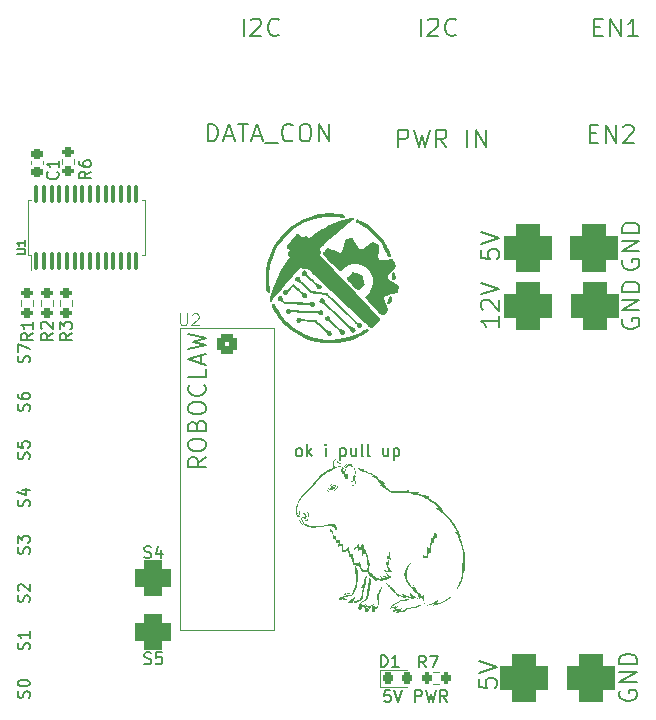
<source format=gto>
%TF.GenerationSoftware,KiCad,Pcbnew,7.0.7*%
%TF.CreationDate,2023-11-07T21:10:22-05:00*%
%TF.ProjectId,attachmentBoard,61747461-6368-46d6-956e-74426f617264,rev?*%
%TF.SameCoordinates,Original*%
%TF.FileFunction,Legend,Top*%
%TF.FilePolarity,Positive*%
%FSLAX46Y46*%
G04 Gerber Fmt 4.6, Leading zero omitted, Abs format (unit mm)*
G04 Created by KiCad (PCBNEW 7.0.7) date 2023-11-07 21:10:22*
%MOMM*%
%LPD*%
G01*
G04 APERTURE LIST*
G04 Aperture macros list*
%AMRoundRect*
0 Rectangle with rounded corners*
0 $1 Rounding radius*
0 $2 $3 $4 $5 $6 $7 $8 $9 X,Y pos of 4 corners*
0 Add a 4 corners polygon primitive as box body*
4,1,4,$2,$3,$4,$5,$6,$7,$8,$9,$2,$3,0*
0 Add four circle primitives for the rounded corners*
1,1,$1+$1,$2,$3*
1,1,$1+$1,$4,$5*
1,1,$1+$1,$6,$7*
1,1,$1+$1,$8,$9*
0 Add four rect primitives between the rounded corners*
20,1,$1+$1,$2,$3,$4,$5,0*
20,1,$1+$1,$4,$5,$6,$7,0*
20,1,$1+$1,$6,$7,$8,$9,0*
20,1,$1+$1,$8,$9,$2,$3,0*%
G04 Aperture macros list end*
%ADD10C,0.200000*%
%ADD11C,0.150000*%
%ADD12C,0.100000*%
%ADD13C,0.120000*%
%ADD14RoundRect,0.100000X0.100000X-0.637500X0.100000X0.637500X-0.100000X0.637500X-0.100000X-0.637500X0*%
%ADD15RoundRect,0.750000X-0.750000X-0.750000X0.750000X-0.750000X0.750000X0.750000X-0.750000X0.750000X0*%
%ADD16C,3.000000*%
%ADD17RoundRect,0.326336X0.528664X-0.528664X0.528664X0.528664X-0.528664X0.528664X-0.528664X-0.528664X0*%
%ADD18C,1.710000*%
%ADD19RoundRect,0.225000X0.250000X-0.225000X0.250000X0.225000X-0.250000X0.225000X-0.250000X-0.225000X0*%
%ADD20RoundRect,0.200000X-0.275000X0.200000X-0.275000X-0.200000X0.275000X-0.200000X0.275000X0.200000X0*%
%ADD21RoundRect,0.200000X0.200000X0.275000X-0.200000X0.275000X-0.200000X-0.275000X0.200000X-0.275000X0*%
%ADD22RoundRect,1.000000X1.000000X-1.000000X1.000000X1.000000X-1.000000X1.000000X-1.000000X-1.000000X0*%
%ADD23RoundRect,0.200000X0.275000X-0.200000X0.275000X0.200000X-0.275000X0.200000X-0.275000X-0.200000X0*%
%ADD24RoundRect,0.218750X-0.218750X-0.256250X0.218750X-0.256250X0.218750X0.256250X-0.218750X0.256250X0*%
%ADD25R,1.700000X1.700000*%
%ADD26O,1.700000X1.700000*%
%ADD27R,1.400000X1.400000*%
%ADD28C,1.400000*%
%ADD29C,4.300000*%
%ADD30R,1.650000X1.650000*%
%ADD31C,1.650000*%
G04 APERTURE END LIST*
D10*
X151238720Y-45706028D02*
X151238720Y-44206028D01*
X151238720Y-44206028D02*
X151595863Y-44206028D01*
X151595863Y-44206028D02*
X151810149Y-44277457D01*
X151810149Y-44277457D02*
X151953006Y-44420314D01*
X151953006Y-44420314D02*
X152024435Y-44563171D01*
X152024435Y-44563171D02*
X152095863Y-44848885D01*
X152095863Y-44848885D02*
X152095863Y-45063171D01*
X152095863Y-45063171D02*
X152024435Y-45348885D01*
X152024435Y-45348885D02*
X151953006Y-45491742D01*
X151953006Y-45491742D02*
X151810149Y-45634600D01*
X151810149Y-45634600D02*
X151595863Y-45706028D01*
X151595863Y-45706028D02*
X151238720Y-45706028D01*
X152667292Y-45277457D02*
X153381578Y-45277457D01*
X152524435Y-45706028D02*
X153024435Y-44206028D01*
X153024435Y-44206028D02*
X153524435Y-45706028D01*
X153810149Y-44206028D02*
X154667292Y-44206028D01*
X154238720Y-45706028D02*
X154238720Y-44206028D01*
X155095863Y-45277457D02*
X155810149Y-45277457D01*
X154953006Y-45706028D02*
X155453006Y-44206028D01*
X155453006Y-44206028D02*
X155953006Y-45706028D01*
X156095863Y-45848885D02*
X157238720Y-45848885D01*
X158453005Y-45563171D02*
X158381577Y-45634600D01*
X158381577Y-45634600D02*
X158167291Y-45706028D01*
X158167291Y-45706028D02*
X158024434Y-45706028D01*
X158024434Y-45706028D02*
X157810148Y-45634600D01*
X157810148Y-45634600D02*
X157667291Y-45491742D01*
X157667291Y-45491742D02*
X157595862Y-45348885D01*
X157595862Y-45348885D02*
X157524434Y-45063171D01*
X157524434Y-45063171D02*
X157524434Y-44848885D01*
X157524434Y-44848885D02*
X157595862Y-44563171D01*
X157595862Y-44563171D02*
X157667291Y-44420314D01*
X157667291Y-44420314D02*
X157810148Y-44277457D01*
X157810148Y-44277457D02*
X158024434Y-44206028D01*
X158024434Y-44206028D02*
X158167291Y-44206028D01*
X158167291Y-44206028D02*
X158381577Y-44277457D01*
X158381577Y-44277457D02*
X158453005Y-44348885D01*
X159381577Y-44206028D02*
X159667291Y-44206028D01*
X159667291Y-44206028D02*
X159810148Y-44277457D01*
X159810148Y-44277457D02*
X159953005Y-44420314D01*
X159953005Y-44420314D02*
X160024434Y-44706028D01*
X160024434Y-44706028D02*
X160024434Y-45206028D01*
X160024434Y-45206028D02*
X159953005Y-45491742D01*
X159953005Y-45491742D02*
X159810148Y-45634600D01*
X159810148Y-45634600D02*
X159667291Y-45706028D01*
X159667291Y-45706028D02*
X159381577Y-45706028D01*
X159381577Y-45706028D02*
X159238720Y-45634600D01*
X159238720Y-45634600D02*
X159095862Y-45491742D01*
X159095862Y-45491742D02*
X159024434Y-45206028D01*
X159024434Y-45206028D02*
X159024434Y-44706028D01*
X159024434Y-44706028D02*
X159095862Y-44420314D01*
X159095862Y-44420314D02*
X159238720Y-44277457D01*
X159238720Y-44277457D02*
X159381577Y-44206028D01*
X160667291Y-45706028D02*
X160667291Y-44206028D01*
X160667291Y-44206028D02*
X161524434Y-45706028D01*
X161524434Y-45706028D02*
X161524434Y-44206028D01*
X174406028Y-54896993D02*
X174406028Y-55611279D01*
X174406028Y-55611279D02*
X175120314Y-55682707D01*
X175120314Y-55682707D02*
X175048885Y-55611279D01*
X175048885Y-55611279D02*
X174977457Y-55468422D01*
X174977457Y-55468422D02*
X174977457Y-55111279D01*
X174977457Y-55111279D02*
X175048885Y-54968422D01*
X175048885Y-54968422D02*
X175120314Y-54896993D01*
X175120314Y-54896993D02*
X175263171Y-54825564D01*
X175263171Y-54825564D02*
X175620314Y-54825564D01*
X175620314Y-54825564D02*
X175763171Y-54896993D01*
X175763171Y-54896993D02*
X175834600Y-54968422D01*
X175834600Y-54968422D02*
X175906028Y-55111279D01*
X175906028Y-55111279D02*
X175906028Y-55468422D01*
X175906028Y-55468422D02*
X175834600Y-55611279D01*
X175834600Y-55611279D02*
X175763171Y-55682707D01*
X174406028Y-54396993D02*
X175906028Y-53896993D01*
X175906028Y-53896993D02*
X174406028Y-53396993D01*
D11*
X136122200Y-88710839D02*
X136169819Y-88567982D01*
X136169819Y-88567982D02*
X136169819Y-88329887D01*
X136169819Y-88329887D02*
X136122200Y-88234649D01*
X136122200Y-88234649D02*
X136074580Y-88187030D01*
X136074580Y-88187030D02*
X135979342Y-88139411D01*
X135979342Y-88139411D02*
X135884104Y-88139411D01*
X135884104Y-88139411D02*
X135788866Y-88187030D01*
X135788866Y-88187030D02*
X135741247Y-88234649D01*
X135741247Y-88234649D02*
X135693628Y-88329887D01*
X135693628Y-88329887D02*
X135646009Y-88520363D01*
X135646009Y-88520363D02*
X135598390Y-88615601D01*
X135598390Y-88615601D02*
X135550771Y-88663220D01*
X135550771Y-88663220D02*
X135455533Y-88710839D01*
X135455533Y-88710839D02*
X135360295Y-88710839D01*
X135360295Y-88710839D02*
X135265057Y-88663220D01*
X135265057Y-88663220D02*
X135217438Y-88615601D01*
X135217438Y-88615601D02*
X135169819Y-88520363D01*
X135169819Y-88520363D02*
X135169819Y-88282268D01*
X135169819Y-88282268D02*
X135217438Y-88139411D01*
X136169819Y-87187030D02*
X136169819Y-87758458D01*
X136169819Y-87472744D02*
X135169819Y-87472744D01*
X135169819Y-87472744D02*
X135312676Y-87567982D01*
X135312676Y-87567982D02*
X135407914Y-87663220D01*
X135407914Y-87663220D02*
X135455533Y-87758458D01*
D10*
X183988720Y-36020314D02*
X184488720Y-36020314D01*
X184703006Y-36806028D02*
X183988720Y-36806028D01*
X183988720Y-36806028D02*
X183988720Y-35306028D01*
X183988720Y-35306028D02*
X184703006Y-35306028D01*
X185345863Y-36806028D02*
X185345863Y-35306028D01*
X185345863Y-35306028D02*
X186203006Y-36806028D01*
X186203006Y-36806028D02*
X186203006Y-35306028D01*
X187703007Y-36806028D02*
X186845864Y-36806028D01*
X187274435Y-36806028D02*
X187274435Y-35306028D01*
X187274435Y-35306028D02*
X187131578Y-35520314D01*
X187131578Y-35520314D02*
X186988721Y-35663171D01*
X186988721Y-35663171D02*
X186845864Y-35734600D01*
D11*
X136122200Y-80610839D02*
X136169819Y-80467982D01*
X136169819Y-80467982D02*
X136169819Y-80229887D01*
X136169819Y-80229887D02*
X136122200Y-80134649D01*
X136122200Y-80134649D02*
X136074580Y-80087030D01*
X136074580Y-80087030D02*
X135979342Y-80039411D01*
X135979342Y-80039411D02*
X135884104Y-80039411D01*
X135884104Y-80039411D02*
X135788866Y-80087030D01*
X135788866Y-80087030D02*
X135741247Y-80134649D01*
X135741247Y-80134649D02*
X135693628Y-80229887D01*
X135693628Y-80229887D02*
X135646009Y-80420363D01*
X135646009Y-80420363D02*
X135598390Y-80515601D01*
X135598390Y-80515601D02*
X135550771Y-80563220D01*
X135550771Y-80563220D02*
X135455533Y-80610839D01*
X135455533Y-80610839D02*
X135360295Y-80610839D01*
X135360295Y-80610839D02*
X135265057Y-80563220D01*
X135265057Y-80563220D02*
X135217438Y-80515601D01*
X135217438Y-80515601D02*
X135169819Y-80420363D01*
X135169819Y-80420363D02*
X135169819Y-80182268D01*
X135169819Y-80182268D02*
X135217438Y-80039411D01*
X135169819Y-79706077D02*
X135169819Y-79087030D01*
X135169819Y-79087030D02*
X135550771Y-79420363D01*
X135550771Y-79420363D02*
X135550771Y-79277506D01*
X135550771Y-79277506D02*
X135598390Y-79182268D01*
X135598390Y-79182268D02*
X135646009Y-79134649D01*
X135646009Y-79134649D02*
X135741247Y-79087030D01*
X135741247Y-79087030D02*
X135979342Y-79087030D01*
X135979342Y-79087030D02*
X136074580Y-79134649D01*
X136074580Y-79134649D02*
X136122200Y-79182268D01*
X136122200Y-79182268D02*
X136169819Y-79277506D01*
X136169819Y-79277506D02*
X136169819Y-79563220D01*
X136169819Y-79563220D02*
X136122200Y-79658458D01*
X136122200Y-79658458D02*
X136074580Y-79706077D01*
X136122200Y-72610839D02*
X136169819Y-72467982D01*
X136169819Y-72467982D02*
X136169819Y-72229887D01*
X136169819Y-72229887D02*
X136122200Y-72134649D01*
X136122200Y-72134649D02*
X136074580Y-72087030D01*
X136074580Y-72087030D02*
X135979342Y-72039411D01*
X135979342Y-72039411D02*
X135884104Y-72039411D01*
X135884104Y-72039411D02*
X135788866Y-72087030D01*
X135788866Y-72087030D02*
X135741247Y-72134649D01*
X135741247Y-72134649D02*
X135693628Y-72229887D01*
X135693628Y-72229887D02*
X135646009Y-72420363D01*
X135646009Y-72420363D02*
X135598390Y-72515601D01*
X135598390Y-72515601D02*
X135550771Y-72563220D01*
X135550771Y-72563220D02*
X135455533Y-72610839D01*
X135455533Y-72610839D02*
X135360295Y-72610839D01*
X135360295Y-72610839D02*
X135265057Y-72563220D01*
X135265057Y-72563220D02*
X135217438Y-72515601D01*
X135217438Y-72515601D02*
X135169819Y-72420363D01*
X135169819Y-72420363D02*
X135169819Y-72182268D01*
X135169819Y-72182268D02*
X135217438Y-72039411D01*
X135169819Y-71134649D02*
X135169819Y-71610839D01*
X135169819Y-71610839D02*
X135646009Y-71658458D01*
X135646009Y-71658458D02*
X135598390Y-71610839D01*
X135598390Y-71610839D02*
X135550771Y-71515601D01*
X135550771Y-71515601D02*
X135550771Y-71277506D01*
X135550771Y-71277506D02*
X135598390Y-71182268D01*
X135598390Y-71182268D02*
X135646009Y-71134649D01*
X135646009Y-71134649D02*
X135741247Y-71087030D01*
X135741247Y-71087030D02*
X135979342Y-71087030D01*
X135979342Y-71087030D02*
X136074580Y-71134649D01*
X136074580Y-71134649D02*
X136122200Y-71182268D01*
X136122200Y-71182268D02*
X136169819Y-71277506D01*
X136169819Y-71277506D02*
X136169819Y-71515601D01*
X136169819Y-71515601D02*
X136122200Y-71610839D01*
X136122200Y-71610839D02*
X136074580Y-71658458D01*
D10*
X183588720Y-45020314D02*
X184088720Y-45020314D01*
X184303006Y-45806028D02*
X183588720Y-45806028D01*
X183588720Y-45806028D02*
X183588720Y-44306028D01*
X183588720Y-44306028D02*
X184303006Y-44306028D01*
X184945863Y-45806028D02*
X184945863Y-44306028D01*
X184945863Y-44306028D02*
X185803006Y-45806028D01*
X185803006Y-45806028D02*
X185803006Y-44306028D01*
X186445864Y-44448885D02*
X186517292Y-44377457D01*
X186517292Y-44377457D02*
X186660150Y-44306028D01*
X186660150Y-44306028D02*
X187017292Y-44306028D01*
X187017292Y-44306028D02*
X187160150Y-44377457D01*
X187160150Y-44377457D02*
X187231578Y-44448885D01*
X187231578Y-44448885D02*
X187303007Y-44591742D01*
X187303007Y-44591742D02*
X187303007Y-44734600D01*
X187303007Y-44734600D02*
X187231578Y-44948885D01*
X187231578Y-44948885D02*
X186374435Y-45806028D01*
X186374435Y-45806028D02*
X187303007Y-45806028D01*
D11*
X145889160Y-80922200D02*
X146032017Y-80969819D01*
X146032017Y-80969819D02*
X146270112Y-80969819D01*
X146270112Y-80969819D02*
X146365350Y-80922200D01*
X146365350Y-80922200D02*
X146412969Y-80874580D01*
X146412969Y-80874580D02*
X146460588Y-80779342D01*
X146460588Y-80779342D02*
X146460588Y-80684104D01*
X146460588Y-80684104D02*
X146412969Y-80588866D01*
X146412969Y-80588866D02*
X146365350Y-80541247D01*
X146365350Y-80541247D02*
X146270112Y-80493628D01*
X146270112Y-80493628D02*
X146079636Y-80446009D01*
X146079636Y-80446009D02*
X145984398Y-80398390D01*
X145984398Y-80398390D02*
X145936779Y-80350771D01*
X145936779Y-80350771D02*
X145889160Y-80255533D01*
X145889160Y-80255533D02*
X145889160Y-80160295D01*
X145889160Y-80160295D02*
X145936779Y-80065057D01*
X145936779Y-80065057D02*
X145984398Y-80017438D01*
X145984398Y-80017438D02*
X146079636Y-79969819D01*
X146079636Y-79969819D02*
X146317731Y-79969819D01*
X146317731Y-79969819D02*
X146460588Y-80017438D01*
X147317731Y-80303152D02*
X147317731Y-80969819D01*
X147079636Y-79922200D02*
X146841541Y-80636485D01*
X146841541Y-80636485D02*
X147460588Y-80636485D01*
D10*
X186377457Y-60725564D02*
X186306028Y-60868422D01*
X186306028Y-60868422D02*
X186306028Y-61082707D01*
X186306028Y-61082707D02*
X186377457Y-61296993D01*
X186377457Y-61296993D02*
X186520314Y-61439850D01*
X186520314Y-61439850D02*
X186663171Y-61511279D01*
X186663171Y-61511279D02*
X186948885Y-61582707D01*
X186948885Y-61582707D02*
X187163171Y-61582707D01*
X187163171Y-61582707D02*
X187448885Y-61511279D01*
X187448885Y-61511279D02*
X187591742Y-61439850D01*
X187591742Y-61439850D02*
X187734600Y-61296993D01*
X187734600Y-61296993D02*
X187806028Y-61082707D01*
X187806028Y-61082707D02*
X187806028Y-60939850D01*
X187806028Y-60939850D02*
X187734600Y-60725564D01*
X187734600Y-60725564D02*
X187663171Y-60654136D01*
X187663171Y-60654136D02*
X187163171Y-60654136D01*
X187163171Y-60654136D02*
X187163171Y-60939850D01*
X187806028Y-60011279D02*
X186306028Y-60011279D01*
X186306028Y-60011279D02*
X187806028Y-59154136D01*
X187806028Y-59154136D02*
X186306028Y-59154136D01*
X187806028Y-58439850D02*
X186306028Y-58439850D01*
X186306028Y-58439850D02*
X186306028Y-58082707D01*
X186306028Y-58082707D02*
X186377457Y-57868421D01*
X186377457Y-57868421D02*
X186520314Y-57725564D01*
X186520314Y-57725564D02*
X186663171Y-57654135D01*
X186663171Y-57654135D02*
X186948885Y-57582707D01*
X186948885Y-57582707D02*
X187163171Y-57582707D01*
X187163171Y-57582707D02*
X187448885Y-57654135D01*
X187448885Y-57654135D02*
X187591742Y-57725564D01*
X187591742Y-57725564D02*
X187734600Y-57868421D01*
X187734600Y-57868421D02*
X187806028Y-58082707D01*
X187806028Y-58082707D02*
X187806028Y-58439850D01*
D11*
X145889160Y-89922200D02*
X146032017Y-89969819D01*
X146032017Y-89969819D02*
X146270112Y-89969819D01*
X146270112Y-89969819D02*
X146365350Y-89922200D01*
X146365350Y-89922200D02*
X146412969Y-89874580D01*
X146412969Y-89874580D02*
X146460588Y-89779342D01*
X146460588Y-89779342D02*
X146460588Y-89684104D01*
X146460588Y-89684104D02*
X146412969Y-89588866D01*
X146412969Y-89588866D02*
X146365350Y-89541247D01*
X146365350Y-89541247D02*
X146270112Y-89493628D01*
X146270112Y-89493628D02*
X146079636Y-89446009D01*
X146079636Y-89446009D02*
X145984398Y-89398390D01*
X145984398Y-89398390D02*
X145936779Y-89350771D01*
X145936779Y-89350771D02*
X145889160Y-89255533D01*
X145889160Y-89255533D02*
X145889160Y-89160295D01*
X145889160Y-89160295D02*
X145936779Y-89065057D01*
X145936779Y-89065057D02*
X145984398Y-89017438D01*
X145984398Y-89017438D02*
X146079636Y-88969819D01*
X146079636Y-88969819D02*
X146317731Y-88969819D01*
X146317731Y-88969819D02*
X146460588Y-89017438D01*
X147365350Y-88969819D02*
X146889160Y-88969819D01*
X146889160Y-88969819D02*
X146841541Y-89446009D01*
X146841541Y-89446009D02*
X146889160Y-89398390D01*
X146889160Y-89398390D02*
X146984398Y-89350771D01*
X146984398Y-89350771D02*
X147222493Y-89350771D01*
X147222493Y-89350771D02*
X147317731Y-89398390D01*
X147317731Y-89398390D02*
X147365350Y-89446009D01*
X147365350Y-89446009D02*
X147412969Y-89541247D01*
X147412969Y-89541247D02*
X147412969Y-89779342D01*
X147412969Y-89779342D02*
X147365350Y-89874580D01*
X147365350Y-89874580D02*
X147317731Y-89922200D01*
X147317731Y-89922200D02*
X147222493Y-89969819D01*
X147222493Y-89969819D02*
X146984398Y-89969819D01*
X146984398Y-89969819D02*
X146889160Y-89922200D01*
X146889160Y-89922200D02*
X146841541Y-89874580D01*
D10*
X174206028Y-91196993D02*
X174206028Y-91911279D01*
X174206028Y-91911279D02*
X174920314Y-91982707D01*
X174920314Y-91982707D02*
X174848885Y-91911279D01*
X174848885Y-91911279D02*
X174777457Y-91768422D01*
X174777457Y-91768422D02*
X174777457Y-91411279D01*
X174777457Y-91411279D02*
X174848885Y-91268422D01*
X174848885Y-91268422D02*
X174920314Y-91196993D01*
X174920314Y-91196993D02*
X175063171Y-91125564D01*
X175063171Y-91125564D02*
X175420314Y-91125564D01*
X175420314Y-91125564D02*
X175563171Y-91196993D01*
X175563171Y-91196993D02*
X175634600Y-91268422D01*
X175634600Y-91268422D02*
X175706028Y-91411279D01*
X175706028Y-91411279D02*
X175706028Y-91768422D01*
X175706028Y-91768422D02*
X175634600Y-91911279D01*
X175634600Y-91911279D02*
X175563171Y-91982707D01*
X174206028Y-90696993D02*
X175706028Y-90196993D01*
X175706028Y-90196993D02*
X174206028Y-89696993D01*
X186177457Y-92225564D02*
X186106028Y-92368422D01*
X186106028Y-92368422D02*
X186106028Y-92582707D01*
X186106028Y-92582707D02*
X186177457Y-92796993D01*
X186177457Y-92796993D02*
X186320314Y-92939850D01*
X186320314Y-92939850D02*
X186463171Y-93011279D01*
X186463171Y-93011279D02*
X186748885Y-93082707D01*
X186748885Y-93082707D02*
X186963171Y-93082707D01*
X186963171Y-93082707D02*
X187248885Y-93011279D01*
X187248885Y-93011279D02*
X187391742Y-92939850D01*
X187391742Y-92939850D02*
X187534600Y-92796993D01*
X187534600Y-92796993D02*
X187606028Y-92582707D01*
X187606028Y-92582707D02*
X187606028Y-92439850D01*
X187606028Y-92439850D02*
X187534600Y-92225564D01*
X187534600Y-92225564D02*
X187463171Y-92154136D01*
X187463171Y-92154136D02*
X186963171Y-92154136D01*
X186963171Y-92154136D02*
X186963171Y-92439850D01*
X187606028Y-91511279D02*
X186106028Y-91511279D01*
X186106028Y-91511279D02*
X187606028Y-90654136D01*
X187606028Y-90654136D02*
X186106028Y-90654136D01*
X187606028Y-89939850D02*
X186106028Y-89939850D01*
X186106028Y-89939850D02*
X186106028Y-89582707D01*
X186106028Y-89582707D02*
X186177457Y-89368421D01*
X186177457Y-89368421D02*
X186320314Y-89225564D01*
X186320314Y-89225564D02*
X186463171Y-89154135D01*
X186463171Y-89154135D02*
X186748885Y-89082707D01*
X186748885Y-89082707D02*
X186963171Y-89082707D01*
X186963171Y-89082707D02*
X187248885Y-89154135D01*
X187248885Y-89154135D02*
X187391742Y-89225564D01*
X187391742Y-89225564D02*
X187534600Y-89368421D01*
X187534600Y-89368421D02*
X187606028Y-89582707D01*
X187606028Y-89582707D02*
X187606028Y-89939850D01*
D11*
X136122200Y-92810839D02*
X136169819Y-92667982D01*
X136169819Y-92667982D02*
X136169819Y-92429887D01*
X136169819Y-92429887D02*
X136122200Y-92334649D01*
X136122200Y-92334649D02*
X136074580Y-92287030D01*
X136074580Y-92287030D02*
X135979342Y-92239411D01*
X135979342Y-92239411D02*
X135884104Y-92239411D01*
X135884104Y-92239411D02*
X135788866Y-92287030D01*
X135788866Y-92287030D02*
X135741247Y-92334649D01*
X135741247Y-92334649D02*
X135693628Y-92429887D01*
X135693628Y-92429887D02*
X135646009Y-92620363D01*
X135646009Y-92620363D02*
X135598390Y-92715601D01*
X135598390Y-92715601D02*
X135550771Y-92763220D01*
X135550771Y-92763220D02*
X135455533Y-92810839D01*
X135455533Y-92810839D02*
X135360295Y-92810839D01*
X135360295Y-92810839D02*
X135265057Y-92763220D01*
X135265057Y-92763220D02*
X135217438Y-92715601D01*
X135217438Y-92715601D02*
X135169819Y-92620363D01*
X135169819Y-92620363D02*
X135169819Y-92382268D01*
X135169819Y-92382268D02*
X135217438Y-92239411D01*
X135169819Y-91620363D02*
X135169819Y-91525125D01*
X135169819Y-91525125D02*
X135217438Y-91429887D01*
X135217438Y-91429887D02*
X135265057Y-91382268D01*
X135265057Y-91382268D02*
X135360295Y-91334649D01*
X135360295Y-91334649D02*
X135550771Y-91287030D01*
X135550771Y-91287030D02*
X135788866Y-91287030D01*
X135788866Y-91287030D02*
X135979342Y-91334649D01*
X135979342Y-91334649D02*
X136074580Y-91382268D01*
X136074580Y-91382268D02*
X136122200Y-91429887D01*
X136122200Y-91429887D02*
X136169819Y-91525125D01*
X136169819Y-91525125D02*
X136169819Y-91620363D01*
X136169819Y-91620363D02*
X136122200Y-91715601D01*
X136122200Y-91715601D02*
X136074580Y-91763220D01*
X136074580Y-91763220D02*
X135979342Y-91810839D01*
X135979342Y-91810839D02*
X135788866Y-91858458D01*
X135788866Y-91858458D02*
X135550771Y-91858458D01*
X135550771Y-91858458D02*
X135360295Y-91810839D01*
X135360295Y-91810839D02*
X135265057Y-91763220D01*
X135265057Y-91763220D02*
X135217438Y-91715601D01*
X135217438Y-91715601D02*
X135169819Y-91620363D01*
X136122200Y-68510839D02*
X136169819Y-68367982D01*
X136169819Y-68367982D02*
X136169819Y-68129887D01*
X136169819Y-68129887D02*
X136122200Y-68034649D01*
X136122200Y-68034649D02*
X136074580Y-67987030D01*
X136074580Y-67987030D02*
X135979342Y-67939411D01*
X135979342Y-67939411D02*
X135884104Y-67939411D01*
X135884104Y-67939411D02*
X135788866Y-67987030D01*
X135788866Y-67987030D02*
X135741247Y-68034649D01*
X135741247Y-68034649D02*
X135693628Y-68129887D01*
X135693628Y-68129887D02*
X135646009Y-68320363D01*
X135646009Y-68320363D02*
X135598390Y-68415601D01*
X135598390Y-68415601D02*
X135550771Y-68463220D01*
X135550771Y-68463220D02*
X135455533Y-68510839D01*
X135455533Y-68510839D02*
X135360295Y-68510839D01*
X135360295Y-68510839D02*
X135265057Y-68463220D01*
X135265057Y-68463220D02*
X135217438Y-68415601D01*
X135217438Y-68415601D02*
X135169819Y-68320363D01*
X135169819Y-68320363D02*
X135169819Y-68082268D01*
X135169819Y-68082268D02*
X135217438Y-67939411D01*
X135169819Y-67082268D02*
X135169819Y-67272744D01*
X135169819Y-67272744D02*
X135217438Y-67367982D01*
X135217438Y-67367982D02*
X135265057Y-67415601D01*
X135265057Y-67415601D02*
X135407914Y-67510839D01*
X135407914Y-67510839D02*
X135598390Y-67558458D01*
X135598390Y-67558458D02*
X135979342Y-67558458D01*
X135979342Y-67558458D02*
X136074580Y-67510839D01*
X136074580Y-67510839D02*
X136122200Y-67463220D01*
X136122200Y-67463220D02*
X136169819Y-67367982D01*
X136169819Y-67367982D02*
X136169819Y-67177506D01*
X136169819Y-67177506D02*
X136122200Y-67082268D01*
X136122200Y-67082268D02*
X136074580Y-67034649D01*
X136074580Y-67034649D02*
X135979342Y-66987030D01*
X135979342Y-66987030D02*
X135741247Y-66987030D01*
X135741247Y-66987030D02*
X135646009Y-67034649D01*
X135646009Y-67034649D02*
X135598390Y-67082268D01*
X135598390Y-67082268D02*
X135550771Y-67177506D01*
X135550771Y-67177506D02*
X135550771Y-67367982D01*
X135550771Y-67367982D02*
X135598390Y-67463220D01*
X135598390Y-67463220D02*
X135646009Y-67510839D01*
X135646009Y-67510839D02*
X135741247Y-67558458D01*
X136122200Y-76610839D02*
X136169819Y-76467982D01*
X136169819Y-76467982D02*
X136169819Y-76229887D01*
X136169819Y-76229887D02*
X136122200Y-76134649D01*
X136122200Y-76134649D02*
X136074580Y-76087030D01*
X136074580Y-76087030D02*
X135979342Y-76039411D01*
X135979342Y-76039411D02*
X135884104Y-76039411D01*
X135884104Y-76039411D02*
X135788866Y-76087030D01*
X135788866Y-76087030D02*
X135741247Y-76134649D01*
X135741247Y-76134649D02*
X135693628Y-76229887D01*
X135693628Y-76229887D02*
X135646009Y-76420363D01*
X135646009Y-76420363D02*
X135598390Y-76515601D01*
X135598390Y-76515601D02*
X135550771Y-76563220D01*
X135550771Y-76563220D02*
X135455533Y-76610839D01*
X135455533Y-76610839D02*
X135360295Y-76610839D01*
X135360295Y-76610839D02*
X135265057Y-76563220D01*
X135265057Y-76563220D02*
X135217438Y-76515601D01*
X135217438Y-76515601D02*
X135169819Y-76420363D01*
X135169819Y-76420363D02*
X135169819Y-76182268D01*
X135169819Y-76182268D02*
X135217438Y-76039411D01*
X135503152Y-75182268D02*
X136169819Y-75182268D01*
X135122200Y-75420363D02*
X135836485Y-75658458D01*
X135836485Y-75658458D02*
X135836485Y-75039411D01*
D10*
X167388720Y-46206028D02*
X167388720Y-44706028D01*
X167388720Y-44706028D02*
X167960149Y-44706028D01*
X167960149Y-44706028D02*
X168103006Y-44777457D01*
X168103006Y-44777457D02*
X168174435Y-44848885D01*
X168174435Y-44848885D02*
X168245863Y-44991742D01*
X168245863Y-44991742D02*
X168245863Y-45206028D01*
X168245863Y-45206028D02*
X168174435Y-45348885D01*
X168174435Y-45348885D02*
X168103006Y-45420314D01*
X168103006Y-45420314D02*
X167960149Y-45491742D01*
X167960149Y-45491742D02*
X167388720Y-45491742D01*
X168745863Y-44706028D02*
X169103006Y-46206028D01*
X169103006Y-46206028D02*
X169388720Y-45134600D01*
X169388720Y-45134600D02*
X169674435Y-46206028D01*
X169674435Y-46206028D02*
X170031578Y-44706028D01*
X171460149Y-46206028D02*
X170960149Y-45491742D01*
X170603006Y-46206028D02*
X170603006Y-44706028D01*
X170603006Y-44706028D02*
X171174435Y-44706028D01*
X171174435Y-44706028D02*
X171317292Y-44777457D01*
X171317292Y-44777457D02*
X171388721Y-44848885D01*
X171388721Y-44848885D02*
X171460149Y-44991742D01*
X171460149Y-44991742D02*
X171460149Y-45206028D01*
X171460149Y-45206028D02*
X171388721Y-45348885D01*
X171388721Y-45348885D02*
X171317292Y-45420314D01*
X171317292Y-45420314D02*
X171174435Y-45491742D01*
X171174435Y-45491742D02*
X170603006Y-45491742D01*
X173245863Y-46206028D02*
X173245863Y-44706028D01*
X173960149Y-46206028D02*
X173960149Y-44706028D01*
X173960149Y-44706028D02*
X174817292Y-46206028D01*
X174817292Y-46206028D02*
X174817292Y-44706028D01*
D11*
X136122200Y-84710839D02*
X136169819Y-84567982D01*
X136169819Y-84567982D02*
X136169819Y-84329887D01*
X136169819Y-84329887D02*
X136122200Y-84234649D01*
X136122200Y-84234649D02*
X136074580Y-84187030D01*
X136074580Y-84187030D02*
X135979342Y-84139411D01*
X135979342Y-84139411D02*
X135884104Y-84139411D01*
X135884104Y-84139411D02*
X135788866Y-84187030D01*
X135788866Y-84187030D02*
X135741247Y-84234649D01*
X135741247Y-84234649D02*
X135693628Y-84329887D01*
X135693628Y-84329887D02*
X135646009Y-84520363D01*
X135646009Y-84520363D02*
X135598390Y-84615601D01*
X135598390Y-84615601D02*
X135550771Y-84663220D01*
X135550771Y-84663220D02*
X135455533Y-84710839D01*
X135455533Y-84710839D02*
X135360295Y-84710839D01*
X135360295Y-84710839D02*
X135265057Y-84663220D01*
X135265057Y-84663220D02*
X135217438Y-84615601D01*
X135217438Y-84615601D02*
X135169819Y-84520363D01*
X135169819Y-84520363D02*
X135169819Y-84282268D01*
X135169819Y-84282268D02*
X135217438Y-84139411D01*
X135265057Y-83758458D02*
X135217438Y-83710839D01*
X135217438Y-83710839D02*
X135169819Y-83615601D01*
X135169819Y-83615601D02*
X135169819Y-83377506D01*
X135169819Y-83377506D02*
X135217438Y-83282268D01*
X135217438Y-83282268D02*
X135265057Y-83234649D01*
X135265057Y-83234649D02*
X135360295Y-83187030D01*
X135360295Y-83187030D02*
X135455533Y-83187030D01*
X135455533Y-83187030D02*
X135598390Y-83234649D01*
X135598390Y-83234649D02*
X136169819Y-83806077D01*
X136169819Y-83806077D02*
X136169819Y-83187030D01*
D10*
X154288720Y-36806028D02*
X154288720Y-35306028D01*
X154931578Y-35448885D02*
X155003006Y-35377457D01*
X155003006Y-35377457D02*
X155145864Y-35306028D01*
X155145864Y-35306028D02*
X155503006Y-35306028D01*
X155503006Y-35306028D02*
X155645864Y-35377457D01*
X155645864Y-35377457D02*
X155717292Y-35448885D01*
X155717292Y-35448885D02*
X155788721Y-35591742D01*
X155788721Y-35591742D02*
X155788721Y-35734600D01*
X155788721Y-35734600D02*
X155717292Y-35948885D01*
X155717292Y-35948885D02*
X154860149Y-36806028D01*
X154860149Y-36806028D02*
X155788721Y-36806028D01*
X157288720Y-36663171D02*
X157217292Y-36734600D01*
X157217292Y-36734600D02*
X157003006Y-36806028D01*
X157003006Y-36806028D02*
X156860149Y-36806028D01*
X156860149Y-36806028D02*
X156645863Y-36734600D01*
X156645863Y-36734600D02*
X156503006Y-36591742D01*
X156503006Y-36591742D02*
X156431577Y-36448885D01*
X156431577Y-36448885D02*
X156360149Y-36163171D01*
X156360149Y-36163171D02*
X156360149Y-35948885D01*
X156360149Y-35948885D02*
X156431577Y-35663171D01*
X156431577Y-35663171D02*
X156503006Y-35520314D01*
X156503006Y-35520314D02*
X156645863Y-35377457D01*
X156645863Y-35377457D02*
X156860149Y-35306028D01*
X156860149Y-35306028D02*
X157003006Y-35306028D01*
X157003006Y-35306028D02*
X157217292Y-35377457D01*
X157217292Y-35377457D02*
X157288720Y-35448885D01*
X169288720Y-36806028D02*
X169288720Y-35306028D01*
X169931578Y-35448885D02*
X170003006Y-35377457D01*
X170003006Y-35377457D02*
X170145864Y-35306028D01*
X170145864Y-35306028D02*
X170503006Y-35306028D01*
X170503006Y-35306028D02*
X170645864Y-35377457D01*
X170645864Y-35377457D02*
X170717292Y-35448885D01*
X170717292Y-35448885D02*
X170788721Y-35591742D01*
X170788721Y-35591742D02*
X170788721Y-35734600D01*
X170788721Y-35734600D02*
X170717292Y-35948885D01*
X170717292Y-35948885D02*
X169860149Y-36806028D01*
X169860149Y-36806028D02*
X170788721Y-36806028D01*
X172288720Y-36663171D02*
X172217292Y-36734600D01*
X172217292Y-36734600D02*
X172003006Y-36806028D01*
X172003006Y-36806028D02*
X171860149Y-36806028D01*
X171860149Y-36806028D02*
X171645863Y-36734600D01*
X171645863Y-36734600D02*
X171503006Y-36591742D01*
X171503006Y-36591742D02*
X171431577Y-36448885D01*
X171431577Y-36448885D02*
X171360149Y-36163171D01*
X171360149Y-36163171D02*
X171360149Y-35948885D01*
X171360149Y-35948885D02*
X171431577Y-35663171D01*
X171431577Y-35663171D02*
X171503006Y-35520314D01*
X171503006Y-35520314D02*
X171645863Y-35377457D01*
X171645863Y-35377457D02*
X171860149Y-35306028D01*
X171860149Y-35306028D02*
X172003006Y-35306028D01*
X172003006Y-35306028D02*
X172217292Y-35377457D01*
X172217292Y-35377457D02*
X172288720Y-35448885D01*
D11*
X166712969Y-92169819D02*
X166236779Y-92169819D01*
X166236779Y-92169819D02*
X166189160Y-92646009D01*
X166189160Y-92646009D02*
X166236779Y-92598390D01*
X166236779Y-92598390D02*
X166332017Y-92550771D01*
X166332017Y-92550771D02*
X166570112Y-92550771D01*
X166570112Y-92550771D02*
X166665350Y-92598390D01*
X166665350Y-92598390D02*
X166712969Y-92646009D01*
X166712969Y-92646009D02*
X166760588Y-92741247D01*
X166760588Y-92741247D02*
X166760588Y-92979342D01*
X166760588Y-92979342D02*
X166712969Y-93074580D01*
X166712969Y-93074580D02*
X166665350Y-93122200D01*
X166665350Y-93122200D02*
X166570112Y-93169819D01*
X166570112Y-93169819D02*
X166332017Y-93169819D01*
X166332017Y-93169819D02*
X166236779Y-93122200D01*
X166236779Y-93122200D02*
X166189160Y-93074580D01*
X167046303Y-92169819D02*
X167379636Y-93169819D01*
X167379636Y-93169819D02*
X167712969Y-92169819D01*
X168808208Y-93169819D02*
X168808208Y-92169819D01*
X168808208Y-92169819D02*
X169189160Y-92169819D01*
X169189160Y-92169819D02*
X169284398Y-92217438D01*
X169284398Y-92217438D02*
X169332017Y-92265057D01*
X169332017Y-92265057D02*
X169379636Y-92360295D01*
X169379636Y-92360295D02*
X169379636Y-92503152D01*
X169379636Y-92503152D02*
X169332017Y-92598390D01*
X169332017Y-92598390D02*
X169284398Y-92646009D01*
X169284398Y-92646009D02*
X169189160Y-92693628D01*
X169189160Y-92693628D02*
X168808208Y-92693628D01*
X169712970Y-92169819D02*
X169951065Y-93169819D01*
X169951065Y-93169819D02*
X170141541Y-92455533D01*
X170141541Y-92455533D02*
X170332017Y-93169819D01*
X170332017Y-93169819D02*
X170570113Y-92169819D01*
X171522493Y-93169819D02*
X171189160Y-92693628D01*
X170951065Y-93169819D02*
X170951065Y-92169819D01*
X170951065Y-92169819D02*
X171332017Y-92169819D01*
X171332017Y-92169819D02*
X171427255Y-92217438D01*
X171427255Y-92217438D02*
X171474874Y-92265057D01*
X171474874Y-92265057D02*
X171522493Y-92360295D01*
X171522493Y-92360295D02*
X171522493Y-92503152D01*
X171522493Y-92503152D02*
X171474874Y-92598390D01*
X171474874Y-92598390D02*
X171427255Y-92646009D01*
X171427255Y-92646009D02*
X171332017Y-92693628D01*
X171332017Y-92693628D02*
X170951065Y-92693628D01*
D10*
X175906028Y-60525564D02*
X175906028Y-61382707D01*
X175906028Y-60954136D02*
X174406028Y-60954136D01*
X174406028Y-60954136D02*
X174620314Y-61096993D01*
X174620314Y-61096993D02*
X174763171Y-61239850D01*
X174763171Y-61239850D02*
X174834600Y-61382707D01*
X174548885Y-59954136D02*
X174477457Y-59882708D01*
X174477457Y-59882708D02*
X174406028Y-59739851D01*
X174406028Y-59739851D02*
X174406028Y-59382708D01*
X174406028Y-59382708D02*
X174477457Y-59239851D01*
X174477457Y-59239851D02*
X174548885Y-59168422D01*
X174548885Y-59168422D02*
X174691742Y-59096993D01*
X174691742Y-59096993D02*
X174834600Y-59096993D01*
X174834600Y-59096993D02*
X175048885Y-59168422D01*
X175048885Y-59168422D02*
X175906028Y-60025565D01*
X175906028Y-60025565D02*
X175906028Y-59096993D01*
X174406028Y-58668422D02*
X175906028Y-58168422D01*
X175906028Y-58168422D02*
X174406028Y-57668422D01*
X151106028Y-72454136D02*
X150391742Y-72954136D01*
X151106028Y-73311279D02*
X149606028Y-73311279D01*
X149606028Y-73311279D02*
X149606028Y-72739850D01*
X149606028Y-72739850D02*
X149677457Y-72596993D01*
X149677457Y-72596993D02*
X149748885Y-72525564D01*
X149748885Y-72525564D02*
X149891742Y-72454136D01*
X149891742Y-72454136D02*
X150106028Y-72454136D01*
X150106028Y-72454136D02*
X150248885Y-72525564D01*
X150248885Y-72525564D02*
X150320314Y-72596993D01*
X150320314Y-72596993D02*
X150391742Y-72739850D01*
X150391742Y-72739850D02*
X150391742Y-73311279D01*
X149606028Y-71525564D02*
X149606028Y-71239850D01*
X149606028Y-71239850D02*
X149677457Y-71096993D01*
X149677457Y-71096993D02*
X149820314Y-70954136D01*
X149820314Y-70954136D02*
X150106028Y-70882707D01*
X150106028Y-70882707D02*
X150606028Y-70882707D01*
X150606028Y-70882707D02*
X150891742Y-70954136D01*
X150891742Y-70954136D02*
X151034600Y-71096993D01*
X151034600Y-71096993D02*
X151106028Y-71239850D01*
X151106028Y-71239850D02*
X151106028Y-71525564D01*
X151106028Y-71525564D02*
X151034600Y-71668422D01*
X151034600Y-71668422D02*
X150891742Y-71811279D01*
X150891742Y-71811279D02*
X150606028Y-71882707D01*
X150606028Y-71882707D02*
X150106028Y-71882707D01*
X150106028Y-71882707D02*
X149820314Y-71811279D01*
X149820314Y-71811279D02*
X149677457Y-71668422D01*
X149677457Y-71668422D02*
X149606028Y-71525564D01*
X150320314Y-69739850D02*
X150391742Y-69525564D01*
X150391742Y-69525564D02*
X150463171Y-69454135D01*
X150463171Y-69454135D02*
X150606028Y-69382707D01*
X150606028Y-69382707D02*
X150820314Y-69382707D01*
X150820314Y-69382707D02*
X150963171Y-69454135D01*
X150963171Y-69454135D02*
X151034600Y-69525564D01*
X151034600Y-69525564D02*
X151106028Y-69668421D01*
X151106028Y-69668421D02*
X151106028Y-70239850D01*
X151106028Y-70239850D02*
X149606028Y-70239850D01*
X149606028Y-70239850D02*
X149606028Y-69739850D01*
X149606028Y-69739850D02*
X149677457Y-69596993D01*
X149677457Y-69596993D02*
X149748885Y-69525564D01*
X149748885Y-69525564D02*
X149891742Y-69454135D01*
X149891742Y-69454135D02*
X150034600Y-69454135D01*
X150034600Y-69454135D02*
X150177457Y-69525564D01*
X150177457Y-69525564D02*
X150248885Y-69596993D01*
X150248885Y-69596993D02*
X150320314Y-69739850D01*
X150320314Y-69739850D02*
X150320314Y-70239850D01*
X149606028Y-68454135D02*
X149606028Y-68168421D01*
X149606028Y-68168421D02*
X149677457Y-68025564D01*
X149677457Y-68025564D02*
X149820314Y-67882707D01*
X149820314Y-67882707D02*
X150106028Y-67811278D01*
X150106028Y-67811278D02*
X150606028Y-67811278D01*
X150606028Y-67811278D02*
X150891742Y-67882707D01*
X150891742Y-67882707D02*
X151034600Y-68025564D01*
X151034600Y-68025564D02*
X151106028Y-68168421D01*
X151106028Y-68168421D02*
X151106028Y-68454135D01*
X151106028Y-68454135D02*
X151034600Y-68596993D01*
X151034600Y-68596993D02*
X150891742Y-68739850D01*
X150891742Y-68739850D02*
X150606028Y-68811278D01*
X150606028Y-68811278D02*
X150106028Y-68811278D01*
X150106028Y-68811278D02*
X149820314Y-68739850D01*
X149820314Y-68739850D02*
X149677457Y-68596993D01*
X149677457Y-68596993D02*
X149606028Y-68454135D01*
X150963171Y-66311278D02*
X151034600Y-66382706D01*
X151034600Y-66382706D02*
X151106028Y-66596992D01*
X151106028Y-66596992D02*
X151106028Y-66739849D01*
X151106028Y-66739849D02*
X151034600Y-66954135D01*
X151034600Y-66954135D02*
X150891742Y-67096992D01*
X150891742Y-67096992D02*
X150748885Y-67168421D01*
X150748885Y-67168421D02*
X150463171Y-67239849D01*
X150463171Y-67239849D02*
X150248885Y-67239849D01*
X150248885Y-67239849D02*
X149963171Y-67168421D01*
X149963171Y-67168421D02*
X149820314Y-67096992D01*
X149820314Y-67096992D02*
X149677457Y-66954135D01*
X149677457Y-66954135D02*
X149606028Y-66739849D01*
X149606028Y-66739849D02*
X149606028Y-66596992D01*
X149606028Y-66596992D02*
X149677457Y-66382706D01*
X149677457Y-66382706D02*
X149748885Y-66311278D01*
X151106028Y-64954135D02*
X151106028Y-65668421D01*
X151106028Y-65668421D02*
X149606028Y-65668421D01*
X150677457Y-64525563D02*
X150677457Y-63811278D01*
X151106028Y-64668420D02*
X149606028Y-64168420D01*
X149606028Y-64168420D02*
X151106028Y-63668420D01*
X149606028Y-63311278D02*
X151106028Y-62954135D01*
X151106028Y-62954135D02*
X150034600Y-62668421D01*
X150034600Y-62668421D02*
X151106028Y-62382706D01*
X151106028Y-62382706D02*
X149606028Y-62025564D01*
X186377457Y-55725564D02*
X186306028Y-55868422D01*
X186306028Y-55868422D02*
X186306028Y-56082707D01*
X186306028Y-56082707D02*
X186377457Y-56296993D01*
X186377457Y-56296993D02*
X186520314Y-56439850D01*
X186520314Y-56439850D02*
X186663171Y-56511279D01*
X186663171Y-56511279D02*
X186948885Y-56582707D01*
X186948885Y-56582707D02*
X187163171Y-56582707D01*
X187163171Y-56582707D02*
X187448885Y-56511279D01*
X187448885Y-56511279D02*
X187591742Y-56439850D01*
X187591742Y-56439850D02*
X187734600Y-56296993D01*
X187734600Y-56296993D02*
X187806028Y-56082707D01*
X187806028Y-56082707D02*
X187806028Y-55939850D01*
X187806028Y-55939850D02*
X187734600Y-55725564D01*
X187734600Y-55725564D02*
X187663171Y-55654136D01*
X187663171Y-55654136D02*
X187163171Y-55654136D01*
X187163171Y-55654136D02*
X187163171Y-55939850D01*
X187806028Y-55011279D02*
X186306028Y-55011279D01*
X186306028Y-55011279D02*
X187806028Y-54154136D01*
X187806028Y-54154136D02*
X186306028Y-54154136D01*
X187806028Y-53439850D02*
X186306028Y-53439850D01*
X186306028Y-53439850D02*
X186306028Y-53082707D01*
X186306028Y-53082707D02*
X186377457Y-52868421D01*
X186377457Y-52868421D02*
X186520314Y-52725564D01*
X186520314Y-52725564D02*
X186663171Y-52654135D01*
X186663171Y-52654135D02*
X186948885Y-52582707D01*
X186948885Y-52582707D02*
X187163171Y-52582707D01*
X187163171Y-52582707D02*
X187448885Y-52654135D01*
X187448885Y-52654135D02*
X187591742Y-52725564D01*
X187591742Y-52725564D02*
X187734600Y-52868421D01*
X187734600Y-52868421D02*
X187806028Y-53082707D01*
X187806028Y-53082707D02*
X187806028Y-53439850D01*
D11*
X158909523Y-72354819D02*
X158814285Y-72307200D01*
X158814285Y-72307200D02*
X158766666Y-72259580D01*
X158766666Y-72259580D02*
X158719047Y-72164342D01*
X158719047Y-72164342D02*
X158719047Y-71878628D01*
X158719047Y-71878628D02*
X158766666Y-71783390D01*
X158766666Y-71783390D02*
X158814285Y-71735771D01*
X158814285Y-71735771D02*
X158909523Y-71688152D01*
X158909523Y-71688152D02*
X159052380Y-71688152D01*
X159052380Y-71688152D02*
X159147618Y-71735771D01*
X159147618Y-71735771D02*
X159195237Y-71783390D01*
X159195237Y-71783390D02*
X159242856Y-71878628D01*
X159242856Y-71878628D02*
X159242856Y-72164342D01*
X159242856Y-72164342D02*
X159195237Y-72259580D01*
X159195237Y-72259580D02*
X159147618Y-72307200D01*
X159147618Y-72307200D02*
X159052380Y-72354819D01*
X159052380Y-72354819D02*
X158909523Y-72354819D01*
X159671428Y-72354819D02*
X159671428Y-71354819D01*
X159766666Y-71973866D02*
X160052380Y-72354819D01*
X160052380Y-71688152D02*
X159671428Y-72069104D01*
X161242857Y-72354819D02*
X161242857Y-71688152D01*
X161242857Y-71354819D02*
X161195238Y-71402438D01*
X161195238Y-71402438D02*
X161242857Y-71450057D01*
X161242857Y-71450057D02*
X161290476Y-71402438D01*
X161290476Y-71402438D02*
X161242857Y-71354819D01*
X161242857Y-71354819D02*
X161242857Y-71450057D01*
X162480952Y-71688152D02*
X162480952Y-72688152D01*
X162480952Y-71735771D02*
X162576190Y-71688152D01*
X162576190Y-71688152D02*
X162766666Y-71688152D01*
X162766666Y-71688152D02*
X162861904Y-71735771D01*
X162861904Y-71735771D02*
X162909523Y-71783390D01*
X162909523Y-71783390D02*
X162957142Y-71878628D01*
X162957142Y-71878628D02*
X162957142Y-72164342D01*
X162957142Y-72164342D02*
X162909523Y-72259580D01*
X162909523Y-72259580D02*
X162861904Y-72307200D01*
X162861904Y-72307200D02*
X162766666Y-72354819D01*
X162766666Y-72354819D02*
X162576190Y-72354819D01*
X162576190Y-72354819D02*
X162480952Y-72307200D01*
X163814285Y-71688152D02*
X163814285Y-72354819D01*
X163385714Y-71688152D02*
X163385714Y-72211961D01*
X163385714Y-72211961D02*
X163433333Y-72307200D01*
X163433333Y-72307200D02*
X163528571Y-72354819D01*
X163528571Y-72354819D02*
X163671428Y-72354819D01*
X163671428Y-72354819D02*
X163766666Y-72307200D01*
X163766666Y-72307200D02*
X163814285Y-72259580D01*
X164433333Y-72354819D02*
X164338095Y-72307200D01*
X164338095Y-72307200D02*
X164290476Y-72211961D01*
X164290476Y-72211961D02*
X164290476Y-71354819D01*
X164957143Y-72354819D02*
X164861905Y-72307200D01*
X164861905Y-72307200D02*
X164814286Y-72211961D01*
X164814286Y-72211961D02*
X164814286Y-71354819D01*
X166528572Y-71688152D02*
X166528572Y-72354819D01*
X166100001Y-71688152D02*
X166100001Y-72211961D01*
X166100001Y-72211961D02*
X166147620Y-72307200D01*
X166147620Y-72307200D02*
X166242858Y-72354819D01*
X166242858Y-72354819D02*
X166385715Y-72354819D01*
X166385715Y-72354819D02*
X166480953Y-72307200D01*
X166480953Y-72307200D02*
X166528572Y-72259580D01*
X167004763Y-71688152D02*
X167004763Y-72688152D01*
X167004763Y-71735771D02*
X167100001Y-71688152D01*
X167100001Y-71688152D02*
X167290477Y-71688152D01*
X167290477Y-71688152D02*
X167385715Y-71735771D01*
X167385715Y-71735771D02*
X167433334Y-71783390D01*
X167433334Y-71783390D02*
X167480953Y-71878628D01*
X167480953Y-71878628D02*
X167480953Y-72164342D01*
X167480953Y-72164342D02*
X167433334Y-72259580D01*
X167433334Y-72259580D02*
X167385715Y-72307200D01*
X167385715Y-72307200D02*
X167290477Y-72354819D01*
X167290477Y-72354819D02*
X167100001Y-72354819D01*
X167100001Y-72354819D02*
X167004763Y-72307200D01*
X136122200Y-64410839D02*
X136169819Y-64267982D01*
X136169819Y-64267982D02*
X136169819Y-64029887D01*
X136169819Y-64029887D02*
X136122200Y-63934649D01*
X136122200Y-63934649D02*
X136074580Y-63887030D01*
X136074580Y-63887030D02*
X135979342Y-63839411D01*
X135979342Y-63839411D02*
X135884104Y-63839411D01*
X135884104Y-63839411D02*
X135788866Y-63887030D01*
X135788866Y-63887030D02*
X135741247Y-63934649D01*
X135741247Y-63934649D02*
X135693628Y-64029887D01*
X135693628Y-64029887D02*
X135646009Y-64220363D01*
X135646009Y-64220363D02*
X135598390Y-64315601D01*
X135598390Y-64315601D02*
X135550771Y-64363220D01*
X135550771Y-64363220D02*
X135455533Y-64410839D01*
X135455533Y-64410839D02*
X135360295Y-64410839D01*
X135360295Y-64410839D02*
X135265057Y-64363220D01*
X135265057Y-64363220D02*
X135217438Y-64315601D01*
X135217438Y-64315601D02*
X135169819Y-64220363D01*
X135169819Y-64220363D02*
X135169819Y-63982268D01*
X135169819Y-63982268D02*
X135217438Y-63839411D01*
X135169819Y-63506077D02*
X135169819Y-62839411D01*
X135169819Y-62839411D02*
X136169819Y-63267982D01*
X135064164Y-55276428D02*
X135671307Y-55276428D01*
X135671307Y-55276428D02*
X135742735Y-55240714D01*
X135742735Y-55240714D02*
X135778450Y-55205000D01*
X135778450Y-55205000D02*
X135814164Y-55133571D01*
X135814164Y-55133571D02*
X135814164Y-54990714D01*
X135814164Y-54990714D02*
X135778450Y-54919285D01*
X135778450Y-54919285D02*
X135742735Y-54883571D01*
X135742735Y-54883571D02*
X135671307Y-54847857D01*
X135671307Y-54847857D02*
X135064164Y-54847857D01*
X135814164Y-54097857D02*
X135814164Y-54526428D01*
X135814164Y-54312143D02*
X135064164Y-54312143D01*
X135064164Y-54312143D02*
X135171307Y-54383571D01*
X135171307Y-54383571D02*
X135242735Y-54455000D01*
X135242735Y-54455000D02*
X135278450Y-54526428D01*
D12*
X148918095Y-60277419D02*
X148918095Y-61086942D01*
X148918095Y-61086942D02*
X148965714Y-61182180D01*
X148965714Y-61182180D02*
X149013333Y-61229800D01*
X149013333Y-61229800D02*
X149108571Y-61277419D01*
X149108571Y-61277419D02*
X149299047Y-61277419D01*
X149299047Y-61277419D02*
X149394285Y-61229800D01*
X149394285Y-61229800D02*
X149441904Y-61182180D01*
X149441904Y-61182180D02*
X149489523Y-61086942D01*
X149489523Y-61086942D02*
X149489523Y-60277419D01*
X149918095Y-60372657D02*
X149965714Y-60325038D01*
X149965714Y-60325038D02*
X150060952Y-60277419D01*
X150060952Y-60277419D02*
X150299047Y-60277419D01*
X150299047Y-60277419D02*
X150394285Y-60325038D01*
X150394285Y-60325038D02*
X150441904Y-60372657D01*
X150441904Y-60372657D02*
X150489523Y-60467895D01*
X150489523Y-60467895D02*
X150489523Y-60563133D01*
X150489523Y-60563133D02*
X150441904Y-60705990D01*
X150441904Y-60705990D02*
X149870476Y-61277419D01*
X149870476Y-61277419D02*
X150489523Y-61277419D01*
D11*
X138524580Y-48281666D02*
X138572200Y-48329285D01*
X138572200Y-48329285D02*
X138619819Y-48472142D01*
X138619819Y-48472142D02*
X138619819Y-48567380D01*
X138619819Y-48567380D02*
X138572200Y-48710237D01*
X138572200Y-48710237D02*
X138476961Y-48805475D01*
X138476961Y-48805475D02*
X138381723Y-48853094D01*
X138381723Y-48853094D02*
X138191247Y-48900713D01*
X138191247Y-48900713D02*
X138048390Y-48900713D01*
X138048390Y-48900713D02*
X137857914Y-48853094D01*
X137857914Y-48853094D02*
X137762676Y-48805475D01*
X137762676Y-48805475D02*
X137667438Y-48710237D01*
X137667438Y-48710237D02*
X137619819Y-48567380D01*
X137619819Y-48567380D02*
X137619819Y-48472142D01*
X137619819Y-48472142D02*
X137667438Y-48329285D01*
X137667438Y-48329285D02*
X137715057Y-48281666D01*
X138619819Y-47329285D02*
X138619819Y-47900713D01*
X138619819Y-47614999D02*
X137619819Y-47614999D01*
X137619819Y-47614999D02*
X137762676Y-47710237D01*
X137762676Y-47710237D02*
X137857914Y-47805475D01*
X137857914Y-47805475D02*
X137905533Y-47900713D01*
X139719819Y-61941666D02*
X139243628Y-62274999D01*
X139719819Y-62513094D02*
X138719819Y-62513094D01*
X138719819Y-62513094D02*
X138719819Y-62132142D01*
X138719819Y-62132142D02*
X138767438Y-62036904D01*
X138767438Y-62036904D02*
X138815057Y-61989285D01*
X138815057Y-61989285D02*
X138910295Y-61941666D01*
X138910295Y-61941666D02*
X139053152Y-61941666D01*
X139053152Y-61941666D02*
X139148390Y-61989285D01*
X139148390Y-61989285D02*
X139196009Y-62036904D01*
X139196009Y-62036904D02*
X139243628Y-62132142D01*
X139243628Y-62132142D02*
X139243628Y-62513094D01*
X138719819Y-61608332D02*
X138719819Y-60989285D01*
X138719819Y-60989285D02*
X139100771Y-61322618D01*
X139100771Y-61322618D02*
X139100771Y-61179761D01*
X139100771Y-61179761D02*
X139148390Y-61084523D01*
X139148390Y-61084523D02*
X139196009Y-61036904D01*
X139196009Y-61036904D02*
X139291247Y-60989285D01*
X139291247Y-60989285D02*
X139529342Y-60989285D01*
X139529342Y-60989285D02*
X139624580Y-61036904D01*
X139624580Y-61036904D02*
X139672200Y-61084523D01*
X139672200Y-61084523D02*
X139719819Y-61179761D01*
X139719819Y-61179761D02*
X139719819Y-61465475D01*
X139719819Y-61465475D02*
X139672200Y-61560713D01*
X139672200Y-61560713D02*
X139624580Y-61608332D01*
X169738333Y-90249819D02*
X169405000Y-89773628D01*
X169166905Y-90249819D02*
X169166905Y-89249819D01*
X169166905Y-89249819D02*
X169547857Y-89249819D01*
X169547857Y-89249819D02*
X169643095Y-89297438D01*
X169643095Y-89297438D02*
X169690714Y-89345057D01*
X169690714Y-89345057D02*
X169738333Y-89440295D01*
X169738333Y-89440295D02*
X169738333Y-89583152D01*
X169738333Y-89583152D02*
X169690714Y-89678390D01*
X169690714Y-89678390D02*
X169643095Y-89726009D01*
X169643095Y-89726009D02*
X169547857Y-89773628D01*
X169547857Y-89773628D02*
X169166905Y-89773628D01*
X170071667Y-89249819D02*
X170738333Y-89249819D01*
X170738333Y-89249819D02*
X170309762Y-90249819D01*
X138129819Y-61941666D02*
X137653628Y-62274999D01*
X138129819Y-62513094D02*
X137129819Y-62513094D01*
X137129819Y-62513094D02*
X137129819Y-62132142D01*
X137129819Y-62132142D02*
X137177438Y-62036904D01*
X137177438Y-62036904D02*
X137225057Y-61989285D01*
X137225057Y-61989285D02*
X137320295Y-61941666D01*
X137320295Y-61941666D02*
X137463152Y-61941666D01*
X137463152Y-61941666D02*
X137558390Y-61989285D01*
X137558390Y-61989285D02*
X137606009Y-62036904D01*
X137606009Y-62036904D02*
X137653628Y-62132142D01*
X137653628Y-62132142D02*
X137653628Y-62513094D01*
X137225057Y-61560713D02*
X137177438Y-61513094D01*
X137177438Y-61513094D02*
X137129819Y-61417856D01*
X137129819Y-61417856D02*
X137129819Y-61179761D01*
X137129819Y-61179761D02*
X137177438Y-61084523D01*
X137177438Y-61084523D02*
X137225057Y-61036904D01*
X137225057Y-61036904D02*
X137320295Y-60989285D01*
X137320295Y-60989285D02*
X137415533Y-60989285D01*
X137415533Y-60989285D02*
X137558390Y-61036904D01*
X137558390Y-61036904D02*
X138129819Y-61608332D01*
X138129819Y-61608332D02*
X138129819Y-60989285D01*
X136429819Y-61941666D02*
X135953628Y-62274999D01*
X136429819Y-62513094D02*
X135429819Y-62513094D01*
X135429819Y-62513094D02*
X135429819Y-62132142D01*
X135429819Y-62132142D02*
X135477438Y-62036904D01*
X135477438Y-62036904D02*
X135525057Y-61989285D01*
X135525057Y-61989285D02*
X135620295Y-61941666D01*
X135620295Y-61941666D02*
X135763152Y-61941666D01*
X135763152Y-61941666D02*
X135858390Y-61989285D01*
X135858390Y-61989285D02*
X135906009Y-62036904D01*
X135906009Y-62036904D02*
X135953628Y-62132142D01*
X135953628Y-62132142D02*
X135953628Y-62513094D01*
X136429819Y-60989285D02*
X136429819Y-61560713D01*
X136429819Y-61274999D02*
X135429819Y-61274999D01*
X135429819Y-61274999D02*
X135572676Y-61370237D01*
X135572676Y-61370237D02*
X135667914Y-61465475D01*
X135667914Y-61465475D02*
X135715533Y-61560713D01*
X141349819Y-48261666D02*
X140873628Y-48594999D01*
X141349819Y-48833094D02*
X140349819Y-48833094D01*
X140349819Y-48833094D02*
X140349819Y-48452142D01*
X140349819Y-48452142D02*
X140397438Y-48356904D01*
X140397438Y-48356904D02*
X140445057Y-48309285D01*
X140445057Y-48309285D02*
X140540295Y-48261666D01*
X140540295Y-48261666D02*
X140683152Y-48261666D01*
X140683152Y-48261666D02*
X140778390Y-48309285D01*
X140778390Y-48309285D02*
X140826009Y-48356904D01*
X140826009Y-48356904D02*
X140873628Y-48452142D01*
X140873628Y-48452142D02*
X140873628Y-48833094D01*
X140349819Y-47404523D02*
X140349819Y-47594999D01*
X140349819Y-47594999D02*
X140397438Y-47690237D01*
X140397438Y-47690237D02*
X140445057Y-47737856D01*
X140445057Y-47737856D02*
X140587914Y-47833094D01*
X140587914Y-47833094D02*
X140778390Y-47880713D01*
X140778390Y-47880713D02*
X141159342Y-47880713D01*
X141159342Y-47880713D02*
X141254580Y-47833094D01*
X141254580Y-47833094D02*
X141302200Y-47785475D01*
X141302200Y-47785475D02*
X141349819Y-47690237D01*
X141349819Y-47690237D02*
X141349819Y-47499761D01*
X141349819Y-47499761D02*
X141302200Y-47404523D01*
X141302200Y-47404523D02*
X141254580Y-47356904D01*
X141254580Y-47356904D02*
X141159342Y-47309285D01*
X141159342Y-47309285D02*
X140921247Y-47309285D01*
X140921247Y-47309285D02*
X140826009Y-47356904D01*
X140826009Y-47356904D02*
X140778390Y-47404523D01*
X140778390Y-47404523D02*
X140730771Y-47499761D01*
X140730771Y-47499761D02*
X140730771Y-47690237D01*
X140730771Y-47690237D02*
X140778390Y-47785475D01*
X140778390Y-47785475D02*
X140826009Y-47833094D01*
X140826009Y-47833094D02*
X140921247Y-47880713D01*
X165906905Y-90189819D02*
X165906905Y-89189819D01*
X165906905Y-89189819D02*
X166145000Y-89189819D01*
X166145000Y-89189819D02*
X166287857Y-89237438D01*
X166287857Y-89237438D02*
X166383095Y-89332676D01*
X166383095Y-89332676D02*
X166430714Y-89427914D01*
X166430714Y-89427914D02*
X166478333Y-89618390D01*
X166478333Y-89618390D02*
X166478333Y-89761247D01*
X166478333Y-89761247D02*
X166430714Y-89951723D01*
X166430714Y-89951723D02*
X166383095Y-90046961D01*
X166383095Y-90046961D02*
X166287857Y-90142200D01*
X166287857Y-90142200D02*
X166145000Y-90189819D01*
X166145000Y-90189819D02*
X165906905Y-90189819D01*
X167430714Y-90189819D02*
X166859286Y-90189819D01*
X167145000Y-90189819D02*
X167145000Y-89189819D01*
X167145000Y-89189819D02*
X167049762Y-89332676D01*
X167049762Y-89332676D02*
X166954524Y-89427914D01*
X166954524Y-89427914D02*
X166859286Y-89475533D01*
%TO.C,G\u002A\u002A\u002A*%
G36*
X164655687Y-84837149D02*
G01*
X164646308Y-84846529D01*
X164636928Y-84837149D01*
X164646308Y-84827770D01*
X164655687Y-84837149D01*
G37*
G36*
X164805761Y-84799631D02*
G01*
X164796381Y-84809010D01*
X164787002Y-84799631D01*
X164796381Y-84790251D01*
X164805761Y-84799631D01*
G37*
G36*
X165424816Y-82492245D02*
G01*
X165415436Y-82501625D01*
X165406056Y-82492245D01*
X165415436Y-82482866D01*
X165424816Y-82492245D01*
G37*
G36*
X168820237Y-83936706D02*
G01*
X168810857Y-83946086D01*
X168801477Y-83936706D01*
X168810857Y-83927326D01*
X168820237Y-83936706D01*
G37*
G36*
X161686648Y-75305505D02*
G01*
X161681053Y-75314032D01*
X161662026Y-75315358D01*
X161642010Y-75310777D01*
X161650693Y-75304024D01*
X161680011Y-75301788D01*
X161686648Y-75305505D01*
G37*
G36*
X172209772Y-83808129D02*
G01*
X172206278Y-83814771D01*
X172188603Y-83832686D01*
X172185304Y-83833530D01*
X172184025Y-83821413D01*
X172187519Y-83814771D01*
X172205194Y-83796856D01*
X172208492Y-83796012D01*
X172209772Y-83808129D01*
G37*
G36*
X163018336Y-73055142D02*
G01*
X163004875Y-73069642D01*
X162975354Y-73094497D01*
X162926291Y-73132200D01*
X162874711Y-73169963D01*
X162772686Y-73242955D01*
X162808883Y-73181678D01*
X162870156Y-73107197D01*
X162950724Y-73062965D01*
X162979472Y-73054870D01*
X163014461Y-73048343D01*
X163018336Y-73055142D01*
G37*
G36*
X162934396Y-83980484D02*
G01*
X162925185Y-84019335D01*
X162920051Y-84035192D01*
X162896822Y-84082064D01*
X162860749Y-84110842D01*
X162803180Y-84126034D01*
X162735259Y-84131458D01*
X162699452Y-84130447D01*
X162694989Y-84119265D01*
X162706198Y-84103767D01*
X162732799Y-84081077D01*
X162778850Y-84049285D01*
X162833210Y-84015226D01*
X162884739Y-83985736D01*
X162922297Y-83967650D01*
X162932317Y-83965021D01*
X162934396Y-83980484D01*
G37*
G36*
X166890794Y-85064153D02*
G01*
X166917767Y-85105311D01*
X166925554Y-85145071D01*
X166914282Y-85189701D01*
X166877232Y-85221330D01*
X166809550Y-85243383D01*
X166777560Y-85249501D01*
X166727828Y-85256744D01*
X166706558Y-85253374D01*
X166705316Y-85235589D01*
X166709902Y-85218992D01*
X166736904Y-85152649D01*
X166773527Y-85091629D01*
X166810936Y-85050234D01*
X166816591Y-85046270D01*
X166853804Y-85041512D01*
X166890794Y-85064153D01*
G37*
G36*
X167059593Y-85366307D02*
G01*
X167074304Y-85383745D01*
X167110360Y-85443394D01*
X167113393Y-85490779D01*
X167082296Y-85527635D01*
X167015962Y-85555698D01*
X166955696Y-85569621D01*
X166911042Y-85575603D01*
X166892045Y-85567558D01*
X166888036Y-85540853D01*
X166888036Y-85540233D01*
X166900517Y-85488981D01*
X166931443Y-85429237D01*
X166971036Y-85377228D01*
X167000944Y-85352839D01*
X167030637Y-85346249D01*
X167059593Y-85366307D01*
G37*
G36*
X167409958Y-85443631D02*
G01*
X167428442Y-85481615D01*
X167431975Y-85528948D01*
X167419172Y-85572559D01*
X167395768Y-85596238D01*
X167353837Y-85609187D01*
X167299652Y-85615079D01*
X167249442Y-85613276D01*
X167219449Y-85603151D01*
X167207002Y-85578520D01*
X167206943Y-85577152D01*
X167220678Y-85552738D01*
X167254817Y-85516439D01*
X167298761Y-85477496D01*
X167341910Y-85445153D01*
X167373665Y-85428652D01*
X167377912Y-85428065D01*
X167409958Y-85443631D01*
G37*
G36*
X158879229Y-77142823D02*
G01*
X158885479Y-77183383D01*
X158900878Y-77245520D01*
X158926594Y-77310007D01*
X158957333Y-77366831D01*
X158987803Y-77405977D01*
X159009424Y-77417873D01*
X159023327Y-77433928D01*
X159027918Y-77464771D01*
X159021823Y-77502646D01*
X159002205Y-77507259D01*
X158967062Y-77478743D01*
X158958345Y-77469461D01*
X158899949Y-77386162D01*
X158862515Y-77292174D01*
X158849762Y-77199447D01*
X158856966Y-77143642D01*
X158865962Y-77115037D01*
X158872484Y-77113511D01*
X158879229Y-77142823D01*
G37*
G36*
X165405873Y-85220531D02*
G01*
X165416289Y-85230240D01*
X165456836Y-85291180D01*
X165460271Y-85356042D01*
X165426554Y-85425160D01*
X165389504Y-85467790D01*
X165320857Y-85522480D01*
X165259849Y-85543014D01*
X165208754Y-85529218D01*
X165171733Y-85484666D01*
X165150171Y-85428599D01*
X165133848Y-85361558D01*
X165131805Y-85348510D01*
X165127021Y-85298233D01*
X165135651Y-85268209D01*
X165165323Y-85243826D01*
X165195641Y-85226251D01*
X165278477Y-85191407D01*
X165347208Y-85189476D01*
X165405873Y-85220531D01*
G37*
G36*
X163246927Y-83974706D02*
G01*
X163294438Y-83976692D01*
X163313202Y-83980994D01*
X163307601Y-83988423D01*
X163289018Y-83996962D01*
X163240301Y-84012290D01*
X163171556Y-84028384D01*
X163116077Y-84038648D01*
X163051549Y-84051454D01*
X163001461Y-84065804D01*
X162979134Y-84076878D01*
X162949319Y-84095676D01*
X162936027Y-84082114D01*
X162940062Y-84053951D01*
X162954088Y-84018444D01*
X162975371Y-83995322D01*
X163011299Y-83981982D01*
X163069258Y-83975820D01*
X163156638Y-83974232D01*
X163166286Y-83974225D01*
X163246927Y-83974706D01*
G37*
G36*
X164817386Y-85216651D02*
G01*
X164846638Y-85240945D01*
X164883383Y-85284342D01*
X164894577Y-85320902D01*
X164890845Y-85347666D01*
X164850955Y-85434426D01*
X164782226Y-85507559D01*
X164729892Y-85541045D01*
X164664769Y-85569580D01*
X164621325Y-85573948D01*
X164591394Y-85552717D01*
X164570313Y-85513084D01*
X164553623Y-85453404D01*
X164544034Y-85380895D01*
X164543132Y-85354992D01*
X164546623Y-85293873D01*
X164560777Y-85255191D01*
X164591109Y-85224222D01*
X164592560Y-85223075D01*
X164665092Y-85187812D01*
X164743366Y-85185905D01*
X164817386Y-85216651D01*
G37*
G36*
X163384381Y-84552085D02*
G01*
X163461333Y-84577278D01*
X163517698Y-84625489D01*
X163546564Y-84689849D01*
X163548892Y-84715600D01*
X163542905Y-84753447D01*
X163521473Y-84780835D01*
X163479395Y-84799873D01*
X163411466Y-84812672D01*
X163312484Y-84821339D01*
X163283950Y-84823016D01*
X163199499Y-84827366D01*
X163145631Y-84828357D01*
X163115470Y-84824770D01*
X163102142Y-84815384D01*
X163098771Y-84798977D01*
X163098671Y-84790124D01*
X163113491Y-84750116D01*
X163155789Y-84693166D01*
X163201507Y-84644187D01*
X163254546Y-84592419D01*
X163291455Y-84562613D01*
X163322183Y-84549758D01*
X163356679Y-84548845D01*
X163384381Y-84552085D01*
G37*
G36*
X164224013Y-85023998D02*
G01*
X164277190Y-85060919D01*
X164289208Y-85074259D01*
X164326629Y-85135295D01*
X164333084Y-85190630D01*
X164325232Y-85223791D01*
X164304340Y-85252441D01*
X164263177Y-85283852D01*
X164205466Y-85318957D01*
X164138383Y-85357552D01*
X164096063Y-85379499D01*
X164070840Y-85387023D01*
X164055048Y-85382348D01*
X164041024Y-85367699D01*
X164040340Y-85366875D01*
X164024787Y-85336442D01*
X164016237Y-85287027D01*
X164013850Y-85211562D01*
X164014956Y-85153201D01*
X164018512Y-85095503D01*
X164028827Y-85063559D01*
X164052120Y-85045612D01*
X164076950Y-85035956D01*
X164159923Y-85016156D01*
X164224013Y-85023998D01*
G37*
G36*
X162622579Y-84214110D02*
G01*
X162622545Y-84235466D01*
X162611456Y-84272992D01*
X162593282Y-84359614D01*
X162605483Y-84436936D01*
X162622224Y-84468383D01*
X162641708Y-84501739D01*
X162644969Y-84518596D01*
X162615650Y-84529308D01*
X162563129Y-84535085D01*
X162501451Y-84535498D01*
X162444660Y-84530117D01*
X162423339Y-84525373D01*
X162370959Y-84504632D01*
X162331735Y-84480042D01*
X162329542Y-84477969D01*
X162317863Y-84460680D01*
X162321912Y-84440585D01*
X162345793Y-84410806D01*
X162393607Y-84364460D01*
X162401682Y-84356964D01*
X162467522Y-84300179D01*
X162529454Y-84254129D01*
X162580742Y-84223169D01*
X162614651Y-84211656D01*
X162622579Y-84214110D01*
G37*
G36*
X159429694Y-77110525D02*
G01*
X159445331Y-77127575D01*
X159484006Y-77173356D01*
X159531498Y-77228901D01*
X159549446Y-77249726D01*
X159604821Y-77334918D01*
X159623549Y-77419182D01*
X159605329Y-77500987D01*
X159600768Y-77510326D01*
X159580001Y-77574113D01*
X159575336Y-77638083D01*
X159574588Y-77688888D01*
X159558614Y-77708183D01*
X159524697Y-77696628D01*
X159478139Y-77661709D01*
X159433860Y-77628237D01*
X159398864Y-77608326D01*
X159389915Y-77605970D01*
X159353296Y-77597673D01*
X159311542Y-77579208D01*
X159279849Y-77558266D01*
X159271788Y-77546176D01*
X159288544Y-77536720D01*
X159330867Y-77531102D01*
X159354864Y-77530428D01*
X159428033Y-77520076D01*
X159477244Y-77491342D01*
X159496788Y-77447710D01*
X159496898Y-77443740D01*
X159485422Y-77397765D01*
X159455843Y-77337590D01*
X159415433Y-77276651D01*
X159390128Y-77246497D01*
X159353973Y-77188561D01*
X159350061Y-77144768D01*
X159364615Y-77098387D01*
X159391877Y-77086843D01*
X159429694Y-77110525D01*
G37*
G36*
X162119629Y-74812388D02*
G01*
X162123191Y-74813905D01*
X162115000Y-74845735D01*
X162093884Y-74899345D01*
X162065026Y-74963655D01*
X162033608Y-75027587D01*
X162004813Y-75080061D01*
X161985481Y-75108272D01*
X161903174Y-75172293D01*
X161802751Y-75207328D01*
X161698939Y-75210752D01*
X161630935Y-75207509D01*
X161594002Y-75216506D01*
X161589966Y-75220756D01*
X161566138Y-75236697D01*
X161532811Y-75241408D01*
X161507874Y-75233885D01*
X161504136Y-75225573D01*
X161514500Y-75200277D01*
X161538099Y-75164605D01*
X161564667Y-75123338D01*
X161598227Y-75062911D01*
X161623420Y-75012972D01*
X161665693Y-74938002D01*
X161667498Y-74936027D01*
X161879321Y-74936027D01*
X161892154Y-74957636D01*
X161926201Y-74954510D01*
X161968943Y-74931211D01*
X162003970Y-74898720D01*
X162005271Y-74876138D01*
X161972918Y-74866712D01*
X161967489Y-74866617D01*
X161916791Y-74879676D01*
X161884713Y-74912601D01*
X161879321Y-74936027D01*
X161667498Y-74936027D01*
X161713497Y-74885683D01*
X161774965Y-74851305D01*
X161858226Y-74830157D01*
X161959065Y-74818497D01*
X162032136Y-74813487D01*
X162088470Y-74811371D01*
X162119629Y-74812388D01*
G37*
G36*
X159655346Y-77052489D02*
G01*
X159721233Y-77077287D01*
X159783659Y-77118455D01*
X159821766Y-77158352D01*
X159839364Y-77184295D01*
X159847781Y-77208053D01*
X159846845Y-77239428D01*
X159836385Y-77288221D01*
X159818287Y-77356601D01*
X159798784Y-77440221D01*
X159784545Y-77522890D01*
X159778356Y-77588098D01*
X159778287Y-77593605D01*
X159766546Y-77683968D01*
X159734704Y-77756673D01*
X159687832Y-77807567D01*
X159631000Y-77832495D01*
X159569278Y-77827301D01*
X159523933Y-77802013D01*
X159503306Y-77783944D01*
X159509117Y-77778586D01*
X159546173Y-77783343D01*
X159555588Y-77784915D01*
X159608405Y-77787967D01*
X159645398Y-77770976D01*
X159663220Y-77753913D01*
X159693679Y-77705294D01*
X159712699Y-77646393D01*
X159713020Y-77644387D01*
X159724035Y-77590937D01*
X159742501Y-77518690D01*
X159761500Y-77453025D01*
X159782007Y-77378804D01*
X159789483Y-77325061D01*
X159785186Y-77277585D01*
X159779262Y-77252662D01*
X159745137Y-77185235D01*
X159688828Y-77131896D01*
X159621836Y-77102144D01*
X159593170Y-77098966D01*
X159559455Y-77091093D01*
X159557091Y-77073453D01*
X159584924Y-77055012D01*
X159599404Y-77050560D01*
X159655346Y-77052489D01*
G37*
G36*
X164778866Y-84832140D02*
G01*
X164778039Y-84852440D01*
X164768229Y-84896186D01*
X164760889Y-84922441D01*
X164744957Y-84989790D01*
X164748124Y-85029760D01*
X164772981Y-85048662D01*
X164814407Y-85052880D01*
X164864350Y-85060962D01*
X164899080Y-85080459D01*
X164899557Y-85081019D01*
X164927121Y-85104628D01*
X164940329Y-85109158D01*
X164964261Y-85095426D01*
X165003469Y-85059365D01*
X165050743Y-85008679D01*
X165098870Y-84951069D01*
X165138274Y-84897735D01*
X165172915Y-84851246D01*
X165190843Y-84837061D01*
X165191947Y-84853838D01*
X165176115Y-84900237D01*
X165144491Y-84972228D01*
X165097878Y-85066037D01*
X165051268Y-85149455D01*
X165008461Y-85216534D01*
X164973255Y-85261327D01*
X164949453Y-85277887D01*
X164949189Y-85277890D01*
X164924807Y-85264826D01*
X164887832Y-85231885D01*
X164869354Y-85212233D01*
X164802579Y-85159855D01*
X164728267Y-85144204D01*
X164646575Y-85165285D01*
X164584280Y-85202481D01*
X164530031Y-85235262D01*
X164498584Y-85238706D01*
X164490266Y-85212897D01*
X164497634Y-85179783D01*
X164512934Y-85152288D01*
X164544927Y-85106582D01*
X164588095Y-85049485D01*
X164636919Y-84987819D01*
X164685882Y-84928404D01*
X164729466Y-84878062D01*
X164762153Y-84843613D01*
X164778424Y-84831879D01*
X164778866Y-84832140D01*
G37*
G36*
X168332957Y-84427631D02*
G01*
X168345460Y-84440929D01*
X168324143Y-84463534D01*
X168241489Y-84509894D01*
X168130172Y-84551662D01*
X167998990Y-84586310D01*
X167856743Y-84611309D01*
X167780446Y-84619733D01*
X167559329Y-84638936D01*
X167387825Y-84749739D01*
X167302142Y-84803448D01*
X167213278Y-84856435D01*
X167134673Y-84900795D01*
X167100444Y-84918772D01*
X167029664Y-84956087D01*
X166987580Y-84984814D01*
X166968482Y-85011330D01*
X166966661Y-85042014D01*
X166971044Y-85063326D01*
X166994898Y-85100384D01*
X167038877Y-85107222D01*
X167100888Y-85083856D01*
X167135935Y-85062260D01*
X167180575Y-85033792D01*
X167211987Y-85017146D01*
X167218234Y-85015362D01*
X167220942Y-85025322D01*
X167199995Y-85050963D01*
X167162104Y-85085930D01*
X167113976Y-85123865D01*
X167076645Y-85149515D01*
X167021901Y-85183460D01*
X166989242Y-85199221D01*
X166969805Y-85199827D01*
X166956820Y-85190448D01*
X166947359Y-85163956D01*
X166944313Y-85128965D01*
X166933474Y-85073091D01*
X166906199Y-85027693D01*
X166870356Y-85003128D01*
X166848323Y-85002612D01*
X166819136Y-85000040D01*
X166813274Y-84980777D01*
X166832098Y-84953764D01*
X166888059Y-84922304D01*
X166930519Y-84904702D01*
X166995399Y-84875652D01*
X167079421Y-84832269D01*
X167170501Y-84781018D01*
X167237309Y-84740593D01*
X167332369Y-84681923D01*
X167412164Y-84636158D01*
X167484829Y-84600249D01*
X167558496Y-84571148D01*
X167641301Y-84545807D01*
X167741377Y-84521177D01*
X167866858Y-84494211D01*
X167928482Y-84481580D01*
X168082429Y-84452038D01*
X168201272Y-84433194D01*
X168284838Y-84425056D01*
X168332957Y-84427631D01*
G37*
G36*
X171881054Y-84200272D02*
G01*
X171859149Y-84230604D01*
X171810284Y-84285232D01*
X171761801Y-84336369D01*
X171639166Y-84457028D01*
X171522531Y-84555026D01*
X171401888Y-84636915D01*
X171267230Y-84709251D01*
X171108550Y-84778585D01*
X171053422Y-84800300D01*
X170986630Y-84824538D01*
X170900190Y-84853657D01*
X170801166Y-84885525D01*
X170696619Y-84918012D01*
X170593614Y-84948988D01*
X170499211Y-84976323D01*
X170420474Y-84997887D01*
X170364466Y-85011549D01*
X170340376Y-85015362D01*
X170340646Y-85002591D01*
X170362026Y-84968519D01*
X170400277Y-84919504D01*
X170418501Y-84898117D01*
X170482708Y-84823063D01*
X170521922Y-84773737D01*
X170537006Y-84748677D01*
X170528820Y-84746421D01*
X170498225Y-84765507D01*
X170495536Y-84767414D01*
X170349884Y-84852604D01*
X170173896Y-84923546D01*
X169972633Y-84978431D01*
X169833235Y-85004242D01*
X169767578Y-85014343D01*
X169823639Y-84983771D01*
X169867977Y-84962799D01*
X169934843Y-84934832D01*
X170011333Y-84905218D01*
X170027777Y-84899157D01*
X170180738Y-84838559D01*
X170316976Y-84772929D01*
X170451339Y-84694469D01*
X170576433Y-84610981D01*
X170645770Y-84563209D01*
X170702243Y-84525386D01*
X170739796Y-84501492D01*
X170752437Y-84495280D01*
X170746724Y-84515234D01*
X170731938Y-84560266D01*
X170711613Y-84620117D01*
X170689284Y-84684528D01*
X170668484Y-84743238D01*
X170652746Y-84785990D01*
X170649227Y-84794941D01*
X170651044Y-84819705D01*
X170683998Y-84827327D01*
X170748675Y-84817746D01*
X170845663Y-84790899D01*
X170921271Y-84765904D01*
X171090534Y-84696417D01*
X171274097Y-84599558D01*
X171474156Y-84474056D01*
X171691005Y-84320057D01*
X171780974Y-84254130D01*
X171842370Y-84212128D01*
X171875596Y-84194144D01*
X171881054Y-84200272D01*
G37*
G36*
X162034643Y-74690590D02*
G01*
X162145422Y-74692990D01*
X162232220Y-74697903D01*
X162290428Y-74704958D01*
X162314865Y-74713121D01*
X162319719Y-74742310D01*
X162306641Y-74795096D01*
X162279171Y-74864311D01*
X162240850Y-74942786D01*
X162195220Y-75023352D01*
X162145820Y-75098841D01*
X162096193Y-75162084D01*
X162089392Y-75169592D01*
X162012545Y-75243972D01*
X161943957Y-75288436D01*
X161875124Y-75306632D01*
X161797544Y-75302210D01*
X161785525Y-75299998D01*
X161701108Y-75283431D01*
X161791146Y-75281376D01*
X161877286Y-75271001D01*
X161950027Y-75240493D01*
X162020218Y-75184171D01*
X162062307Y-75139406D01*
X162098041Y-75092368D01*
X162140035Y-75027558D01*
X162183320Y-74953963D01*
X162222927Y-74880569D01*
X162253886Y-74816364D01*
X162271228Y-74770332D01*
X162273265Y-74757932D01*
X162255881Y-74747820D01*
X162209205Y-74737711D01*
X162141449Y-74728596D01*
X162060827Y-74721470D01*
X161975551Y-74717324D01*
X161932130Y-74716677D01*
X161822641Y-74730095D01*
X161728893Y-74772425D01*
X161647313Y-74846242D01*
X161574329Y-74954122D01*
X161556721Y-74987279D01*
X161518928Y-75058315D01*
X161479646Y-75127039D01*
X161454701Y-75167234D01*
X161424119Y-75228183D01*
X161426056Y-75271493D01*
X161461135Y-75299273D01*
X161496404Y-75309006D01*
X161535750Y-75321023D01*
X161550580Y-75335219D01*
X161549763Y-75337655D01*
X161523667Y-75350048D01*
X161477057Y-75353199D01*
X161425691Y-75347453D01*
X161386891Y-75334096D01*
X161362022Y-75311640D01*
X161357619Y-75280563D01*
X161375013Y-75234741D01*
X161415535Y-75168049D01*
X161426532Y-75151666D01*
X161476354Y-75073776D01*
X161527864Y-74986401D01*
X161557373Y-74932275D01*
X161598628Y-74855423D01*
X161631372Y-74803456D01*
X161662772Y-74767172D01*
X161699994Y-74737370D01*
X161719178Y-74724514D01*
X161746124Y-74709823D01*
X161778496Y-74699822D01*
X161823465Y-74693739D01*
X161888203Y-74690805D01*
X161979878Y-74690248D01*
X162034643Y-74690590D01*
G37*
G36*
X163846427Y-81763252D02*
G01*
X163869958Y-81795340D01*
X163894439Y-81858548D01*
X163894516Y-81858774D01*
X163917996Y-81952544D01*
X163936307Y-82076310D01*
X163949333Y-82222894D01*
X163956955Y-82385114D01*
X163959055Y-82555792D01*
X163955516Y-82727745D01*
X163946219Y-82893795D01*
X163931046Y-83046762D01*
X163915698Y-83148818D01*
X163861348Y-83397092D01*
X163792541Y-83617132D01*
X163710125Y-83806862D01*
X163614949Y-83964206D01*
X163549948Y-84044535D01*
X163474768Y-84117277D01*
X163396549Y-84170459D01*
X163306851Y-84207534D01*
X163197237Y-84231954D01*
X163059270Y-84247173D01*
X163053695Y-84247591D01*
X162939192Y-84258864D01*
X162860193Y-84273601D01*
X162814770Y-84292685D01*
X162800999Y-84316999D01*
X162816953Y-84347426D01*
X162822665Y-84353452D01*
X162852485Y-84374721D01*
X162907689Y-84406827D01*
X162979584Y-84444906D01*
X163037727Y-84473738D01*
X163119304Y-84514463D01*
X163166158Y-84541702D01*
X163178334Y-84556062D01*
X163155877Y-84558156D01*
X163098834Y-84548592D01*
X163042393Y-84536220D01*
X162959991Y-84521802D01*
X162869073Y-84512391D01*
X162830499Y-84510671D01*
X162761591Y-84506341D01*
X162716168Y-84493348D01*
X162680457Y-84467432D01*
X162675735Y-84462817D01*
X162640517Y-84403901D01*
X162628674Y-84330535D01*
X162642298Y-84259168D01*
X162648235Y-84246633D01*
X162687801Y-84210009D01*
X162762271Y-84180630D01*
X162869638Y-84159043D01*
X163007889Y-84145791D01*
X163023634Y-84144930D01*
X163113906Y-84138775D01*
X163197349Y-84130389D01*
X163262256Y-84121078D01*
X163288049Y-84115416D01*
X163367061Y-84075038D01*
X163446329Y-84001933D01*
X163523195Y-83900780D01*
X163595002Y-83776257D01*
X163659090Y-83633041D01*
X163712804Y-83475812D01*
X163753485Y-83309248D01*
X163757243Y-83289513D01*
X163767835Y-83204633D01*
X163774844Y-83088830D01*
X163778411Y-82948514D01*
X163778678Y-82790095D01*
X163775785Y-82619984D01*
X163769873Y-82444590D01*
X163761083Y-82270323D01*
X163749555Y-82103594D01*
X163735430Y-81950813D01*
X163726100Y-81871092D01*
X163722186Y-81820912D01*
X163731703Y-81793686D01*
X163761026Y-81775518D01*
X163772110Y-81770799D01*
X163816320Y-81756875D01*
X163846427Y-81763252D01*
G37*
G36*
X166198801Y-83042661D02*
G01*
X166181059Y-83085346D01*
X166153198Y-83147962D01*
X166126436Y-83206010D01*
X166085967Y-83295479D01*
X166039702Y-83402421D01*
X165990558Y-83519589D01*
X165941453Y-83639741D01*
X165895304Y-83755633D01*
X165855029Y-83860020D01*
X165823544Y-83945659D01*
X165803768Y-84005306D01*
X165801943Y-84011743D01*
X165794693Y-84056915D01*
X165788503Y-84130833D01*
X165783877Y-84224731D01*
X165781317Y-84329841D01*
X165780974Y-84377548D01*
X165779537Y-84491093D01*
X165775917Y-84603354D01*
X165770610Y-84703479D01*
X165764110Y-84780618D01*
X165761724Y-84799631D01*
X165737889Y-84903660D01*
X165696421Y-85022973D01*
X165643045Y-85143493D01*
X165583486Y-85251142D01*
X165569128Y-85273173D01*
X165533260Y-85315560D01*
X165502818Y-85333229D01*
X165484104Y-85323800D01*
X165481093Y-85306426D01*
X165469320Y-85276014D01*
X165439817Y-85233220D01*
X165426597Y-85217591D01*
X165383679Y-85177173D01*
X165340754Y-85160547D01*
X165294334Y-85158637D01*
X165214150Y-85174633D01*
X165174099Y-85200574D01*
X165127594Y-85236605D01*
X165099182Y-85242701D01*
X165089291Y-85222024D01*
X165098349Y-85177739D01*
X165126783Y-85113011D01*
X165155383Y-85062260D01*
X165196264Y-84991808D01*
X165234107Y-84921700D01*
X165257186Y-84874668D01*
X165290851Y-84799631D01*
X165292176Y-84878136D01*
X165288693Y-84940696D01*
X165278405Y-84995321D01*
X165275597Y-85003733D01*
X165266529Y-85033912D01*
X165275948Y-85046703D01*
X165311989Y-85048573D01*
X165331143Y-85047895D01*
X165399568Y-85055787D01*
X165448742Y-85086442D01*
X165500405Y-85121756D01*
X165545208Y-85121585D01*
X165580276Y-85094811D01*
X165610756Y-85039297D01*
X165632610Y-84953730D01*
X165645460Y-84844660D01*
X165648925Y-84718635D01*
X165642627Y-84582205D01*
X165626185Y-84441918D01*
X165620213Y-84405687D01*
X165604524Y-84301180D01*
X165599119Y-84212761D01*
X165605754Y-84131530D01*
X165626182Y-84048590D01*
X165662156Y-83955042D01*
X165715430Y-83841987D01*
X165741494Y-83790256D01*
X165779766Y-83718047D01*
X165828231Y-83630967D01*
X165883723Y-83534250D01*
X165943076Y-83433129D01*
X166003123Y-83332837D01*
X166060696Y-83238608D01*
X166112630Y-83155673D01*
X166155758Y-83089267D01*
X166186912Y-83044622D01*
X166202927Y-83026973D01*
X166203425Y-83026883D01*
X166198801Y-83042661D01*
G37*
G36*
X164992292Y-82629553D02*
G01*
X165032132Y-82668185D01*
X165067475Y-82718850D01*
X165087495Y-82765538D01*
X165096208Y-82805522D01*
X165099362Y-82846918D01*
X165096199Y-82897105D01*
X165085958Y-82963459D01*
X165067880Y-83053357D01*
X165048997Y-83139439D01*
X165018068Y-83293775D01*
X164986853Y-83480040D01*
X164956238Y-83692663D01*
X164937015Y-83842910D01*
X164915133Y-83998683D01*
X164890113Y-84136311D01*
X164863197Y-84250090D01*
X164835626Y-84334314D01*
X164824871Y-84358100D01*
X164783316Y-84425142D01*
X164728971Y-84482951D01*
X164654407Y-84537884D01*
X164552195Y-84596297D01*
X164537467Y-84603972D01*
X164416205Y-84668983D01*
X164327246Y-84722308D01*
X164267940Y-84765900D01*
X164235642Y-84801718D01*
X164227702Y-84831714D01*
X164227826Y-84832640D01*
X164250952Y-84869498D01*
X164289882Y-84889942D01*
X164348403Y-84915137D01*
X164395954Y-84943000D01*
X164443239Y-84970350D01*
X164481339Y-84972896D01*
X164522358Y-84948760D01*
X164556027Y-84918158D01*
X164594475Y-84884730D01*
X164621491Y-84868266D01*
X164627551Y-84868418D01*
X164623333Y-84888213D01*
X164601740Y-84929468D01*
X164568324Y-84983941D01*
X164528632Y-85043392D01*
X164488217Y-85099579D01*
X164452626Y-85144261D01*
X164427411Y-85169197D01*
X164423572Y-85171308D01*
X164397855Y-85167276D01*
X164362332Y-85136108D01*
X164316203Y-85078558D01*
X164275482Y-85025487D01*
X164242495Y-84994501D01*
X164206637Y-84982518D01*
X164157301Y-84986455D01*
X164083883Y-85003229D01*
X164069461Y-85006831D01*
X164032623Y-85012121D01*
X164019366Y-84996101D01*
X164017873Y-84969528D01*
X164033260Y-84920074D01*
X164074967Y-84859412D01*
X164136318Y-84794183D01*
X164210632Y-84731031D01*
X164291232Y-84676597D01*
X164336780Y-84652325D01*
X164433559Y-84596552D01*
X164523454Y-84527082D01*
X164598857Y-84451255D01*
X164652162Y-84376415D01*
X164672231Y-84328624D01*
X164680678Y-84286274D01*
X164692007Y-84214302D01*
X164705133Y-84120395D01*
X164718974Y-84012239D01*
X164730137Y-83917947D01*
X164744286Y-83801266D01*
X164759317Y-83690079D01*
X164773977Y-83592811D01*
X164787012Y-83517887D01*
X164795222Y-83480465D01*
X164806428Y-83431062D01*
X164822006Y-83352108D01*
X164840576Y-83251127D01*
X164860761Y-83135642D01*
X164881182Y-83013176D01*
X164883736Y-82997414D01*
X164902810Y-82882745D01*
X164920657Y-82781774D01*
X164936224Y-82699960D01*
X164948459Y-82642763D01*
X164956311Y-82615641D01*
X164957591Y-82614180D01*
X164992292Y-82629553D01*
G37*
G36*
X159069981Y-76986411D02*
G01*
X159062629Y-77041066D01*
X159057949Y-77114885D01*
X159056971Y-77174003D01*
X159059099Y-77232682D01*
X159066754Y-77282062D01*
X159083347Y-77332726D01*
X159112288Y-77395255D01*
X159153717Y-77474151D01*
X159202449Y-77568392D01*
X159252167Y-77670532D01*
X159294976Y-77764137D01*
X159310378Y-77800298D01*
X159346180Y-77878507D01*
X159385789Y-77951387D01*
X159421672Y-78005307D01*
X159427675Y-78012544D01*
X159508590Y-78081610D01*
X159621339Y-78143782D01*
X159760629Y-78197574D01*
X159921168Y-78241505D01*
X160097664Y-78274090D01*
X160284823Y-78293847D01*
X160451387Y-78299446D01*
X160593038Y-78296128D01*
X160731699Y-78285497D01*
X160875403Y-78266321D01*
X161032185Y-78237365D01*
X161210079Y-78197395D01*
X161361107Y-78159726D01*
X161472521Y-78132055D01*
X161576306Y-78108133D01*
X161665034Y-78089528D01*
X161731277Y-78077814D01*
X161764325Y-78074446D01*
X161887129Y-78091016D01*
X161991502Y-78138462D01*
X162074279Y-78213386D01*
X162132295Y-78312393D01*
X162162385Y-78432086D01*
X162165886Y-78505383D01*
X162162627Y-78559147D01*
X162155755Y-78614304D01*
X162146904Y-78663493D01*
X162137703Y-78699350D01*
X162129786Y-78714513D01*
X162124784Y-78701619D01*
X162124197Y-78693501D01*
X162111407Y-78643389D01*
X162080739Y-78575360D01*
X162038255Y-78500383D01*
X161990018Y-78429427D01*
X161954222Y-78385999D01*
X161886561Y-78321978D01*
X161817040Y-78279180D01*
X161736951Y-78254871D01*
X161637588Y-78246318D01*
X161521211Y-78250043D01*
X161440013Y-78257111D01*
X161332089Y-78269024D01*
X161207733Y-78284513D01*
X161077234Y-78302308D01*
X160973110Y-78317691D01*
X160793025Y-78345096D01*
X160644746Y-78366900D01*
X160523067Y-78383627D01*
X160422780Y-78395805D01*
X160338678Y-78403958D01*
X160265552Y-78408614D01*
X160198196Y-78410298D01*
X160131402Y-78409536D01*
X160081249Y-78407790D01*
X159939493Y-78396830D01*
X159822643Y-78375023D01*
X159718870Y-78339167D01*
X159616349Y-78286059D01*
X159603726Y-78278470D01*
X159550586Y-78250489D01*
X159508311Y-78236022D01*
X159491170Y-78236442D01*
X159478507Y-78240021D01*
X159482193Y-78234417D01*
X159478649Y-78214110D01*
X159451777Y-78185083D01*
X159449351Y-78183139D01*
X159389222Y-78116736D01*
X159331381Y-78014598D01*
X159276778Y-77878482D01*
X159263650Y-77839056D01*
X159232119Y-77754993D01*
X159187894Y-77655108D01*
X159138254Y-77555335D01*
X159112885Y-77509079D01*
X159043241Y-77377918D01*
X158998497Y-77269154D01*
X158978030Y-77177690D01*
X158981216Y-77098425D01*
X159007429Y-77026261D01*
X159046586Y-76967651D01*
X159083905Y-76920753D01*
X159069981Y-76986411D01*
G37*
G36*
X169476928Y-84879155D02*
G01*
X169465314Y-84897215D01*
X169447301Y-84912379D01*
X169331386Y-84987266D01*
X169185495Y-85057693D01*
X169017147Y-85120554D01*
X168833860Y-85172743D01*
X168794583Y-85181964D01*
X168708887Y-85201944D01*
X168603300Y-85227431D01*
X168494225Y-85254436D01*
X168435672Y-85269261D01*
X168344478Y-85292435D01*
X168259273Y-85313810D01*
X168191046Y-85330644D01*
X168157273Y-85338722D01*
X168098414Y-85362908D01*
X168033405Y-85405352D01*
X168006064Y-85428359D01*
X167958511Y-85469771D01*
X167914678Y-85499755D01*
X167865465Y-85521962D01*
X167801774Y-85540042D01*
X167714504Y-85557646D01*
X167659728Y-85567317D01*
X167576416Y-85581730D01*
X167522916Y-85590658D01*
X167492026Y-85594727D01*
X167476540Y-85594563D01*
X167469256Y-85590793D01*
X167463319Y-85584392D01*
X167454603Y-85558535D01*
X167450818Y-85513341D01*
X167450813Y-85511652D01*
X167441334Y-85452036D01*
X167410907Y-85421462D01*
X167356547Y-85418077D01*
X167314822Y-85427287D01*
X167241441Y-85446053D01*
X167192833Y-85450032D01*
X167158263Y-85436549D01*
X167126995Y-85402933D01*
X167107902Y-85375759D01*
X167070029Y-85326431D01*
X167040446Y-85305900D01*
X167017628Y-85306676D01*
X166991205Y-85308108D01*
X166982239Y-85283209D01*
X166981832Y-85268821D01*
X166988275Y-85235478D01*
X167013337Y-85209626D01*
X167065615Y-85182546D01*
X167067883Y-85181539D01*
X167124635Y-85150330D01*
X167194897Y-85103137D01*
X167264651Y-85049467D01*
X167273119Y-85042367D01*
X167331522Y-84993724D01*
X167367997Y-84967045D01*
X167388716Y-84959433D01*
X167399850Y-84967992D01*
X167404778Y-84980565D01*
X167402126Y-85031228D01*
X167366280Y-85084909D01*
X167300843Y-85137288D01*
X167250615Y-85165436D01*
X167155854Y-85212334D01*
X167186693Y-85266948D01*
X167211780Y-85307254D01*
X167237156Y-85332092D01*
X167269430Y-85341561D01*
X167315209Y-85335755D01*
X167381100Y-85314772D01*
X167473710Y-85278708D01*
X167491784Y-85271410D01*
X167576625Y-85237881D01*
X167650156Y-85210324D01*
X167704709Y-85191509D01*
X167732617Y-85184208D01*
X167733105Y-85184195D01*
X167734004Y-85196073D01*
X167712354Y-85227388D01*
X167672739Y-85271658D01*
X167667460Y-85277061D01*
X167619568Y-85327873D01*
X167595596Y-85360904D01*
X167591529Y-85383422D01*
X167600115Y-85398996D01*
X167645428Y-85426053D01*
X167709930Y-85427647D01*
X167786977Y-85405526D01*
X167869929Y-85361436D01*
X167937600Y-85310200D01*
X168049711Y-85235591D01*
X168183254Y-85189518D01*
X168266839Y-85175868D01*
X168506650Y-85143622D01*
X168739194Y-85101129D01*
X168957223Y-85050115D01*
X169153487Y-84992308D01*
X169320740Y-84929435D01*
X169343766Y-84919273D01*
X169413443Y-84890364D01*
X169458734Y-84876931D01*
X169476928Y-84879155D01*
G37*
G36*
X164758827Y-82359165D02*
G01*
X164748428Y-82431098D01*
X164730243Y-82521547D01*
X164707819Y-82613262D01*
X164702874Y-82631174D01*
X164677776Y-82730348D01*
X164655906Y-82836201D01*
X164638561Y-82939996D01*
X164627039Y-83032996D01*
X164622638Y-83106464D01*
X164625957Y-83149158D01*
X164623334Y-83193533D01*
X164602003Y-83256168D01*
X164589685Y-83282225D01*
X164567080Y-83335093D01*
X164538548Y-83414234D01*
X164507498Y-83509584D01*
X164477341Y-83611077D01*
X164472836Y-83627179D01*
X164443749Y-83735167D01*
X164423972Y-83819582D01*
X164411738Y-83892695D01*
X164405279Y-83966779D01*
X164402824Y-84054105D01*
X164402539Y-84114919D01*
X164400203Y-84235215D01*
X164391119Y-84326031D01*
X164371994Y-84395245D01*
X164339532Y-84450735D01*
X164290442Y-84500380D01*
X164221428Y-84552058D01*
X164219120Y-84553650D01*
X164155419Y-84592061D01*
X164071831Y-84634813D01*
X163976913Y-84678365D01*
X163879224Y-84719174D01*
X163787323Y-84753699D01*
X163709767Y-84778398D01*
X163655115Y-84789729D01*
X163647847Y-84790079D01*
X163606918Y-84787262D01*
X163593808Y-84771541D01*
X163598146Y-84736265D01*
X163595766Y-84662407D01*
X163559718Y-84599012D01*
X163493294Y-84550088D01*
X163424770Y-84525114D01*
X163376656Y-84508602D01*
X163349822Y-84490691D01*
X163347625Y-84482996D01*
X163367628Y-84466992D01*
X163413674Y-84445347D01*
X163475007Y-84423014D01*
X163548183Y-84395854D01*
X163596457Y-84366979D01*
X163631944Y-84328550D01*
X163640756Y-84315745D01*
X163671223Y-84276461D01*
X163695480Y-84257275D01*
X163701723Y-84257317D01*
X163717263Y-84287075D01*
X163710137Y-84336618D01*
X163682135Y-84397276D01*
X163668449Y-84418499D01*
X163638874Y-84465426D01*
X163629731Y-84498815D01*
X163637897Y-84534336D01*
X163642883Y-84546849D01*
X163666000Y-84592234D01*
X163693933Y-84618149D01*
X163733307Y-84625213D01*
X163790745Y-84614047D01*
X163872871Y-84585272D01*
X163907478Y-84571635D01*
X164028116Y-84518367D01*
X164118193Y-84464082D01*
X164182866Y-84401788D01*
X164227294Y-84324498D01*
X164256634Y-84225219D01*
X164276046Y-84096963D01*
X164279110Y-84068021D01*
X164291983Y-83971625D01*
X164311847Y-83858281D01*
X164335222Y-83747071D01*
X164345142Y-83706010D01*
X164364326Y-83624950D01*
X164377808Y-83557047D01*
X164384084Y-83510660D01*
X164383125Y-83494969D01*
X164352061Y-83478426D01*
X164297657Y-83484988D01*
X164225565Y-83513945D01*
X164223477Y-83515005D01*
X164175399Y-83536456D01*
X164152790Y-83537554D01*
X164149188Y-83528080D01*
X164161122Y-83495236D01*
X164191407Y-83446932D01*
X164231769Y-83394139D01*
X164273932Y-83347830D01*
X164304587Y-83322033D01*
X164340767Y-83289868D01*
X164383225Y-83240640D01*
X164401479Y-83215859D01*
X164428335Y-83172461D01*
X164446173Y-83128247D01*
X164457909Y-83072194D01*
X164466459Y-82993279D01*
X164469073Y-82960423D01*
X164476916Y-82873018D01*
X164487431Y-82809523D01*
X164504668Y-82756358D01*
X164532679Y-82699939D01*
X164561701Y-82649830D01*
X164610987Y-82563214D01*
X164663015Y-82466072D01*
X164705055Y-82382426D01*
X164769185Y-82248375D01*
X164758827Y-82359165D01*
G37*
G36*
X170611840Y-78852954D02*
G01*
X170628642Y-78940321D01*
X170649806Y-79031848D01*
X170666205Y-79092072D01*
X170682948Y-79156837D01*
X170692272Y-79211877D01*
X170692783Y-79237876D01*
X170687218Y-79259953D01*
X170674266Y-79263373D01*
X170644835Y-79247012D01*
X170617428Y-79228559D01*
X170571428Y-79199776D01*
X170537232Y-79182999D01*
X170529702Y-79181241D01*
X170512459Y-79196801D01*
X170485995Y-79237294D01*
X170460348Y-79285439D01*
X170434133Y-79343102D01*
X170420144Y-79390586D01*
X170416063Y-79442586D01*
X170419575Y-79513797D01*
X170421177Y-79533999D01*
X170428673Y-79616025D01*
X170437130Y-79694164D01*
X170444759Y-79751938D01*
X170444990Y-79753397D01*
X170456994Y-79828434D01*
X170353708Y-79728113D01*
X170303916Y-79682695D01*
X170264702Y-79652414D01*
X170243066Y-79642526D01*
X170241308Y-79643696D01*
X170235005Y-79668519D01*
X170225812Y-79726521D01*
X170213607Y-79818641D01*
X170198268Y-79945820D01*
X170179674Y-80108998D01*
X170170232Y-80194239D01*
X170159392Y-80281795D01*
X170147128Y-80363853D01*
X170135483Y-80427264D01*
X170131246Y-80445255D01*
X170111855Y-80518057D01*
X170042299Y-80450138D01*
X169972744Y-80382218D01*
X169950523Y-80568031D01*
X169928261Y-80705169D01*
X169895422Y-80820889D01*
X169868877Y-80886745D01*
X169809453Y-81019645D01*
X169689441Y-81019645D01*
X169617785Y-81017036D01*
X169576494Y-81008220D01*
X169558714Y-80991719D01*
X169558587Y-80991394D01*
X169539949Y-80938921D01*
X169518947Y-80873998D01*
X169498441Y-80806347D01*
X169481289Y-80745691D01*
X169470351Y-80701752D01*
X169468302Y-80684363D01*
X169484421Y-80692662D01*
X169521599Y-80720813D01*
X169573036Y-80763535D01*
X169596641Y-80784013D01*
X169655351Y-80834936D01*
X169692559Y-80863902D01*
X169714797Y-80873892D01*
X169728596Y-80867883D01*
X169740154Y-80849477D01*
X169761505Y-80790827D01*
X169781381Y-80700064D01*
X169799009Y-80582586D01*
X169813619Y-80443792D01*
X169824438Y-80289080D01*
X169826666Y-80244027D01*
X169839216Y-79965528D01*
X169918370Y-80091148D01*
X169956244Y-80147585D01*
X169986960Y-80186574D01*
X170005260Y-80201657D01*
X170007492Y-80200640D01*
X170021947Y-80163725D01*
X170039944Y-80097329D01*
X170059808Y-80009126D01*
X170079862Y-79906791D01*
X170098429Y-79797995D01*
X170105209Y-79753397D01*
X170121689Y-79648907D01*
X170141024Y-79538829D01*
X170160183Y-79439988D01*
X170169442Y-79396972D01*
X170186405Y-79324450D01*
X170198131Y-79283963D01*
X170207244Y-79270864D01*
X170216368Y-79280504D01*
X170224579Y-79299313D01*
X170244578Y-79355129D01*
X170257202Y-79397799D01*
X170270665Y-79432496D01*
X170282591Y-79443870D01*
X170290656Y-79426459D01*
X170303698Y-79378486D01*
X170320201Y-79306345D01*
X170338655Y-79216427D01*
X170348071Y-79167171D01*
X170371416Y-79042496D01*
X170389420Y-78951201D01*
X170403852Y-78889827D01*
X170416481Y-78854915D01*
X170429077Y-78843008D01*
X170443410Y-78850645D01*
X170461248Y-78874369D01*
X170481542Y-78906267D01*
X170513957Y-78954372D01*
X170539212Y-78986099D01*
X170548872Y-78993615D01*
X170556595Y-78976489D01*
X170565743Y-78931257D01*
X170574498Y-78867192D01*
X170575547Y-78857644D01*
X170590057Y-78721640D01*
X170611840Y-78852954D01*
G37*
G36*
X168393063Y-81486960D02*
G01*
X168265820Y-81673592D01*
X168172279Y-81873645D01*
X168112849Y-82083301D01*
X168087936Y-82298746D01*
X168097950Y-82516164D01*
X168143298Y-82731738D01*
X168224388Y-82941655D01*
X168235216Y-82963657D01*
X168282311Y-83050048D01*
X168337448Y-83140540D01*
X168389511Y-83216993D01*
X168394640Y-83223855D01*
X168440171Y-83280497D01*
X168494341Y-83342625D01*
X168551447Y-83404378D01*
X168605786Y-83459893D01*
X168651658Y-83503310D01*
X168683360Y-83528766D01*
X168694669Y-83532283D01*
X168695332Y-83511114D01*
X168691100Y-83462419D01*
X168682854Y-83395746D01*
X168680446Y-83378619D01*
X168671009Y-83310462D01*
X168664627Y-83259428D01*
X168662390Y-83234392D01*
X168662610Y-83233235D01*
X168672710Y-83248583D01*
X168699445Y-83291694D01*
X168740128Y-83358168D01*
X168792075Y-83443608D01*
X168852601Y-83543613D01*
X168897718Y-83618404D01*
X168970910Y-83739341D01*
X169027386Y-83831001D01*
X169069392Y-83896479D01*
X169099175Y-83938871D01*
X169118981Y-83961273D01*
X169131058Y-83966781D01*
X169137652Y-83958490D01*
X169139374Y-83951381D01*
X169145354Y-83925665D01*
X169154333Y-83918593D01*
X169171600Y-83933552D01*
X169202446Y-83973930D01*
X169226279Y-84007032D01*
X169273790Y-84070568D01*
X169325067Y-84134763D01*
X169374173Y-84192712D01*
X169415173Y-84237508D01*
X169442130Y-84262243D01*
X169447976Y-84264993D01*
X169455202Y-84248204D01*
X169464080Y-84205257D01*
X169469201Y-84171196D01*
X169481133Y-84108330D01*
X169495080Y-84080637D01*
X169510176Y-84088968D01*
X169521796Y-84119609D01*
X169528707Y-84153699D01*
X169538628Y-84214988D01*
X169550665Y-84296591D01*
X169563921Y-84391625D01*
X169577500Y-84493204D01*
X169590506Y-84594444D01*
X169602042Y-84688461D01*
X169611212Y-84768370D01*
X169617120Y-84827286D01*
X169618871Y-84858326D01*
X169618348Y-84861317D01*
X169605528Y-84852499D01*
X169587658Y-84824686D01*
X169571360Y-84783196D01*
X169552880Y-84719899D01*
X169539116Y-84661658D01*
X169519247Y-84588100D01*
X169493630Y-84520615D01*
X169473795Y-84483445D01*
X169439859Y-84438949D01*
X169394593Y-84386242D01*
X169345302Y-84332991D01*
X169299294Y-84286862D01*
X169263876Y-84255522D01*
X169247714Y-84246233D01*
X169239888Y-84263268D01*
X169234532Y-84307508D01*
X169232940Y-84357682D01*
X169230378Y-84418825D01*
X169223735Y-84463369D01*
X169216498Y-84479292D01*
X169203223Y-84467739D01*
X169182207Y-84428110D01*
X169157278Y-84368020D01*
X169148632Y-84344394D01*
X169052771Y-84114079D01*
X168936001Y-83908025D01*
X168877877Y-83824151D01*
X168781624Y-83692836D01*
X168792386Y-83805391D01*
X168803148Y-83917947D01*
X168749220Y-83805391D01*
X168711363Y-83738102D01*
X168661161Y-83672809D01*
X168591290Y-83600702D01*
X168538706Y-83552142D01*
X168458602Y-83475081D01*
X168374759Y-83386116D01*
X168300317Y-83299497D01*
X168270816Y-83261639D01*
X168200505Y-83157591D01*
X168128203Y-83034283D01*
X168059091Y-82902058D01*
X167998346Y-82771255D01*
X167951148Y-82652216D01*
X167927627Y-82576377D01*
X167906876Y-82443870D01*
X167906043Y-82298862D01*
X167924302Y-82157287D01*
X167954892Y-82049786D01*
X168026511Y-81898702D01*
X168123530Y-81744429D01*
X168237247Y-81598811D01*
X168358961Y-81473690D01*
X168409905Y-81430471D01*
X168489171Y-81367690D01*
X168393063Y-81486960D01*
G37*
G36*
X166370270Y-83059457D02*
G01*
X166407743Y-83085211D01*
X166459025Y-83125632D01*
X166519744Y-83176903D01*
X166585526Y-83235204D01*
X166651996Y-83296718D01*
X166714780Y-83357628D01*
X166769504Y-83414116D01*
X166811794Y-83462362D01*
X166822083Y-83475567D01*
X166862053Y-83527417D01*
X166885912Y-83552127D01*
X166898948Y-83553374D01*
X166906452Y-83534834D01*
X166906576Y-83534310D01*
X166916327Y-83493004D01*
X166956390Y-83536642D01*
X166987938Y-83578810D01*
X167024325Y-83638374D01*
X167043559Y-83674470D01*
X167068369Y-83717515D01*
X167106169Y-83775609D01*
X167151676Y-83841491D01*
X167199607Y-83907900D01*
X167244680Y-83967575D01*
X167281610Y-84013257D01*
X167305116Y-84037683D01*
X167309434Y-84039882D01*
X167310527Y-84024558D01*
X167305275Y-83998926D01*
X167294565Y-83957969D01*
X167367999Y-84002475D01*
X167422002Y-84035408D01*
X167468257Y-84063952D01*
X167478952Y-84070650D01*
X167514877Y-84088920D01*
X167573673Y-84114468D01*
X167642900Y-84141900D01*
X167645938Y-84143046D01*
X167728098Y-84170273D01*
X167779836Y-84177502D01*
X167803083Y-84163724D01*
X167799774Y-84127932D01*
X167775418Y-84075571D01*
X167734298Y-84000501D01*
X167775458Y-84012840D01*
X167797211Y-84020091D01*
X167828667Y-84032069D01*
X167874440Y-84050699D01*
X167939144Y-84077907D01*
X168027393Y-84115614D01*
X168143802Y-84165748D01*
X168191802Y-84186478D01*
X168281833Y-84222229D01*
X168359831Y-84247261D01*
X168419853Y-84260173D01*
X168455955Y-84259570D01*
X168463811Y-84250465D01*
X168455762Y-84221947D01*
X168436344Y-84179101D01*
X168435788Y-84178031D01*
X168418496Y-84125711D01*
X168408568Y-84058597D01*
X168407649Y-84034452D01*
X168407533Y-83944605D01*
X168601485Y-84101785D01*
X168686462Y-84168864D01*
X168773514Y-84234551D01*
X168852292Y-84291204D01*
X168911297Y-84330478D01*
X168966433Y-84366066D01*
X169005043Y-84394004D01*
X169019765Y-84408908D01*
X169019514Y-84409635D01*
X168998872Y-84409875D01*
X168950531Y-84403863D01*
X168883563Y-84392811D01*
X168857703Y-84388034D01*
X168764326Y-84370798D01*
X168703572Y-84361702D01*
X168671292Y-84361448D01*
X168663336Y-84370741D01*
X168675553Y-84390284D01*
X168698302Y-84415066D01*
X168752219Y-84471344D01*
X168697121Y-84470141D01*
X168658595Y-84463441D01*
X168593857Y-84446054D01*
X168511785Y-84420580D01*
X168421253Y-84389619D01*
X168416913Y-84388063D01*
X168324753Y-84355717D01*
X168239386Y-84327131D01*
X168170220Y-84305367D01*
X168126661Y-84293489D01*
X168126145Y-84293380D01*
X168060488Y-84279572D01*
X168115398Y-84337744D01*
X168146731Y-84375428D01*
X168160682Y-84401502D01*
X168159888Y-84406336D01*
X168132551Y-84409340D01*
X168073759Y-84397394D01*
X167986116Y-84371284D01*
X167872225Y-84331796D01*
X167734689Y-84279718D01*
X167714472Y-84271774D01*
X167624421Y-84237045D01*
X167547337Y-84208830D01*
X167489615Y-84189354D01*
X167457653Y-84180840D01*
X167453485Y-84181030D01*
X167454060Y-84202381D01*
X167467227Y-84239199D01*
X167481292Y-84276639D01*
X167482967Y-84295369D01*
X167466015Y-84287720D01*
X167429264Y-84258318D01*
X167378540Y-84212816D01*
X167319672Y-84156866D01*
X167258485Y-84096118D01*
X167200805Y-84036225D01*
X167152461Y-83982838D01*
X167121666Y-83944914D01*
X167081403Y-83894111D01*
X167052955Y-83865757D01*
X167039645Y-83861774D01*
X167044797Y-83884083D01*
X167056009Y-83906961D01*
X167065981Y-83937090D01*
X167059196Y-83946086D01*
X167046296Y-83941165D01*
X167026860Y-83923957D01*
X166997883Y-83890797D01*
X166956361Y-83838019D01*
X166899287Y-83761955D01*
X166823657Y-83658939D01*
X166822378Y-83657187D01*
X166769573Y-83586995D01*
X166723379Y-83529600D01*
X166688831Y-83490996D01*
X166671124Y-83477171D01*
X166644236Y-83461907D01*
X166602381Y-83419886D01*
X166549793Y-83356584D01*
X166490705Y-83277477D01*
X166429350Y-83188043D01*
X166369960Y-83093757D01*
X166354253Y-83067220D01*
X166350982Y-83052187D01*
X166370270Y-83059457D01*
G37*
G36*
X162126705Y-72633022D02*
G01*
X162191036Y-72680836D01*
X162254217Y-72742134D01*
X162317624Y-72805565D01*
X162380674Y-72864865D01*
X162432709Y-72910123D01*
X162446671Y-72921054D01*
X162497692Y-72967428D01*
X162539196Y-73019251D01*
X162547544Y-73033610D01*
X162578186Y-73093870D01*
X162533591Y-73053631D01*
X162450987Y-72989058D01*
X162375825Y-72954240D01*
X162298728Y-72945394D01*
X162270723Y-72947594D01*
X162206847Y-72949187D01*
X162171388Y-72932157D01*
X162161039Y-72891926D01*
X162172491Y-72823917D01*
X162174840Y-72814917D01*
X162184622Y-72741692D01*
X162168825Y-72693775D01*
X162128094Y-72672688D01*
X162114034Y-72671787D01*
X162033209Y-72688900D01*
X161970213Y-72738035D01*
X161943801Y-72780094D01*
X161926332Y-72825771D01*
X161922066Y-72870839D01*
X161930045Y-72931544D01*
X161933746Y-72950595D01*
X161953869Y-73025908D01*
X161984174Y-73112412D01*
X162009843Y-73173098D01*
X162039821Y-73234642D01*
X162061218Y-73268073D01*
X162080326Y-73279726D01*
X162103437Y-73275931D01*
X162109731Y-73273634D01*
X162145006Y-73263227D01*
X162208199Y-73247303D01*
X162290469Y-73227857D01*
X162382977Y-73206884D01*
X162476880Y-73186376D01*
X162563339Y-73168330D01*
X162633513Y-73154738D01*
X162648449Y-73152103D01*
X162714107Y-73140876D01*
X162657829Y-73177088D01*
X162612321Y-73199474D01*
X162543939Y-73225265D01*
X162466356Y-73249379D01*
X162455053Y-73252461D01*
X162274828Y-73308749D01*
X162075370Y-73385161D01*
X161865907Y-73477378D01*
X161655667Y-73581078D01*
X161453880Y-73691943D01*
X161269773Y-73805652D01*
X161261144Y-73811370D01*
X161106867Y-73923291D01*
X160944027Y-74059940D01*
X160770552Y-74223298D01*
X160584366Y-74415346D01*
X160383396Y-74638065D01*
X160323355Y-74707164D01*
X160194312Y-74852333D01*
X160062984Y-74991898D01*
X159937379Y-75117592D01*
X159825506Y-75221152D01*
X159824207Y-75222291D01*
X159632581Y-75394269D01*
X159470194Y-75549400D01*
X159334348Y-75690520D01*
X159222342Y-75820469D01*
X159131478Y-75942083D01*
X159112083Y-75971008D01*
X159033528Y-76095499D01*
X158974314Y-76202043D01*
X158929686Y-76301457D01*
X158894894Y-76404554D01*
X158865184Y-76522150D01*
X158860460Y-76543607D01*
X158828995Y-76696701D01*
X158807663Y-76821749D01*
X158795733Y-76926616D01*
X158792474Y-77019167D01*
X158797157Y-77107268D01*
X158803241Y-77159557D01*
X158824399Y-77278950D01*
X158855430Y-77379755D01*
X158902184Y-77477017D01*
X158966951Y-77580513D01*
X159011325Y-77650572D01*
X159062545Y-77737850D01*
X159110995Y-77825850D01*
X159120546Y-77844090D01*
X159171900Y-77935172D01*
X159225570Y-78009659D01*
X159290865Y-78078379D01*
X159377096Y-78152161D01*
X159403102Y-78172734D01*
X159439240Y-78205223D01*
X159445277Y-78220941D01*
X159424591Y-78220056D01*
X159380559Y-78202737D01*
X159316556Y-78169151D01*
X159315175Y-78168360D01*
X159252246Y-78126205D01*
X159196151Y-78078486D01*
X159171490Y-78051291D01*
X159142969Y-78008016D01*
X159102526Y-77939183D01*
X159053637Y-77851470D01*
X158999773Y-77751551D01*
X158944409Y-77646104D01*
X158891018Y-77541803D01*
X158843074Y-77445326D01*
X158804050Y-77363349D01*
X158777420Y-77302547D01*
X158767825Y-77275460D01*
X158739402Y-77104142D01*
X158737032Y-76913486D01*
X158759239Y-76709642D01*
X158804547Y-76498760D01*
X158871480Y-76286991D01*
X158958560Y-76080486D01*
X159064311Y-75885396D01*
X159123297Y-75794674D01*
X159214070Y-75675788D01*
X159326819Y-75547382D01*
X159451706Y-75419827D01*
X159578895Y-75303490D01*
X159628213Y-75262420D01*
X159813822Y-75099585D01*
X160003979Y-74906481D01*
X160200641Y-74681015D01*
X160365891Y-74473433D01*
X160516553Y-74281733D01*
X160653412Y-74118556D01*
X160781367Y-73979902D01*
X160905322Y-73861771D01*
X161030177Y-73760162D01*
X161160834Y-73671077D01*
X161302195Y-73590516D01*
X161459161Y-73514477D01*
X161630495Y-73441448D01*
X161847041Y-73353611D01*
X161849112Y-73083046D01*
X161851523Y-72957795D01*
X161857774Y-72863380D01*
X161869672Y-72793175D01*
X161889023Y-72740554D01*
X161917634Y-72698889D01*
X161957312Y-72661554D01*
X161965892Y-72654684D01*
X162019941Y-72621707D01*
X162071610Y-72613899D01*
X162126705Y-72633022D01*
G37*
G36*
X163371189Y-72994157D02*
G01*
X163402417Y-73010511D01*
X163428492Y-73049907D01*
X163434316Y-73061041D01*
X163470154Y-73110779D01*
X163525582Y-73166584D01*
X163574491Y-73206057D01*
X163647048Y-73266528D01*
X163697398Y-73332037D01*
X163732760Y-73414254D01*
X163754515Y-73497193D01*
X163764306Y-73564993D01*
X163769846Y-73651624D01*
X163771064Y-73744132D01*
X163767889Y-73829565D01*
X163760251Y-73894968D01*
X163756754Y-73909897D01*
X163753461Y-73957960D01*
X163762702Y-73988926D01*
X163772206Y-74029564D01*
X163762592Y-74093709D01*
X163759321Y-74106441D01*
X163741242Y-74195442D01*
X163739764Y-74277094D01*
X163755625Y-74366518D01*
X163775323Y-74435155D01*
X163798495Y-74553024D01*
X163791916Y-74655945D01*
X163758617Y-74740398D01*
X163701628Y-74802863D01*
X163623977Y-74839818D01*
X163528694Y-74847743D01*
X163436337Y-74829099D01*
X163418502Y-74820636D01*
X163431506Y-74815418D01*
X163478237Y-74812671D01*
X163499512Y-74812210D01*
X163564808Y-74808901D01*
X163608691Y-74797364D01*
X163647227Y-74771037D01*
X163682414Y-74737510D01*
X163738652Y-74662494D01*
X163761838Y-74580517D01*
X163752214Y-74487643D01*
X163710025Y-74379936D01*
X163705186Y-74370436D01*
X163676062Y-74305846D01*
X163665003Y-74250957D01*
X163668048Y-74185095D01*
X163668662Y-74179750D01*
X163677662Y-74116688D01*
X163687778Y-74065055D01*
X163692744Y-74047497D01*
X163699516Y-74024932D01*
X163690055Y-74027246D01*
X163665335Y-74048169D01*
X163614792Y-74116009D01*
X163595783Y-74199233D01*
X163609899Y-74290231D01*
X163625774Y-74375133D01*
X163614900Y-74446715D01*
X163580069Y-74499092D01*
X163524077Y-74526379D01*
X163496554Y-74528951D01*
X163434275Y-74516503D01*
X163359246Y-74483121D01*
X163286539Y-74436015D01*
X163262042Y-74416441D01*
X163258467Y-74408627D01*
X163280615Y-74412050D01*
X163333286Y-74426186D01*
X163345517Y-74429589D01*
X163418672Y-74444899D01*
X163480730Y-74448851D01*
X163502604Y-74446058D01*
X163554092Y-74433135D01*
X163541830Y-74301196D01*
X163538805Y-74175562D01*
X163556461Y-74078654D01*
X163595572Y-74007394D01*
X163622376Y-73981249D01*
X163665783Y-73925348D01*
X163696689Y-73843200D01*
X163714215Y-73744233D01*
X163717483Y-73637873D01*
X163705614Y-73533546D01*
X163677728Y-73440680D01*
X163673629Y-73431536D01*
X163635933Y-73359794D01*
X163597426Y-73314298D01*
X163546738Y-73285289D01*
X163479160Y-73264674D01*
X163422558Y-73247000D01*
X163391329Y-73224762D01*
X163373611Y-73188799D01*
X163371304Y-73181381D01*
X163340332Y-73128486D01*
X163292380Y-73106954D01*
X163234304Y-73119736D01*
X163231497Y-73121200D01*
X163201698Y-73145044D01*
X163156901Y-73190039D01*
X163105267Y-73247816D01*
X163088185Y-73268179D01*
X162995244Y-73393600D01*
X162925075Y-73515336D01*
X162879456Y-73628839D01*
X162860168Y-73729559D01*
X162868987Y-73812948D01*
X162871903Y-73821271D01*
X162901419Y-73869775D01*
X162943628Y-73886023D01*
X163003498Y-73871456D01*
X163019788Y-73864138D01*
X163064228Y-73844643D01*
X163088632Y-73842442D01*
X163106342Y-73857696D01*
X163112005Y-73865234D01*
X163124945Y-73898110D01*
X163129047Y-73953452D01*
X163124797Y-74038210D01*
X163124405Y-74042973D01*
X163120537Y-74142245D01*
X163126539Y-74219404D01*
X163133538Y-74248021D01*
X163154708Y-74308748D01*
X163079089Y-74298606D01*
X162987306Y-74268439D01*
X162907881Y-74207882D01*
X162843458Y-74122783D01*
X162796681Y-74018988D01*
X162770193Y-73902347D01*
X162766638Y-73778707D01*
X162788263Y-73655298D01*
X162842054Y-73513261D01*
X162919637Y-73369954D01*
X162999237Y-73257747D01*
X163041594Y-73200368D01*
X163057658Y-73167510D01*
X163049935Y-73159650D01*
X163020934Y-73177264D01*
X162973162Y-73220829D01*
X162947275Y-73247872D01*
X162826349Y-73401778D01*
X162741213Y-73564394D01*
X162690660Y-73738196D01*
X162682201Y-73791777D01*
X162660802Y-73956795D01*
X162634914Y-73893625D01*
X162583376Y-73735413D01*
X162561501Y-73587267D01*
X162569134Y-73452706D01*
X162606123Y-73335246D01*
X162662999Y-73248634D01*
X162699291Y-73216368D01*
X162719811Y-73216151D01*
X162721797Y-73244842D01*
X162704222Y-73295532D01*
X162677599Y-73367062D01*
X162668726Y-73421851D01*
X162678021Y-73453882D01*
X162692768Y-73459675D01*
X162714866Y-73445484D01*
X162751861Y-73407611D01*
X162797129Y-73353110D01*
X162815566Y-73328909D01*
X162927669Y-73196620D01*
X163043118Y-73095610D01*
X163159352Y-73027602D01*
X163273809Y-72994315D01*
X163318711Y-72991106D01*
X163371189Y-72994157D01*
G37*
G36*
X164008430Y-73373620D02*
G01*
X164105501Y-73387917D01*
X164141568Y-73393698D01*
X164217035Y-73408192D01*
X164290821Y-73426178D01*
X164357162Y-73445606D01*
X164410295Y-73464428D01*
X164444457Y-73480594D01*
X164453883Y-73492056D01*
X164432810Y-73496765D01*
X164431514Y-73496781D01*
X164401831Y-73502306D01*
X164403375Y-73514407D01*
X164430274Y-73530895D01*
X164487241Y-73559123D01*
X164569475Y-73596981D01*
X164672177Y-73642358D01*
X164790546Y-73693144D01*
X164919782Y-73747228D01*
X165055084Y-73802499D01*
X165096529Y-73819153D01*
X165242349Y-73878959D01*
X165358689Y-73930436D01*
X165451730Y-73976909D01*
X165527656Y-74021703D01*
X165592649Y-74068146D01*
X165649926Y-74116849D01*
X165693710Y-74158719D01*
X165710369Y-74180739D01*
X165702104Y-74186461D01*
X165692135Y-74184944D01*
X165659503Y-74181191D01*
X165649926Y-74184561D01*
X165665466Y-74207390D01*
X165708739Y-74244775D01*
X165774725Y-74292973D01*
X165858405Y-74348242D01*
X165921935Y-74387403D01*
X166033334Y-74458919D01*
X166144501Y-74538486D01*
X166244058Y-74617573D01*
X166315879Y-74682837D01*
X166313772Y-74692885D01*
X166276068Y-74691664D01*
X166250707Y-74687976D01*
X166166775Y-74674306D01*
X166277522Y-74793911D01*
X166388269Y-74913515D01*
X166335178Y-74922895D01*
X166282087Y-74932275D01*
X166361656Y-75004114D01*
X166453321Y-75078740D01*
X166559604Y-75152466D01*
X166669106Y-75218244D01*
X166770424Y-75269030D01*
X166824122Y-75289895D01*
X166905170Y-75307951D01*
X167013619Y-75320054D01*
X167139821Y-75326169D01*
X167274128Y-75326263D01*
X167406893Y-75320304D01*
X167528468Y-75308259D01*
X167618378Y-75292633D01*
X167698248Y-75275891D01*
X167746166Y-75269866D01*
X167766264Y-75275005D01*
X167762676Y-75291754D01*
X167751337Y-75307006D01*
X167747085Y-75327036D01*
X167774239Y-75335795D01*
X167828515Y-75333585D01*
X167905629Y-75320705D01*
X168001299Y-75297455D01*
X168038489Y-75286889D01*
X168144169Y-75259479D01*
X168221885Y-75248161D01*
X168270118Y-75250559D01*
X168312371Y-75260267D01*
X168323314Y-75271969D01*
X168308739Y-75293213D01*
X168305569Y-75296741D01*
X168287215Y-75321665D01*
X168296090Y-75336930D01*
X168327190Y-75350446D01*
X168398620Y-75376572D01*
X168459843Y-75395080D01*
X168519746Y-75407114D01*
X168587216Y-75413820D01*
X168671139Y-75416346D01*
X168780403Y-75415836D01*
X168828638Y-75415115D01*
X169127807Y-75410214D01*
X169075565Y-75464744D01*
X169023322Y-75519273D01*
X169124499Y-75557128D01*
X169266169Y-75599730D01*
X169416333Y-75627216D01*
X169541223Y-75635851D01*
X169615655Y-75640287D01*
X169689256Y-75651299D01*
X169711300Y-75656489D01*
X169762630Y-75673833D01*
X169826094Y-75699838D01*
X169892638Y-75730154D01*
X169953208Y-75760426D01*
X169998753Y-75786302D01*
X170020218Y-75803428D01*
X170020827Y-75805321D01*
X170005869Y-75821540D01*
X169980640Y-75835537D01*
X169966690Y-75844758D01*
X169966322Y-75857587D01*
X169983315Y-75877859D01*
X170021444Y-75909406D01*
X170084486Y-75956060D01*
X170135403Y-75992586D01*
X170316090Y-76123043D01*
X170483378Y-76246824D01*
X170635125Y-76362172D01*
X170769187Y-76467330D01*
X170883422Y-76560540D01*
X170975687Y-76640046D01*
X171043839Y-76704090D01*
X171085736Y-76750915D01*
X171099234Y-76778763D01*
X171098188Y-76782154D01*
X171073394Y-76795117D01*
X171042940Y-76798818D01*
X171028410Y-76802437D01*
X171029504Y-76815718D01*
X171049053Y-76842298D01*
X171089891Y-76885815D01*
X171154849Y-76949905D01*
X171178066Y-76972341D01*
X171462108Y-77260791D01*
X171723574Y-77556285D01*
X171958854Y-77854312D01*
X172164339Y-78150363D01*
X172299581Y-78373421D01*
X172371053Y-78503169D01*
X172439920Y-78634773D01*
X172503798Y-78763070D01*
X172560302Y-78882898D01*
X172607049Y-78989093D01*
X172641656Y-79076493D01*
X172661737Y-79139935D01*
X172665879Y-79166717D01*
X172653930Y-79167080D01*
X172622910Y-79145543D01*
X172588078Y-79114701D01*
X172548838Y-79079963D01*
X172524927Y-79064098D01*
X172521199Y-79068685D01*
X172532905Y-79096128D01*
X172556648Y-79149910D01*
X172588951Y-79222211D01*
X172625562Y-79303492D01*
X172772642Y-79667464D01*
X172889343Y-80039754D01*
X172973274Y-80412329D01*
X172994460Y-80541285D01*
X173002047Y-80608226D01*
X173010060Y-80706492D01*
X173018229Y-80829894D01*
X173026285Y-80972246D01*
X173033959Y-81127359D01*
X173040980Y-81289046D01*
X173047081Y-81451119D01*
X173051991Y-81607391D01*
X173055441Y-81751673D01*
X173057162Y-81877780D01*
X173056932Y-81976366D01*
X173055435Y-82079542D01*
X173017815Y-81923947D01*
X173000320Y-81854528D01*
X172985831Y-81802444D01*
X172976630Y-81775686D01*
X172974931Y-81773874D01*
X172970795Y-81793221D01*
X172962169Y-81844273D01*
X172949906Y-81921597D01*
X172934862Y-82019763D01*
X172917891Y-82133338D01*
X172910629Y-82182718D01*
X172882859Y-82369244D01*
X172858316Y-82524010D01*
X172835465Y-82652470D01*
X172812768Y-82760078D01*
X172788691Y-82852288D01*
X172761697Y-82934556D01*
X172730252Y-83012335D01*
X172692819Y-83091080D01*
X172647862Y-83176246D01*
X172613343Y-83238588D01*
X172575835Y-83301252D01*
X172526352Y-83377818D01*
X172469516Y-83461807D01*
X172409949Y-83546742D01*
X172352272Y-83626147D01*
X172301107Y-83693543D01*
X172261076Y-83742453D01*
X172236799Y-83766400D01*
X172236703Y-83766460D01*
X172237914Y-83756372D01*
X172255684Y-83719919D01*
X172287031Y-83662762D01*
X172328975Y-83590565D01*
X172331866Y-83585708D01*
X172457159Y-83361957D01*
X172557572Y-83151669D01*
X172637712Y-82945104D01*
X172645212Y-82923014D01*
X172678150Y-82819443D01*
X172704723Y-82721802D01*
X172725695Y-82623981D01*
X172741829Y-82519871D01*
X172753889Y-82403365D01*
X172762639Y-82268354D01*
X172768841Y-82108728D01*
X172773259Y-81918380D01*
X172773671Y-81895184D01*
X172782720Y-81373160D01*
X172832165Y-81442701D01*
X172881610Y-81512242D01*
X172886993Y-81186217D01*
X172878661Y-80803263D01*
X172840342Y-80440253D01*
X172771567Y-80093974D01*
X172684886Y-79798784D01*
X172556082Y-79461238D01*
X172408262Y-79148408D01*
X172243692Y-78865031D01*
X172224705Y-78835925D01*
X172188704Y-78781376D01*
X172287169Y-78794438D01*
X172385634Y-78807500D01*
X172260880Y-78605116D01*
X172088200Y-78333986D01*
X171914216Y-78078152D01*
X171741780Y-77841354D01*
X171573744Y-77627334D01*
X171412960Y-77439832D01*
X171262280Y-77282590D01*
X171226387Y-77248317D01*
X171119567Y-77152390D01*
X171003487Y-77054962D01*
X170886136Y-76962247D01*
X170775500Y-76880462D01*
X170679567Y-76815820D01*
X170640083Y-76792137D01*
X170537108Y-76733892D01*
X170638258Y-76714710D01*
X170739408Y-76695527D01*
X170544261Y-76509507D01*
X170457878Y-76429555D01*
X170364846Y-76347392D01*
X170276047Y-76272412D01*
X170202363Y-76214007D01*
X170199040Y-76211519D01*
X170108593Y-76150020D01*
X169994645Y-76081392D01*
X169868736Y-76011904D01*
X169742409Y-75947825D01*
X169627206Y-75895427D01*
X169588001Y-75879595D01*
X169548797Y-75863068D01*
X169541986Y-75853893D01*
X169564409Y-75847433D01*
X169565916Y-75847157D01*
X169599488Y-75837387D01*
X169603429Y-75824914D01*
X169576080Y-75808924D01*
X169515782Y-75788600D01*
X169420875Y-75763127D01*
X169368944Y-75750372D01*
X169197795Y-75711355D01*
X169052553Y-75683586D01*
X168923803Y-75665671D01*
X168802127Y-75656216D01*
X168717061Y-75653893D01*
X168643654Y-75652761D01*
X168602428Y-75650000D01*
X168588044Y-75644084D01*
X168595165Y-75633490D01*
X168609195Y-75623094D01*
X168640317Y-75596428D01*
X168651404Y-75578460D01*
X168634505Y-75567408D01*
X168589630Y-75551558D01*
X168525508Y-75533869D01*
X168506019Y-75529160D01*
X168448636Y-75517114D01*
X168390278Y-75508534D01*
X168323926Y-75503065D01*
X168242558Y-75500351D01*
X168139154Y-75500037D01*
X168006692Y-75501768D01*
X167976071Y-75502328D01*
X167830876Y-75504853D01*
X167671535Y-75507253D01*
X167511815Y-75509344D01*
X167365486Y-75510942D01*
X167272600Y-75511708D01*
X166953693Y-75513811D01*
X166812999Y-75448210D01*
X166748542Y-75413731D01*
X166663494Y-75361877D01*
X166566789Y-75298421D01*
X166467360Y-75229139D01*
X166416098Y-75191648D01*
X166326474Y-75125714D01*
X166242678Y-75065653D01*
X166171251Y-75016034D01*
X166118732Y-74981428D01*
X166097191Y-74968820D01*
X166047878Y-74942074D01*
X165982105Y-74904263D01*
X165923015Y-74868956D01*
X165811540Y-74800960D01*
X165922460Y-74791580D01*
X166033380Y-74782201D01*
X165831057Y-74632127D01*
X165628734Y-74482053D01*
X165696032Y-74476206D01*
X165763329Y-74470358D01*
X165551864Y-74306035D01*
X165467831Y-74242042D01*
X165386667Y-74182551D01*
X165316595Y-74133437D01*
X165265836Y-74100574D01*
X165258154Y-74096151D01*
X165175909Y-74050591D01*
X165239395Y-74039715D01*
X165269239Y-74033837D01*
X165279919Y-74026810D01*
X165267701Y-74014918D01*
X165228852Y-73994447D01*
X165162186Y-73962875D01*
X165025089Y-73901526D01*
X164869249Y-73836630D01*
X164705388Y-73772291D01*
X164544226Y-73712614D01*
X164396484Y-73661701D01*
X164284925Y-73627072D01*
X164195363Y-73600942D01*
X164136832Y-73582098D01*
X164104189Y-73567869D01*
X164092292Y-73555582D01*
X164095999Y-73542565D01*
X164103858Y-73532979D01*
X164116820Y-73514991D01*
X164114486Y-73499192D01*
X164091625Y-73480291D01*
X164043006Y-73452996D01*
X164005640Y-73433643D01*
X163947689Y-73402389D01*
X163917243Y-73381274D01*
X163916051Y-73369784D01*
X163945863Y-73367404D01*
X164008430Y-73373620D01*
G37*
G36*
X161615968Y-78448593D02*
G01*
X161640251Y-78484526D01*
X161664685Y-78524107D01*
X161699823Y-78577692D01*
X161726931Y-78603473D01*
X161753415Y-78607844D01*
X161760148Y-78606505D01*
X161784252Y-78605632D01*
X161803664Y-78621694D01*
X161824193Y-78661789D01*
X161841611Y-78706020D01*
X161873467Y-78802141D01*
X161901453Y-78907501D01*
X161922636Y-79009117D01*
X161934080Y-79094012D01*
X161935273Y-79120273D01*
X161938321Y-79161924D01*
X161950707Y-79176624D01*
X161978177Y-79164604D01*
X162026476Y-79126092D01*
X162028911Y-79124013D01*
X162069044Y-79090890D01*
X162090226Y-79080492D01*
X162101894Y-79091013D01*
X162109020Y-79108683D01*
X162118106Y-79144001D01*
X162130440Y-79206283D01*
X162144093Y-79285331D01*
X162152286Y-79337682D01*
X162165011Y-79417564D01*
X162176741Y-79482615D01*
X162185896Y-79524515D01*
X162189855Y-79535546D01*
X162206669Y-79528089D01*
X162242113Y-79499740D01*
X162288687Y-79456530D01*
X162291148Y-79454112D01*
X162383204Y-79363440D01*
X162415074Y-79473070D01*
X162435831Y-79574412D01*
X162438779Y-79683852D01*
X162436667Y-79718592D01*
X162426390Y-79854484D01*
X162471123Y-79837477D01*
X162516341Y-79818081D01*
X162574073Y-79790640D01*
X162590785Y-79782243D01*
X162639642Y-79759029D01*
X162674672Y-79745464D01*
X162681913Y-79744018D01*
X162688771Y-79761683D01*
X162697149Y-79810450D01*
X162706222Y-79883975D01*
X162715160Y-79975915D01*
X162720046Y-80036362D01*
X162728230Y-80137855D01*
X162736437Y-80226299D01*
X162743948Y-80294848D01*
X162750042Y-80336658D01*
X162752576Y-80345852D01*
X162773064Y-80346691D01*
X162814088Y-80326580D01*
X162868993Y-80290421D01*
X162931122Y-80243116D01*
X162993821Y-80189565D01*
X163050434Y-80134672D01*
X163072955Y-80109908D01*
X163117998Y-80059567D01*
X163153900Y-80022810D01*
X163173594Y-80006828D01*
X163174485Y-80006647D01*
X163182596Y-80023949D01*
X163196755Y-80071636D01*
X163215282Y-80143376D01*
X163236499Y-80232840D01*
X163247837Y-80283346D01*
X163270744Y-80386673D01*
X163292273Y-80482638D01*
X163310462Y-80562586D01*
X163323354Y-80617864D01*
X163326488Y-80630726D01*
X163344167Y-80701408D01*
X163406092Y-80654175D01*
X163447259Y-80624711D01*
X163475234Y-80608215D01*
X163479562Y-80606942D01*
X163494807Y-80624389D01*
X163514276Y-80672374D01*
X163536416Y-80744362D01*
X163559679Y-80833820D01*
X163582511Y-80934214D01*
X163603363Y-81039010D01*
X163620683Y-81141675D01*
X163632922Y-81235674D01*
X163635650Y-81264515D01*
X163648487Y-81418438D01*
X163778733Y-81406333D01*
X163908979Y-81394228D01*
X163902459Y-81487419D01*
X163899673Y-81531311D01*
X163900808Y-81556328D01*
X163909076Y-81560101D01*
X163927687Y-81540263D01*
X163959853Y-81494447D01*
X164008783Y-81420284D01*
X164023062Y-81398485D01*
X164125140Y-81242687D01*
X164147532Y-81360967D01*
X164195626Y-81556411D01*
X164260213Y-81724358D01*
X164340060Y-81862138D01*
X164423412Y-81957646D01*
X164502849Y-82014169D01*
X164577717Y-82033550D01*
X164647432Y-82015954D01*
X164711410Y-81961545D01*
X164769067Y-81870488D01*
X164774795Y-81858672D01*
X164794519Y-81806721D01*
X164812772Y-81741189D01*
X164827899Y-81671336D01*
X164838247Y-81606420D01*
X164842164Y-81555700D01*
X164837995Y-81528435D01*
X164834171Y-81526145D01*
X164812363Y-81535433D01*
X164774762Y-81557886D01*
X164773175Y-81558923D01*
X164739427Y-81579894D01*
X164729934Y-81579050D01*
X164737784Y-81555463D01*
X164738281Y-81554233D01*
X164746314Y-81518667D01*
X164754336Y-81457126D01*
X164760937Y-81381129D01*
X164762424Y-81357312D01*
X164764858Y-81297455D01*
X164764023Y-81243317D01*
X164758764Y-81187471D01*
X164747925Y-81122492D01*
X164730353Y-81040954D01*
X164704891Y-80935432D01*
X164683651Y-80850812D01*
X164655558Y-80741115D01*
X164629875Y-80643388D01*
X164608246Y-80563684D01*
X164592316Y-80508055D01*
X164583728Y-80482555D01*
X164583569Y-80482262D01*
X164568602Y-80488042D01*
X164536626Y-80521028D01*
X164491231Y-80577071D01*
X164436008Y-80652021D01*
X164432843Y-80656488D01*
X164380511Y-80729374D01*
X164336239Y-80788943D01*
X164304258Y-80829655D01*
X164288799Y-80845969D01*
X164288150Y-80845953D01*
X164289045Y-80825933D01*
X164298005Y-80781068D01*
X164307785Y-80741502D01*
X164336825Y-80588917D01*
X164350973Y-80413820D01*
X164349382Y-80228489D01*
X164346436Y-80182135D01*
X164332894Y-80001516D01*
X164277658Y-80102568D01*
X164201767Y-80218797D01*
X164113301Y-80307584D01*
X164013505Y-80373019D01*
X163918686Y-80424626D01*
X163929664Y-80379780D01*
X163935922Y-80341118D01*
X163943167Y-80276581D01*
X163950158Y-80197746D01*
X163952516Y-80166100D01*
X163964389Y-79997267D01*
X163812918Y-80151428D01*
X163661448Y-80305588D01*
X163661448Y-80243333D01*
X163666528Y-80192774D01*
X163679131Y-80132423D01*
X163695302Y-80078120D01*
X163710678Y-80046182D01*
X163727880Y-80049822D01*
X163741690Y-80059460D01*
X163757713Y-80062350D01*
X163781683Y-80046479D01*
X163817363Y-80008156D01*
X163868516Y-79943692D01*
X163893678Y-79910393D01*
X163945044Y-79844105D01*
X163988647Y-79792109D01*
X164019608Y-79759944D01*
X164032691Y-79752582D01*
X164038339Y-79775080D01*
X164044536Y-79826952D01*
X164050468Y-79900079D01*
X164054679Y-79972519D01*
X164064771Y-80180559D01*
X164211794Y-79952909D01*
X164264536Y-79872132D01*
X164310136Y-79803970D01*
X164344773Y-79754006D01*
X164364625Y-79727823D01*
X164367596Y-79725258D01*
X164379430Y-79740842D01*
X164401661Y-79781515D01*
X164426924Y-79833124D01*
X164448148Y-79881284D01*
X164462450Y-79924671D01*
X164471178Y-79972553D01*
X164475682Y-80034194D01*
X164477313Y-80118863D01*
X164477474Y-80180158D01*
X164477675Y-80269939D01*
X164478225Y-80344350D01*
X164479043Y-80396357D01*
X164480048Y-80418926D01*
X164480209Y-80419338D01*
X164490882Y-80404939D01*
X164515937Y-80367441D01*
X164545133Y-80322436D01*
X164607323Y-80225521D01*
X164630778Y-80283004D01*
X164653329Y-80344961D01*
X164682695Y-80435386D01*
X164716627Y-80546341D01*
X164752876Y-80669887D01*
X164789192Y-80798087D01*
X164823326Y-80923001D01*
X164853028Y-81036691D01*
X164876050Y-81131219D01*
X164890004Y-81197858D01*
X164904387Y-81278867D01*
X164917502Y-81350477D01*
X164927232Y-81401206D01*
X164929713Y-81413129D01*
X164939913Y-81459567D01*
X164974839Y-81413265D01*
X165009764Y-81366964D01*
X164999498Y-81451244D01*
X164988773Y-81508124D01*
X164969126Y-81586392D01*
X164944170Y-81672074D01*
X164934886Y-81701118D01*
X164880541Y-81866711D01*
X164938834Y-82066923D01*
X164970255Y-82172771D01*
X164994209Y-82246818D01*
X165012873Y-82293521D01*
X165028423Y-82317337D01*
X165043035Y-82322722D01*
X165058885Y-82314134D01*
X165059359Y-82313743D01*
X165082410Y-82282134D01*
X165104645Y-82233154D01*
X165106974Y-82226388D01*
X165124048Y-82188021D01*
X165139478Y-82174490D01*
X165142578Y-82176301D01*
X165155452Y-82200029D01*
X165177763Y-82249600D01*
X165205454Y-82315847D01*
X165216021Y-82342171D01*
X165255679Y-82436268D01*
X165298228Y-82527567D01*
X165340362Y-82609993D01*
X165378775Y-82677474D01*
X165410161Y-82723937D01*
X165431212Y-82743309D01*
X165434373Y-82743247D01*
X165446402Y-82733316D01*
X165450697Y-82710428D01*
X165447394Y-82666590D01*
X165436890Y-82595421D01*
X165423349Y-82511004D01*
X165480337Y-82579667D01*
X165569780Y-82659114D01*
X165678647Y-82709417D01*
X165797132Y-82726736D01*
X165862212Y-82722512D01*
X165897482Y-82706274D01*
X165905424Y-82672667D01*
X165888516Y-82616340D01*
X165868758Y-82572118D01*
X165840164Y-82506622D01*
X165817494Y-82445727D01*
X165809043Y-82416602D01*
X165796562Y-82360931D01*
X165848718Y-82426588D01*
X165888033Y-82472767D01*
X165942788Y-82532969D01*
X166001731Y-82594848D01*
X166006889Y-82600111D01*
X166062523Y-82654748D01*
X166102899Y-82687108D01*
X166137764Y-82702888D01*
X166176868Y-82707780D01*
X166191531Y-82707976D01*
X166251809Y-82699825D01*
X166283218Y-82678489D01*
X166282861Y-82648643D01*
X166248818Y-82615592D01*
X166210221Y-82587068D01*
X166162444Y-82546966D01*
X166113120Y-82502410D01*
X166069880Y-82460524D01*
X166040359Y-82428433D01*
X166032123Y-82413323D01*
X166051109Y-82417697D01*
X166094904Y-82436015D01*
X166155147Y-82464686D01*
X166175166Y-82474764D01*
X166279258Y-82521052D01*
X166372862Y-82546288D01*
X166428604Y-82553265D01*
X166546589Y-82562736D01*
X166435074Y-82445545D01*
X166312776Y-82291399D01*
X166223055Y-82119361D01*
X166187134Y-82016718D01*
X166157345Y-81916376D01*
X166208192Y-81949692D01*
X166253448Y-81977147D01*
X166315669Y-82012262D01*
X166359373Y-82035787D01*
X166420541Y-82065256D01*
X166460929Y-82076336D01*
X166490974Y-82071453D01*
X166498081Y-82068028D01*
X166520487Y-82050865D01*
X166529657Y-82023775D01*
X166528309Y-81975295D01*
X166525833Y-81950961D01*
X166513554Y-81888533D01*
X166490134Y-81806600D01*
X166459926Y-81719826D01*
X166449110Y-81692387D01*
X166416581Y-81607375D01*
X166386115Y-81518404D01*
X166359870Y-81433026D01*
X166340000Y-81358794D01*
X166328663Y-81303262D01*
X166328014Y-81273982D01*
X166329146Y-81272134D01*
X166350924Y-81271701D01*
X166392346Y-81282358D01*
X166397488Y-81284107D01*
X166450162Y-81298212D01*
X166485670Y-81295146D01*
X166505099Y-81271284D01*
X166509535Y-81222998D01*
X166500064Y-81146660D01*
X166477774Y-81038644D01*
X166474848Y-81025816D01*
X166456600Y-80946115D01*
X166440579Y-80875825D01*
X166429372Y-80826309D01*
X166426866Y-80815089D01*
X166422669Y-80789781D01*
X166429745Y-80785274D01*
X166454238Y-80803148D01*
X166485392Y-80830133D01*
X166523383Y-80861927D01*
X166552256Y-80879911D01*
X166572885Y-80880834D01*
X166586140Y-80861442D01*
X166592893Y-80818482D01*
X166594016Y-80748703D01*
X166590381Y-80648852D01*
X166582859Y-80515675D01*
X166580402Y-80475628D01*
X166568221Y-80278656D01*
X166606314Y-80409970D01*
X166646316Y-80559593D01*
X166681628Y-80714090D01*
X166709657Y-80860911D01*
X166727813Y-80987509D01*
X166729972Y-81008662D01*
X166742404Y-81141580D01*
X166654517Y-81052474D01*
X166594701Y-80995373D01*
X166555795Y-80968641D01*
X166535861Y-80973432D01*
X166532963Y-81010900D01*
X166545162Y-81082199D01*
X166552192Y-81113442D01*
X166566620Y-81179399D01*
X166582465Y-81258208D01*
X166598292Y-81341816D01*
X166612669Y-81422171D01*
X166624162Y-81491218D01*
X166631336Y-81540906D01*
X166632759Y-81563181D01*
X166632347Y-81563663D01*
X166615839Y-81552175D01*
X166580649Y-81522625D01*
X166550424Y-81495823D01*
X166509162Y-81461197D01*
X166485278Y-81449979D01*
X166477842Y-81464937D01*
X166485925Y-81508840D01*
X166508598Y-81584457D01*
X166514522Y-81602773D01*
X166548176Y-81692219D01*
X166592426Y-81782491D01*
X166651822Y-81881667D01*
X166730909Y-81997825D01*
X166758691Y-82036551D01*
X166849797Y-82162394D01*
X166779810Y-82181831D01*
X166699685Y-82197868D01*
X166621990Y-82197667D01*
X166532571Y-82180459D01*
X166480022Y-82165535D01*
X166420691Y-82149954D01*
X166378523Y-82143579D01*
X166362777Y-82147666D01*
X166374789Y-82189739D01*
X166405981Y-82247123D01*
X166449092Y-82308517D01*
X166496858Y-82362616D01*
X166507068Y-82372234D01*
X166561824Y-82416596D01*
X166632805Y-82467420D01*
X166696019Y-82508317D01*
X166752798Y-82543802D01*
X166794379Y-82571681D01*
X166812737Y-82586543D01*
X166812999Y-82587229D01*
X166796853Y-82600650D01*
X166752951Y-82625481D01*
X166688094Y-82658523D01*
X166609083Y-82696579D01*
X166522720Y-82736450D01*
X166435806Y-82774938D01*
X166355143Y-82808847D01*
X166287532Y-82834976D01*
X166281556Y-82837107D01*
X166155553Y-82874637D01*
X166037336Y-82893025D01*
X165914271Y-82892968D01*
X165773724Y-82875162D01*
X165731303Y-82867433D01*
X165660644Y-82854229D01*
X165604615Y-82844347D01*
X165573086Y-82839512D01*
X165570200Y-82839294D01*
X165560897Y-82855796D01*
X165556251Y-82896373D01*
X165556130Y-82904948D01*
X165551797Y-82948351D01*
X165541142Y-82970040D01*
X165538883Y-82970606D01*
X165517487Y-82958749D01*
X165477262Y-82927519D01*
X165426536Y-82883427D01*
X165421638Y-82878956D01*
X165365700Y-82822649D01*
X165298841Y-82747859D01*
X165231737Y-82666778D01*
X165200475Y-82626420D01*
X165079310Y-82465535D01*
X165028504Y-82525788D01*
X164994524Y-82561615D01*
X164975125Y-82568735D01*
X164967110Y-82557902D01*
X164957531Y-82531495D01*
X164938689Y-82478902D01*
X164913850Y-82409300D01*
X164886280Y-82331869D01*
X164859247Y-82255785D01*
X164836016Y-82190228D01*
X164819855Y-82144375D01*
X164816140Y-82133717D01*
X164799046Y-82126013D01*
X164753905Y-82126686D01*
X164677664Y-82135946D01*
X164598657Y-82148579D01*
X164514881Y-82162292D01*
X164446060Y-82172573D01*
X164399751Y-82178358D01*
X164383545Y-82178821D01*
X164372236Y-82162018D01*
X164344102Y-82119115D01*
X164302675Y-82055526D01*
X164251486Y-81976668D01*
X164214845Y-81920089D01*
X164159271Y-81834295D01*
X164111228Y-81760319D01*
X164074233Y-81703560D01*
X164051802Y-81669416D01*
X164046701Y-81661912D01*
X164027655Y-81662888D01*
X163980832Y-81669838D01*
X163915243Y-81681377D01*
X163894138Y-81685358D01*
X163823115Y-81698626D01*
X163766637Y-81708577D01*
X163734554Y-81713492D01*
X163731414Y-81713734D01*
X163730307Y-81699044D01*
X163744107Y-81661855D01*
X163754863Y-81639447D01*
X163777725Y-81593544D01*
X163791243Y-81564298D01*
X163792806Y-81559721D01*
X163775620Y-81557878D01*
X163730113Y-81557952D01*
X163665432Y-81559896D01*
X163652112Y-81560455D01*
X163511374Y-81566627D01*
X163511374Y-81389000D01*
X163510716Y-81308213D01*
X163506684Y-81248930D01*
X163496192Y-81198918D01*
X163476154Y-81145944D01*
X163443483Y-81077772D01*
X163422268Y-81035783D01*
X163379776Y-80954021D01*
X163347239Y-80901198D01*
X163318138Y-80872544D01*
X163285954Y-80863288D01*
X163244170Y-80868661D01*
X163206976Y-80878228D01*
X163155829Y-80892177D01*
X163185088Y-80793649D01*
X163203122Y-80704030D01*
X163202013Y-80628501D01*
X163201846Y-80627583D01*
X163188706Y-80571017D01*
X163168994Y-80502097D01*
X163146293Y-80431649D01*
X163124185Y-80370499D01*
X163106253Y-80329473D01*
X163100044Y-80319964D01*
X163079081Y-80322664D01*
X163040174Y-80345354D01*
X163006385Y-80371190D01*
X162904497Y-80436707D01*
X162796997Y-80466089D01*
X162699974Y-80463974D01*
X162648334Y-80455686D01*
X162625822Y-80444190D01*
X162624389Y-80421214D01*
X162631654Y-80393744D01*
X162647525Y-80274989D01*
X162631917Y-80138087D01*
X162610177Y-80055521D01*
X162590475Y-79994028D01*
X162574916Y-79949685D01*
X162566726Y-79931656D01*
X162566565Y-79931610D01*
X162547577Y-79937206D01*
X162502123Y-79952026D01*
X162439221Y-79973116D01*
X162424809Y-79978008D01*
X162356447Y-80000471D01*
X162317136Y-80010561D01*
X162300760Y-80008985D01*
X162301204Y-79996450D01*
X162303049Y-79992077D01*
X162310119Y-79960055D01*
X162317104Y-79900514D01*
X162322972Y-79823441D01*
X162325429Y-79775317D01*
X162333154Y-79590886D01*
X162215039Y-79676831D01*
X162157870Y-79717479D01*
X162112801Y-79747751D01*
X162087947Y-79762243D01*
X162085996Y-79762777D01*
X162081540Y-79745660D01*
X162080172Y-79700665D01*
X162082159Y-79637328D01*
X162082358Y-79633725D01*
X162081908Y-79567932D01*
X162075111Y-79493451D01*
X162063688Y-79419540D01*
X162049363Y-79355457D01*
X162033857Y-79310458D01*
X162019118Y-79293796D01*
X161999171Y-79302949D01*
X161959083Y-79326163D01*
X161935226Y-79340930D01*
X161860562Y-79388063D01*
X161860562Y-79213776D01*
X161859352Y-79126914D01*
X161853757Y-79063526D01*
X161840830Y-79009593D01*
X161817620Y-78951096D01*
X161795236Y-78903176D01*
X161761812Y-78835771D01*
X161738379Y-78797023D01*
X161719936Y-78781198D01*
X161701480Y-78782559D01*
X161693402Y-78786401D01*
X161672594Y-78794252D01*
X161660022Y-78785004D01*
X161651811Y-78751553D01*
X161645300Y-78698132D01*
X161635499Y-78622282D01*
X161623359Y-78548370D01*
X161616776Y-78515893D01*
X161607263Y-78468316D01*
X161604022Y-78439690D01*
X161604675Y-78436635D01*
X161615968Y-78448593D01*
G37*
D13*
%TO.C,U1*%
X136015000Y-55315000D02*
X136290000Y-55315000D01*
X136290000Y-55315000D02*
X136290000Y-56605000D01*
X145935000Y-55315000D02*
X145660000Y-55315000D01*
X136015000Y-53005000D02*
X136015000Y-55315000D01*
X136015000Y-53005000D02*
X136015000Y-50695000D01*
X145935000Y-53005000D02*
X145935000Y-55315000D01*
X145935000Y-53005000D02*
X145935000Y-50695000D01*
X136015000Y-50695000D02*
X136290000Y-50695000D01*
X145935000Y-50695000D02*
X145660000Y-50695000D01*
%TO.C,U2*%
X148900000Y-61470000D02*
X148930000Y-87090000D01*
X148930000Y-87090000D02*
X156830000Y-87090000D01*
X156830000Y-61470000D02*
X148900000Y-61470000D01*
X156830000Y-87090000D02*
X156830000Y-61470000D01*
%TO.C,C1*%
X136285000Y-47655580D02*
X136285000Y-47374420D01*
X137305000Y-47655580D02*
X137305000Y-47374420D01*
%TO.C,R3*%
X139757500Y-59137742D02*
X139757500Y-59612258D01*
X138712500Y-59137742D02*
X138712500Y-59612258D01*
%TO.C,R7*%
X170842258Y-91687500D02*
X170367742Y-91687500D01*
X170842258Y-90642500D02*
X170367742Y-90642500D01*
%TO.C,R2*%
X138167500Y-59137742D02*
X138167500Y-59612258D01*
X137122500Y-59137742D02*
X137122500Y-59612258D01*
%TO.C,G\u002A\u002A\u002A*%
G36*
X166835140Y-58841170D02*
G01*
X166878841Y-58891941D01*
X166889603Y-58940149D01*
X166880715Y-58997304D01*
X166857337Y-59083964D01*
X166824397Y-59185721D01*
X166786823Y-59288166D01*
X166749543Y-59376893D01*
X166721823Y-59430671D01*
X166676160Y-59487076D01*
X166622909Y-59507761D01*
X166603580Y-59508696D01*
X166538854Y-59496270D01*
X166495193Y-59470969D01*
X166464024Y-59417077D01*
X166457467Y-59381403D01*
X166466113Y-59330137D01*
X166488901Y-59248561D01*
X166521100Y-59149943D01*
X166557983Y-59047552D01*
X166594820Y-58954656D01*
X166626883Y-58884524D01*
X166645252Y-58854489D01*
X166703321Y-58817177D01*
X166771625Y-58814493D01*
X166835140Y-58841170D01*
G37*
G36*
X167090310Y-56819334D02*
G01*
X167103928Y-56835090D01*
X167127686Y-56871962D01*
X167142559Y-56916971D01*
X167150500Y-56981737D01*
X167153460Y-57077879D01*
X167153686Y-57131464D01*
X167152283Y-57243963D01*
X167146976Y-57318735D01*
X167136119Y-57366012D01*
X167118065Y-57396028D01*
X167109782Y-57404313D01*
X167043018Y-57438388D01*
X166969626Y-57437993D01*
X166909612Y-57403354D01*
X166908440Y-57402032D01*
X166886428Y-57353292D01*
X166870013Y-57262483D01*
X166858675Y-57126741D01*
X166858672Y-57126681D01*
X166853508Y-57015987D01*
X166853870Y-56941663D01*
X166861108Y-56892249D01*
X166876573Y-56856281D01*
X166893313Y-56832588D01*
X166956416Y-56782122D01*
X167024733Y-56777735D01*
X167090310Y-56819334D01*
G37*
G36*
X163960271Y-52314300D02*
G01*
X164052653Y-52346738D01*
X164174621Y-52405915D01*
X164258329Y-52451310D01*
X164713075Y-52730030D01*
X165131849Y-53040506D01*
X165514963Y-53383043D01*
X165862726Y-53757948D01*
X166175449Y-54165528D01*
X166453443Y-54606087D01*
X166465373Y-54627103D01*
X166534404Y-54755011D01*
X166602377Y-54891164D01*
X166665477Y-55026798D01*
X166719889Y-55153145D01*
X166761797Y-55261441D01*
X166787386Y-55342919D01*
X166793573Y-55381130D01*
X166773430Y-55451412D01*
X166722623Y-55500090D01*
X166655585Y-55519855D01*
X166586749Y-55503400D01*
X166571800Y-55493431D01*
X166546903Y-55460119D01*
X166509111Y-55392722D01*
X166463859Y-55301529D01*
X166423262Y-55212242D01*
X166215307Y-54793050D01*
X165966285Y-54390694D01*
X165680372Y-54009572D01*
X165361746Y-53654081D01*
X165014583Y-53328616D01*
X164643063Y-53037576D01*
X164251360Y-52785356D01*
X163979664Y-52640254D01*
X163866187Y-52574847D01*
X163798708Y-52511387D01*
X163775438Y-52447117D01*
X163794590Y-52379278D01*
X163802331Y-52366588D01*
X163840940Y-52325308D01*
X163891643Y-52307518D01*
X163960271Y-52314300D01*
G37*
G36*
X163632505Y-56792400D02*
G01*
X163711253Y-56810576D01*
X163822574Y-56840912D01*
X163924949Y-56870393D01*
X164051608Y-56908817D01*
X164164392Y-56945870D01*
X164253997Y-56978280D01*
X164311121Y-57002776D01*
X164324340Y-57010819D01*
X164344301Y-57045400D01*
X164371538Y-57116878D01*
X164403311Y-57215194D01*
X164436882Y-57330287D01*
X164469512Y-57452095D01*
X164498462Y-57570558D01*
X164520994Y-57675616D01*
X164534369Y-57757206D01*
X164536862Y-57791536D01*
X164525096Y-57827147D01*
X164487382Y-57878766D01*
X164420092Y-57950524D01*
X164319599Y-58046551D01*
X164285107Y-58078268D01*
X164191485Y-58161181D01*
X164107360Y-58230814D01*
X164040324Y-58281233D01*
X163997974Y-58306507D01*
X163990639Y-58308317D01*
X163960151Y-58291848D01*
X163903224Y-58246310D01*
X163826426Y-58177507D01*
X163736324Y-58091242D01*
X163671453Y-58026229D01*
X163498153Y-57848801D01*
X163356438Y-57702240D01*
X163243718Y-57583684D01*
X163157403Y-57490274D01*
X163094904Y-57419147D01*
X163053630Y-57367444D01*
X163030991Y-57332304D01*
X163024385Y-57311527D01*
X163040668Y-57279724D01*
X163084498Y-57223037D01*
X163148346Y-57149369D01*
X163224685Y-57066627D01*
X163305986Y-56982716D01*
X163384722Y-56905541D01*
X163453364Y-56843007D01*
X163504385Y-56803019D01*
X163514348Y-56797014D01*
X163541788Y-56787002D01*
X163578595Y-56785003D01*
X163632505Y-56792400D01*
G37*
G36*
X158200037Y-59880222D02*
G01*
X158273410Y-59946848D01*
X158284332Y-59958159D01*
X158300408Y-59967868D01*
X158325799Y-59976317D01*
X158364665Y-59983845D01*
X158421165Y-59990794D01*
X158499460Y-59997505D01*
X158603709Y-60004317D01*
X158738073Y-60011573D01*
X158906711Y-60019611D01*
X159113783Y-60028774D01*
X159363450Y-60039402D01*
X159445558Y-60042855D01*
X160579173Y-60090451D01*
X160644728Y-60027645D01*
X160728281Y-59976053D01*
X160818680Y-59964993D01*
X160904647Y-59990531D01*
X160974905Y-60048736D01*
X161018176Y-60135676D01*
X161023171Y-60159606D01*
X161015834Y-60248081D01*
X160971720Y-60323817D01*
X160901768Y-60379423D01*
X160816916Y-60407509D01*
X160728104Y-60400684D01*
X160690254Y-60384530D01*
X160635385Y-60344346D01*
X160601604Y-60304648D01*
X160593250Y-60294446D01*
X160577229Y-60285594D01*
X160549474Y-60277784D01*
X160505916Y-60270707D01*
X160442488Y-60264056D01*
X160355122Y-60257522D01*
X160239750Y-60250797D01*
X160092305Y-60243572D01*
X159908718Y-60235540D01*
X159684922Y-60226393D01*
X159442456Y-60216822D01*
X158306542Y-60172407D01*
X158237194Y-60236676D01*
X158148817Y-60291606D01*
X158057013Y-60299586D01*
X157967849Y-60260734D01*
X157932936Y-60230769D01*
X157874007Y-60143697D01*
X157861543Y-60051367D01*
X157895543Y-59960622D01*
X157932936Y-59914977D01*
X158017760Y-59859141D01*
X158109694Y-59847827D01*
X158200037Y-59880222D01*
G37*
G36*
X161513996Y-60511509D02*
G01*
X161587789Y-60564638D01*
X161626730Y-60648818D01*
X161631947Y-60702679D01*
X161633372Y-60732136D01*
X161640337Y-60760345D01*
X161656875Y-60791896D01*
X161687019Y-60831377D01*
X161734803Y-60883380D01*
X161804259Y-60952494D01*
X161899421Y-61043309D01*
X162024322Y-61160415D01*
X162078998Y-61211436D01*
X162216139Y-61339085D01*
X162323297Y-61437673D01*
X162405490Y-61511005D01*
X162467739Y-61562887D01*
X162515064Y-61597125D01*
X162552484Y-61617522D01*
X162585020Y-61627886D01*
X162617690Y-61632021D01*
X162635009Y-61632915D01*
X162739970Y-61656570D01*
X162813326Y-61715149D01*
X162851525Y-61805017D01*
X162856333Y-61859502D01*
X162835795Y-61951939D01*
X162781693Y-62023126D01*
X162705290Y-62067463D01*
X162617849Y-62079350D01*
X162530634Y-62053186D01*
X162503454Y-62034958D01*
X162448492Y-61970757D01*
X162416243Y-61891859D01*
X162414788Y-61822000D01*
X162409264Y-61798882D01*
X162382484Y-61759876D01*
X162331601Y-61701964D01*
X162253767Y-61622133D01*
X162146133Y-61517367D01*
X162005853Y-61384651D01*
X161970191Y-61351276D01*
X161831730Y-61222118D01*
X161723372Y-61122102D01*
X161640213Y-61047504D01*
X161577352Y-60994600D01*
X161529886Y-60959666D01*
X161492912Y-60938978D01*
X161461529Y-60928813D01*
X161430834Y-60925447D01*
X161409177Y-60925142D01*
X161305465Y-60906147D01*
X161232557Y-60851541D01*
X161194087Y-60764888D01*
X161188898Y-60709074D01*
X161208265Y-60607344D01*
X161263937Y-60535827D01*
X161352276Y-60498092D01*
X161409151Y-60493006D01*
X161513996Y-60511509D01*
G37*
G36*
X159549321Y-56659508D02*
G01*
X159616178Y-56724406D01*
X159656734Y-56819202D01*
X159661852Y-56848718D01*
X159667324Y-56882721D01*
X159677283Y-56914367D01*
X159695857Y-56948339D01*
X159727171Y-56989320D01*
X159775352Y-57041995D01*
X159844526Y-57111046D01*
X159938819Y-57201157D01*
X160062357Y-57317011D01*
X160130135Y-57380232D01*
X160268958Y-57509310D01*
X160377709Y-57609187D01*
X160461251Y-57683606D01*
X160524446Y-57736304D01*
X160572158Y-57771023D01*
X160609248Y-57791502D01*
X160640580Y-57801481D01*
X160671016Y-57804701D01*
X160682309Y-57804922D01*
X160785499Y-57824933D01*
X160860503Y-57876914D01*
X160902945Y-57951512D01*
X160908450Y-58039374D01*
X160872642Y-58131149D01*
X160849567Y-58162430D01*
X160798405Y-58211965D01*
X160742267Y-58232893D01*
X160683648Y-58236295D01*
X160608382Y-58229546D01*
X160555905Y-58202120D01*
X160517729Y-58162430D01*
X160466621Y-58072980D01*
X160455576Y-58008703D01*
X160453000Y-57981942D01*
X160442633Y-57953401D01*
X160420517Y-57918701D01*
X160382693Y-57873458D01*
X160325203Y-57813293D01*
X160244088Y-57733823D01*
X160135390Y-57630667D01*
X159997294Y-57501443D01*
X159858175Y-57371977D01*
X159749255Y-57271757D01*
X159665761Y-57197126D01*
X159602925Y-57144427D01*
X159555974Y-57110002D01*
X159520140Y-57090195D01*
X159490650Y-57081347D01*
X159462735Y-57079802D01*
X159448325Y-57080593D01*
X159347078Y-57068119D01*
X159272304Y-57017450D01*
X159228682Y-56933175D01*
X159219187Y-56855860D01*
X159224807Y-56778080D01*
X159247342Y-56726072D01*
X159286547Y-56685728D01*
X159374945Y-56636017D01*
X159465723Y-56628661D01*
X159549321Y-56659508D01*
G37*
G36*
X157472153Y-58787180D02*
G01*
X157500182Y-58799198D01*
X157573561Y-58852786D01*
X157612146Y-58925489D01*
X157622684Y-59022094D01*
X157630152Y-59088101D01*
X157658977Y-59143775D01*
X157712713Y-59202538D01*
X157802741Y-59290246D01*
X158839864Y-59342599D01*
X159876987Y-59394952D01*
X159952056Y-59331786D01*
X160046254Y-59277700D01*
X160141111Y-59270305D01*
X160231222Y-59309481D01*
X160265363Y-59338796D01*
X160322718Y-59424362D01*
X160337262Y-59515466D01*
X160310495Y-59601493D01*
X160243915Y-59671831D01*
X160215981Y-59688504D01*
X160126068Y-59720558D01*
X160047924Y-59712987D01*
X160011437Y-59696071D01*
X159957988Y-59657435D01*
X159915347Y-59617950D01*
X159900955Y-59604748D01*
X159881857Y-59593681D01*
X159853290Y-59584282D01*
X159810492Y-59576083D01*
X159748699Y-59568618D01*
X159663148Y-59561419D01*
X159549077Y-59554019D01*
X159401722Y-59545952D01*
X159216321Y-59536751D01*
X158988109Y-59525948D01*
X158967049Y-59524962D01*
X158690802Y-59512142D01*
X158458368Y-59501320D01*
X158265612Y-59491929D01*
X158108400Y-59483405D01*
X157982597Y-59475182D01*
X157884069Y-59466694D01*
X157808681Y-59457374D01*
X157752300Y-59446658D01*
X157710791Y-59433980D01*
X157680019Y-59418773D01*
X157655851Y-59400472D01*
X157634152Y-59378512D01*
X157610787Y-59352326D01*
X157597226Y-59337512D01*
X157531437Y-59271902D01*
X157480848Y-59236196D01*
X157431540Y-59222122D01*
X157400503Y-59220605D01*
X157302074Y-59198739D01*
X157225234Y-59138889D01*
X157180018Y-59049677D01*
X157175351Y-59027216D01*
X157182095Y-58935911D01*
X157225762Y-58858804D01*
X157295738Y-58803345D01*
X157381407Y-58776987D01*
X157472153Y-58787180D01*
G37*
G36*
X158544718Y-57795901D02*
G01*
X158600035Y-57840061D01*
X158679480Y-57908000D01*
X158777697Y-57995085D01*
X158889333Y-58096683D01*
X158954242Y-58156817D01*
X159084180Y-58277599D01*
X159184581Y-58369484D01*
X159260851Y-58436510D01*
X159318397Y-58482713D01*
X159362621Y-58512130D01*
X159398931Y-58528797D01*
X159432732Y-58536751D01*
X159467216Y-58539900D01*
X159576996Y-58564448D01*
X159652967Y-58621673D01*
X159692705Y-58709194D01*
X159698247Y-58767009D01*
X159689509Y-58844055D01*
X159656386Y-58899377D01*
X159631433Y-58923058D01*
X159544212Y-58970955D01*
X159447795Y-58981316D01*
X159357460Y-58954210D01*
X159314126Y-58921602D01*
X159267258Y-58850648D01*
X159255198Y-58770134D01*
X159255661Y-58746091D01*
X159254803Y-58725522D01*
X159249258Y-58704820D01*
X159235659Y-58680378D01*
X159210637Y-58648588D01*
X159170827Y-58605842D01*
X159112859Y-58548533D01*
X159033367Y-58473052D01*
X158928984Y-58375792D01*
X158796342Y-58253145D01*
X158632074Y-58101504D01*
X158625136Y-58095096D01*
X158511236Y-57989903D01*
X158295032Y-58201470D01*
X158202777Y-58293422D01*
X158140592Y-58360636D01*
X158102917Y-58410555D01*
X158084188Y-58450626D01*
X158078844Y-58488292D01*
X158078828Y-58490877D01*
X158058701Y-58587317D01*
X158005410Y-58659800D01*
X157929591Y-58704045D01*
X157841879Y-58715770D01*
X157752909Y-58690693D01*
X157692860Y-58646270D01*
X157638823Y-58564749D01*
X157625909Y-58478644D01*
X157649174Y-58396902D01*
X157703669Y-58328465D01*
X157784450Y-58282281D01*
X157886570Y-58267294D01*
X157901931Y-58268166D01*
X157942729Y-58253980D01*
X158011938Y-58206451D01*
X158110754Y-58124667D01*
X158220344Y-58026229D01*
X158315555Y-57940376D01*
X158400067Y-57867571D01*
X158466943Y-57813529D01*
X158509248Y-57783968D01*
X158518883Y-57780151D01*
X158544718Y-57795901D01*
G37*
G36*
X156865309Y-59447741D02*
G01*
X156907093Y-59478686D01*
X156932638Y-59516605D01*
X156973729Y-59586574D01*
X157024204Y-59677814D01*
X157066548Y-59757627D01*
X157256890Y-60090770D01*
X157471772Y-60403317D01*
X157718488Y-60704892D01*
X158004334Y-61005121D01*
X158034121Y-61034245D01*
X158301255Y-61280489D01*
X158563090Y-61492235D01*
X158833353Y-61679067D01*
X159125771Y-61850573D01*
X159411247Y-61995913D01*
X159868451Y-62189579D01*
X160336326Y-62337370D01*
X160811933Y-62439459D01*
X161292333Y-62496018D01*
X161774587Y-62507218D01*
X162255758Y-62473232D01*
X162732905Y-62394232D01*
X163203090Y-62270388D01*
X163663374Y-62101873D01*
X164110819Y-61888860D01*
X164432641Y-61702239D01*
X164533267Y-61642124D01*
X164624303Y-61593125D01*
X164695417Y-61560468D01*
X164735017Y-61549338D01*
X164805142Y-61569646D01*
X164852746Y-61620851D01*
X164870723Y-61688377D01*
X164851966Y-61757647D01*
X164842958Y-61770713D01*
X164802590Y-61807521D01*
X164728098Y-61861773D01*
X164627721Y-61928318D01*
X164509704Y-62002005D01*
X164382286Y-62077685D01*
X164253711Y-62150207D01*
X164136182Y-62212409D01*
X163690127Y-62413288D01*
X163221636Y-62575341D01*
X162739952Y-62695821D01*
X162254318Y-62771984D01*
X162251088Y-62772337D01*
X162114732Y-62783003D01*
X161943858Y-62790045D01*
X161751822Y-62793489D01*
X161551982Y-62793363D01*
X161357695Y-62789696D01*
X161182319Y-62782516D01*
X161039210Y-62771850D01*
X161019754Y-62769771D01*
X160533514Y-62691117D01*
X160054550Y-62566941D01*
X159587082Y-62399508D01*
X159135335Y-62191084D01*
X158703531Y-61943933D01*
X158295892Y-61660319D01*
X157916640Y-61342507D01*
X157570000Y-60992763D01*
X157450776Y-60855625D01*
X157340235Y-60717682D01*
X157226700Y-60565118D01*
X157113964Y-60404092D01*
X157005815Y-60240762D01*
X156906045Y-60081289D01*
X156818445Y-59931831D01*
X156746805Y-59798547D01*
X156694915Y-59687597D01*
X156666567Y-59605139D01*
X156662382Y-59574624D01*
X156682354Y-59507200D01*
X156732552Y-59459767D01*
X156798396Y-59438043D01*
X156865309Y-59447741D01*
G37*
G36*
X159054298Y-60624698D02*
G01*
X159117084Y-60666871D01*
X159136683Y-60686696D01*
X159205484Y-60760348D01*
X159824529Y-60793706D01*
X159991595Y-60802733D01*
X160142102Y-60810912D01*
X160269640Y-60817891D01*
X160367799Y-60823317D01*
X160430171Y-60826839D01*
X160450405Y-60828088D01*
X160469011Y-60844075D01*
X160518189Y-60888727D01*
X160593453Y-60957906D01*
X160690314Y-61047469D01*
X160804286Y-61153278D01*
X160930882Y-61271190D01*
X160954563Y-61293287D01*
X161099833Y-61428673D01*
X161214582Y-61534692D01*
X161303312Y-61614824D01*
X161370523Y-61672549D01*
X161420716Y-61711348D01*
X161458392Y-61734699D01*
X161488052Y-61746084D01*
X161514197Y-61748982D01*
X161541220Y-61746886D01*
X161607008Y-61746117D01*
X161658238Y-61768946D01*
X161703271Y-61809030D01*
X161758796Y-61890612D01*
X161774439Y-61975203D01*
X161756793Y-62055559D01*
X161712452Y-62124436D01*
X161648011Y-62174591D01*
X161570063Y-62198782D01*
X161485203Y-62189766D01*
X161400956Y-62141103D01*
X161352671Y-62083811D01*
X161332429Y-62009856D01*
X161330413Y-61983035D01*
X161327884Y-61951767D01*
X161320949Y-61922798D01*
X161305654Y-61891646D01*
X161278041Y-61853828D01*
X161234155Y-61804863D01*
X161170041Y-61740268D01*
X161081742Y-61655562D01*
X160965304Y-61546263D01*
X160850502Y-61439285D01*
X160723466Y-61322239D01*
X160606438Y-61216696D01*
X160504381Y-61126950D01*
X160422254Y-61057293D01*
X160365020Y-61012016D01*
X160337637Y-60995414D01*
X160337524Y-60995407D01*
X160303441Y-60993645D01*
X160228728Y-60989671D01*
X160120700Y-60983877D01*
X159986670Y-60976656D01*
X159833955Y-60968400D01*
X159747353Y-60963708D01*
X159569905Y-60954318D01*
X159434254Y-60947955D01*
X159334272Y-60944733D01*
X159263830Y-60944767D01*
X159216799Y-60948171D01*
X159187051Y-60955059D01*
X159168456Y-60965544D01*
X159159168Y-60974659D01*
X159078251Y-61037293D01*
X158988813Y-61061192D01*
X158901114Y-61049840D01*
X158825415Y-61006724D01*
X158771976Y-60935328D01*
X158751057Y-60839137D01*
X158751040Y-60836031D01*
X158772994Y-60745353D01*
X158831125Y-60670791D01*
X158913835Y-60623658D01*
X158979636Y-60613043D01*
X159054298Y-60624698D01*
G37*
G36*
X161037231Y-59007110D02*
G01*
X161103440Y-59061420D01*
X161144113Y-59141516D01*
X161151796Y-59202402D01*
X161152931Y-59220867D01*
X161157992Y-59240575D01*
X161169467Y-59264074D01*
X161189839Y-59293908D01*
X161221596Y-59332622D01*
X161267223Y-59382762D01*
X161329205Y-59446874D01*
X161410028Y-59527502D01*
X161512178Y-59627192D01*
X161638141Y-59748489D01*
X161790402Y-59893938D01*
X161971447Y-60066085D01*
X162183762Y-60267475D01*
X162293479Y-60371457D01*
X162521016Y-60587003D01*
X162716430Y-60771847D01*
X162882420Y-60928345D01*
X163021685Y-61058855D01*
X163136923Y-61165734D01*
X163230832Y-61251342D01*
X163306111Y-61318033D01*
X163365457Y-61368168D01*
X163411570Y-61404102D01*
X163447147Y-61428193D01*
X163474887Y-61442800D01*
X163497488Y-61450279D01*
X163517648Y-61452987D01*
X163531715Y-61453308D01*
X163626115Y-61472776D01*
X163701021Y-61524199D01*
X163750640Y-61597105D01*
X163769179Y-61681025D01*
X163750845Y-61765488D01*
X163726073Y-61804610D01*
X163642936Y-61877811D01*
X163551410Y-61905403D01*
X163455886Y-61886307D01*
X163435157Y-61875949D01*
X163362046Y-61809502D01*
X163320299Y-61714665D01*
X163313327Y-61655003D01*
X163310444Y-61637476D01*
X163300531Y-61615407D01*
X163281137Y-61586322D01*
X163249812Y-61547748D01*
X163204107Y-61497211D01*
X163141572Y-61432237D01*
X163059757Y-61350353D01*
X162956211Y-61249086D01*
X162828486Y-61125962D01*
X162674132Y-60978507D01*
X162490697Y-60804247D01*
X162275734Y-60600710D01*
X162172011Y-60502640D01*
X161944355Y-60287541D01*
X161748869Y-60103137D01*
X161582877Y-59947091D01*
X161443701Y-59817065D01*
X161328666Y-59710722D01*
X161235095Y-59625722D01*
X161160313Y-59559729D01*
X161101643Y-59510404D01*
X161056408Y-59475409D01*
X161021934Y-59452406D01*
X160995543Y-59439058D01*
X160974559Y-59433026D01*
X160956306Y-59431973D01*
X160947155Y-59432602D01*
X160886868Y-59431066D01*
X160835839Y-59407286D01*
X160779209Y-59356978D01*
X160717796Y-59280533D01*
X160698390Y-59208712D01*
X160718512Y-59128062D01*
X160731912Y-59100086D01*
X160792828Y-59025074D01*
X160871182Y-58986320D01*
X160956231Y-58981204D01*
X161037231Y-59007110D01*
G37*
G36*
X161850799Y-51809845D02*
G01*
X162053382Y-51819431D01*
X162247644Y-51833328D01*
X162426385Y-51851067D01*
X162582410Y-51872175D01*
X162708520Y-51896183D01*
X162797518Y-51922620D01*
X162826323Y-51936902D01*
X162870377Y-51990097D01*
X162882757Y-52060719D01*
X162863694Y-52130314D01*
X162823346Y-52174612D01*
X162776735Y-52196537D01*
X162721826Y-52198951D01*
X162654165Y-52186814D01*
X162531490Y-52164141D01*
X162374783Y-52142296D01*
X162198025Y-52122644D01*
X162015194Y-52106547D01*
X161840271Y-52095368D01*
X161687236Y-52090469D01*
X161664647Y-52090359D01*
X161174770Y-52114037D01*
X160688657Y-52184084D01*
X160210722Y-52299019D01*
X159745379Y-52457362D01*
X159297040Y-52657632D01*
X158870120Y-52898350D01*
X158505675Y-53150003D01*
X158370728Y-53259217D01*
X158216689Y-53395292D01*
X158054487Y-53547620D01*
X157895056Y-53705593D01*
X157749325Y-53858603D01*
X157628226Y-53996042D01*
X157606111Y-54022968D01*
X157316135Y-54419620D01*
X157063982Y-54844093D01*
X156851342Y-55292593D01*
X156679903Y-55761322D01*
X156551354Y-56246485D01*
X156501747Y-56505637D01*
X156480485Y-56675401D01*
X156465979Y-56880827D01*
X156458206Y-57110041D01*
X156457146Y-57351171D01*
X156462774Y-57592343D01*
X156475069Y-57821686D01*
X156494008Y-58027326D01*
X156504765Y-58109466D01*
X156523247Y-58237921D01*
X156534598Y-58327600D01*
X156538873Y-58387202D01*
X156536125Y-58425428D01*
X156526408Y-58450976D01*
X156509778Y-58472545D01*
X156507046Y-58475582D01*
X156440066Y-58517564D01*
X156361310Y-58516314D01*
X156320985Y-58498853D01*
X156287161Y-58455352D01*
X156256394Y-58369897D01*
X156229080Y-58248477D01*
X156205613Y-58097079D01*
X156186387Y-57921691D01*
X156171797Y-57728302D01*
X156162238Y-57522898D01*
X156158104Y-57311467D01*
X156159789Y-57099998D01*
X156167689Y-56894478D01*
X156182197Y-56700896D01*
X156195007Y-56587004D01*
X156283255Y-56088194D01*
X156415034Y-55606292D01*
X156588214Y-55143368D01*
X156800661Y-54701493D01*
X157050242Y-54282737D01*
X157334826Y-53889171D01*
X157652279Y-53522864D01*
X158000469Y-53185887D01*
X158377263Y-52880311D01*
X158780529Y-52608206D01*
X159208134Y-52371641D01*
X159657945Y-52172688D01*
X160127830Y-52013417D01*
X160615657Y-51895898D01*
X161101200Y-51824041D01*
X161265095Y-51811670D01*
X161449458Y-51805494D01*
X161647092Y-51805043D01*
X161850799Y-51809845D01*
G37*
G36*
X158974539Y-57168987D02*
G01*
X159047431Y-57224216D01*
X159091499Y-57307904D01*
X159099416Y-57356259D01*
X159107101Y-57419249D01*
X159119016Y-57461256D01*
X159119820Y-57462654D01*
X159140777Y-57485006D01*
X159192248Y-57535653D01*
X159269605Y-57610170D01*
X159368224Y-57704132D01*
X159483479Y-57813112D01*
X159610743Y-57932685D01*
X159628721Y-57949520D01*
X160122159Y-58411364D01*
X160729220Y-58476566D01*
X160896337Y-58495177D01*
X161048767Y-58513410D01*
X161179643Y-58530342D01*
X161282098Y-58545051D01*
X161349264Y-58556613D01*
X161373168Y-58563086D01*
X161396183Y-58582696D01*
X161451213Y-58632753D01*
X161535460Y-58710636D01*
X161646127Y-58813723D01*
X161780418Y-58939392D01*
X161935536Y-59085022D01*
X162108683Y-59247989D01*
X162297063Y-59425672D01*
X162497879Y-59615449D01*
X162708333Y-59814698D01*
X162712126Y-59818293D01*
X164014198Y-61052181D01*
X164123318Y-61056727D01*
X164228355Y-61080361D01*
X164301747Y-61138889D01*
X164339974Y-61228711D01*
X164344801Y-61283320D01*
X164323930Y-61376078D01*
X164268855Y-61447704D01*
X164190880Y-61492370D01*
X164101314Y-61504250D01*
X164011460Y-61477514D01*
X163991867Y-61465237D01*
X163948134Y-61415953D01*
X163913694Y-61345798D01*
X163896705Y-61275377D01*
X163900465Y-61234404D01*
X163885862Y-61210226D01*
X163836068Y-61154000D01*
X163751382Y-61066021D01*
X163632102Y-60946582D01*
X163478526Y-60795977D01*
X163290952Y-60614501D01*
X163069679Y-60402447D01*
X162815005Y-60160110D01*
X162709774Y-60060372D01*
X162504609Y-59866205D01*
X162307068Y-59679447D01*
X162120334Y-59503094D01*
X161947588Y-59340143D01*
X161792013Y-59193590D01*
X161656792Y-59066432D01*
X161545105Y-58961664D01*
X161460136Y-58882283D01*
X161405067Y-58831285D01*
X161388611Y-58816362D01*
X161271252Y-58712214D01*
X160657596Y-58645118D01*
X160469553Y-58624332D01*
X160323238Y-58607340D01*
X160212619Y-58593011D01*
X160131661Y-58580213D01*
X160074333Y-58567812D01*
X160034599Y-58554676D01*
X160006428Y-58539673D01*
X159983786Y-58521671D01*
X159979673Y-58517876D01*
X159767959Y-58319812D01*
X159588291Y-58152075D01*
X159437693Y-58012145D01*
X159313187Y-57897504D01*
X159211797Y-57805632D01*
X159130545Y-57734010D01*
X159066455Y-57680121D01*
X159016548Y-57641445D01*
X158977848Y-57615463D01*
X158947379Y-57599656D01*
X158922162Y-57591506D01*
X158899221Y-57588494D01*
X158880740Y-57588091D01*
X158785317Y-57569124D01*
X158713587Y-57519094D01*
X158667951Y-57448307D01*
X158650805Y-57367066D01*
X158664549Y-57285678D01*
X158711582Y-57214448D01*
X158782988Y-57168109D01*
X158882998Y-57148267D01*
X158974539Y-57168987D01*
G37*
G36*
X163586239Y-52169084D02*
G01*
X163624650Y-52185306D01*
X163643656Y-52215985D01*
X163648582Y-52259184D01*
X163630312Y-52279846D01*
X163579753Y-52323770D01*
X163503282Y-52385752D01*
X163407276Y-52460585D01*
X163330086Y-52519162D01*
X163176742Y-52636809D01*
X162996886Y-52778962D01*
X162799737Y-52938051D01*
X162594514Y-53106509D01*
X162390434Y-53276764D01*
X162196716Y-53441248D01*
X162022578Y-53592392D01*
X162016068Y-53598125D01*
X161940330Y-53665521D01*
X161843595Y-53752598D01*
X161730583Y-53855017D01*
X161606013Y-53968436D01*
X161474607Y-54088516D01*
X161341084Y-54210917D01*
X161210166Y-54331298D01*
X161086571Y-54445319D01*
X160975022Y-54548640D01*
X160880238Y-54636921D01*
X160806938Y-54705820D01*
X160759845Y-54750999D01*
X160743667Y-54768067D01*
X160754701Y-54791968D01*
X160782343Y-54841764D01*
X160794641Y-54862856D01*
X160829826Y-54959390D01*
X160836176Y-55067684D01*
X160814808Y-55169873D01*
X160770825Y-55244000D01*
X160719062Y-55299099D01*
X163246157Y-57935790D01*
X163533803Y-58236040D01*
X163812592Y-58527296D01*
X164080690Y-58807632D01*
X164336265Y-59075120D01*
X164577481Y-59327832D01*
X164802507Y-59563842D01*
X165009509Y-59781223D01*
X165196653Y-59978048D01*
X165362105Y-60152388D01*
X165504033Y-60302318D01*
X165620603Y-60425909D01*
X165709982Y-60521235D01*
X165770336Y-60586369D01*
X165799832Y-60619383D01*
X165802410Y-60622772D01*
X165822184Y-60680442D01*
X165832172Y-60755351D01*
X165832419Y-60765254D01*
X165830607Y-60800961D01*
X165821330Y-60834924D01*
X165799897Y-60873426D01*
X165761618Y-60922754D01*
X165701802Y-60989193D01*
X165615758Y-61079026D01*
X165541641Y-61154882D01*
X165442933Y-61253485D01*
X165352492Y-61339988D01*
X165276893Y-61408397D01*
X165222712Y-61452721D01*
X165199534Y-61466722D01*
X165125562Y-61485794D01*
X165076736Y-61489757D01*
X165032636Y-61478640D01*
X165005009Y-61467007D01*
X164979704Y-61446966D01*
X164921744Y-61395481D01*
X164833079Y-61314395D01*
X164715659Y-61205551D01*
X164571432Y-61070790D01*
X164402350Y-60911956D01*
X164210361Y-60730890D01*
X163997415Y-60529436D01*
X163765462Y-60309436D01*
X163516452Y-60072732D01*
X163252334Y-59821168D01*
X162975058Y-59556585D01*
X162686574Y-59280825D01*
X162388831Y-58995733D01*
X162307047Y-58917340D01*
X162007957Y-58630664D01*
X161718209Y-58353093D01*
X161439705Y-58086443D01*
X161174350Y-57832531D01*
X160924046Y-57593171D01*
X160690696Y-57370180D01*
X160476203Y-57165376D01*
X160282471Y-56980572D01*
X160111403Y-56817586D01*
X159964902Y-56678234D01*
X159844871Y-56564332D01*
X159753214Y-56477696D01*
X159691832Y-56420142D01*
X159662631Y-56393486D01*
X159660444Y-56391791D01*
X159629344Y-56399810D01*
X159581262Y-56429967D01*
X159576293Y-56433804D01*
X159495506Y-56471384D01*
X159391962Y-56484642D01*
X159284411Y-56473395D01*
X159191680Y-56437512D01*
X159116157Y-56391461D01*
X158842496Y-56683680D01*
X158479683Y-57075853D01*
X158133233Y-57459839D01*
X157806587Y-57831616D01*
X157503188Y-58187166D01*
X157226476Y-58522468D01*
X156979895Y-58833501D01*
X156809300Y-59058554D01*
X156723454Y-59170104D01*
X156657540Y-59243817D01*
X156606768Y-59283019D01*
X156566347Y-59291034D01*
X156531488Y-59271187D01*
X156520394Y-59259095D01*
X156510139Y-59232053D01*
X156510504Y-59182798D01*
X156522294Y-59103843D01*
X156546314Y-58987705D01*
X156552656Y-58959359D01*
X156712211Y-58359653D01*
X156917732Y-57767704D01*
X157167297Y-57187754D01*
X157458987Y-56624045D01*
X157790879Y-56080816D01*
X157982095Y-55803121D01*
X158200553Y-55498442D01*
X158133689Y-55410778D01*
X158080579Y-55306090D01*
X158063351Y-55188414D01*
X158082419Y-55073420D01*
X158122693Y-54995753D01*
X158178562Y-54920186D01*
X158068676Y-54802709D01*
X157993919Y-54710691D01*
X157960585Y-54639092D01*
X157958790Y-54622310D01*
X157970616Y-54584740D01*
X158007031Y-54519543D01*
X158069441Y-54424619D01*
X158159252Y-54297871D01*
X158277869Y-54137203D01*
X158333593Y-54063106D01*
X158437220Y-53926703D01*
X158533620Y-53801346D01*
X158618350Y-53692688D01*
X158686969Y-53606384D01*
X158735038Y-53548087D01*
X158756385Y-53524811D01*
X158804720Y-53492772D01*
X158853840Y-53486769D01*
X158910992Y-53509711D01*
X158983422Y-53564507D01*
X159078373Y-53654060D01*
X159250786Y-53825323D01*
X159362573Y-53771208D01*
X159478686Y-53732822D01*
X159588893Y-53736892D01*
X159703437Y-53784386D01*
X159739457Y-53806768D01*
X159832865Y-53868582D01*
X159970166Y-53763602D01*
X160172397Y-53616249D01*
X160405868Y-53458319D01*
X160657579Y-53297895D01*
X160914530Y-53143062D01*
X161163720Y-53001904D01*
X161366725Y-52895184D01*
X161755928Y-52714189D01*
X162174867Y-52545600D01*
X162605617Y-52396008D01*
X163030250Y-52272004D01*
X163132189Y-52246061D01*
X163301399Y-52205807D01*
X163429932Y-52179470D01*
X163523106Y-52167184D01*
X163586239Y-52169084D01*
G37*
G36*
X163498312Y-53910366D02*
G01*
X163532953Y-53921438D01*
X163541633Y-53926437D01*
X163568700Y-53955812D01*
X163615779Y-54019721D01*
X163678314Y-54111442D01*
X163751751Y-54224257D01*
X163831534Y-54351444D01*
X163848889Y-54379713D01*
X163927578Y-54507386D01*
X163998637Y-54620812D01*
X164058013Y-54713675D01*
X164101656Y-54779656D01*
X164125512Y-54812440D01*
X164127902Y-54814704D01*
X164162765Y-54825549D01*
X164226278Y-54837821D01*
X164257306Y-54842472D01*
X164365854Y-54857350D01*
X164776588Y-54530187D01*
X164898532Y-54434334D01*
X165009440Y-54349571D01*
X165103355Y-54280256D01*
X165174316Y-54230751D01*
X165216363Y-54205415D01*
X165223765Y-54203024D01*
X165261468Y-54214464D01*
X165329106Y-54244785D01*
X165415546Y-54287985D01*
X165509656Y-54338067D01*
X165600305Y-54389030D01*
X165676359Y-54434875D01*
X165726688Y-54469601D01*
X165738218Y-54480290D01*
X165748057Y-54502856D01*
X165753164Y-54545173D01*
X165753423Y-54613148D01*
X165748718Y-54712688D01*
X165738931Y-54849700D01*
X165728422Y-54977843D01*
X165716190Y-55125606D01*
X165705614Y-55260199D01*
X165697323Y-55373029D01*
X165691947Y-55455502D01*
X165690119Y-55499026D01*
X165690126Y-55499710D01*
X165705909Y-55552964D01*
X165744859Y-55619474D01*
X165768663Y-55650094D01*
X165846299Y-55740736D01*
X166356390Y-55714637D01*
X166510789Y-55707581D01*
X166651216Y-55702752D01*
X166769776Y-55700295D01*
X166858575Y-55700354D01*
X166909719Y-55703071D01*
X166916565Y-55704435D01*
X166954247Y-55736158D01*
X167004722Y-55811922D01*
X167068540Y-55932578D01*
X167083830Y-55963993D01*
X167130858Y-56063894D01*
X167168948Y-56148827D01*
X167193814Y-56208967D01*
X167201356Y-56233389D01*
X167194822Y-56255834D01*
X167172785Y-56292759D01*
X167132257Y-56347934D01*
X167070247Y-56425131D01*
X166983766Y-56528119D01*
X166869824Y-56660670D01*
X166787443Y-56755491D01*
X166505227Y-57079417D01*
X166523360Y-57199572D01*
X166541493Y-57319726D01*
X166949622Y-57587574D01*
X167076476Y-57671513D01*
X167191751Y-57749080D01*
X167288555Y-57815534D01*
X167359998Y-57866137D01*
X167399189Y-57896149D01*
X167402096Y-57898811D01*
X167421247Y-57920129D01*
X167431985Y-57944838D01*
X167434381Y-57982691D01*
X167428502Y-58043444D01*
X167414420Y-58136853D01*
X167404235Y-58199391D01*
X167383392Y-58309738D01*
X167360222Y-58405897D01*
X167337944Y-58475694D01*
X167323878Y-58503273D01*
X167295695Y-58523604D01*
X167239584Y-58547107D01*
X167151154Y-58575122D01*
X167026015Y-58608990D01*
X166859777Y-58650051D01*
X166784980Y-58667805D01*
X166637210Y-58702851D01*
X166506195Y-58734441D01*
X166398804Y-58760876D01*
X166321904Y-58780457D01*
X166282362Y-58791487D01*
X166278575Y-58793060D01*
X166264688Y-58816606D01*
X166235758Y-58868115D01*
X166217267Y-58901541D01*
X166161618Y-59002609D01*
X166345994Y-59489726D01*
X166400162Y-59634057D01*
X166447997Y-59763848D01*
X166487022Y-59872188D01*
X166514762Y-59952167D01*
X166528741Y-59996873D01*
X166529930Y-60003204D01*
X166513557Y-60029607D01*
X166469401Y-60081530D01*
X166404346Y-60151275D01*
X166331427Y-60225089D01*
X166239405Y-60313552D01*
X166171859Y-60371750D01*
X166121204Y-60405164D01*
X166079853Y-60419272D01*
X166060463Y-60420798D01*
X166039246Y-60417616D01*
X166013071Y-60405957D01*
X165978719Y-60382800D01*
X165932966Y-60345125D01*
X165872591Y-60289913D01*
X165794374Y-60214143D01*
X165695091Y-60114796D01*
X165571523Y-59988852D01*
X165420446Y-59833290D01*
X165292221Y-59700619D01*
X165097613Y-59497952D01*
X164936259Y-59327562D01*
X164807037Y-59188204D01*
X164708827Y-59078631D01*
X164640508Y-58997598D01*
X164600958Y-58943857D01*
X164589118Y-58918650D01*
X164592181Y-58884531D01*
X164612825Y-58842424D01*
X164655971Y-58785425D01*
X164726541Y-58706627D01*
X164781508Y-58648701D01*
X164960069Y-58438533D01*
X165092943Y-58225400D01*
X165182402Y-58004058D01*
X165230720Y-57769263D01*
X165241315Y-57588091D01*
X165234214Y-57410740D01*
X165208562Y-57252297D01*
X165160048Y-57094413D01*
X165084364Y-56918738D01*
X165083884Y-56917731D01*
X164959370Y-56709626D01*
X164796413Y-56521271D01*
X164602807Y-56359468D01*
X164386347Y-56231021D01*
X164218397Y-56162234D01*
X163961088Y-56099651D01*
X163707017Y-56084746D01*
X163457327Y-56117232D01*
X163213162Y-56196819D01*
X162975664Y-56323216D01*
X162745975Y-56496134D01*
X162685453Y-56550755D01*
X162602933Y-56625700D01*
X162543386Y-56672153D01*
X162496385Y-56696113D01*
X162451501Y-56703581D01*
X162421435Y-56702655D01*
X162396928Y-56685277D01*
X162342923Y-56636806D01*
X162263097Y-56560859D01*
X162161127Y-56461056D01*
X162040690Y-56341012D01*
X161905464Y-56204347D01*
X161759126Y-56054678D01*
X161683203Y-55976369D01*
X161508074Y-55794805D01*
X161363883Y-55644190D01*
X161247810Y-55521327D01*
X161157035Y-55423019D01*
X161088740Y-55346069D01*
X161040105Y-55287281D01*
X161008311Y-55243457D01*
X160990538Y-55211401D01*
X160983966Y-55187916D01*
X160983743Y-55183250D01*
X160991025Y-55143492D01*
X161016681Y-55097708D01*
X161066425Y-55038258D01*
X161145970Y-54957498D01*
X161169801Y-54934412D01*
X161250964Y-54859289D01*
X161324018Y-54797133D01*
X161379566Y-54755638D01*
X161403875Y-54742757D01*
X161442206Y-54747909D01*
X161519224Y-54771182D01*
X161629926Y-54810787D01*
X161769307Y-54864935D01*
X161932041Y-54931699D01*
X162412193Y-55133135D01*
X162522859Y-55077511D01*
X162633525Y-55021888D01*
X162758167Y-54570443D01*
X162807793Y-54391601D01*
X162846951Y-54253624D01*
X162877639Y-54151008D01*
X162901854Y-54078251D01*
X162921595Y-54029847D01*
X162938858Y-54000294D01*
X162955641Y-53984087D01*
X162973943Y-53975723D01*
X162974034Y-53975694D01*
X163014258Y-53966967D01*
X163089617Y-53953919D01*
X163187659Y-53938627D01*
X163253541Y-53929048D01*
X163368770Y-53914079D01*
X163446972Y-53907882D01*
X163498312Y-53910366D01*
G37*
%TO.C,R1*%
X136467500Y-59137742D02*
X136467500Y-59612258D01*
X135422500Y-59137742D02*
X135422500Y-59612258D01*
%TO.C,R6*%
X138902500Y-47632258D02*
X138902500Y-47157742D01*
X139947500Y-47632258D02*
X139947500Y-47157742D01*
%TO.C,D1*%
X165860000Y-90430000D02*
X165860000Y-91900000D01*
X165860000Y-91900000D02*
X168145000Y-91900000D01*
X168145000Y-90430000D02*
X165860000Y-90430000D01*
%TD*%
%LPC*%
D14*
%TO.C,U1*%
X136750000Y-55867500D03*
X137400000Y-55867500D03*
X138050000Y-55867500D03*
X138700000Y-55867500D03*
X139350000Y-55867500D03*
X140000000Y-55867500D03*
X140650000Y-55867500D03*
X141300000Y-55867500D03*
X141950000Y-55867500D03*
X142600000Y-55867500D03*
X143250000Y-55867500D03*
X143900000Y-55867500D03*
X144550000Y-55867500D03*
X145200000Y-55867500D03*
X145200000Y-50142500D03*
X144550000Y-50142500D03*
X143900000Y-50142500D03*
X143250000Y-50142500D03*
X142600000Y-50142500D03*
X141950000Y-50142500D03*
X141300000Y-50142500D03*
X140650000Y-50142500D03*
X140000000Y-50142500D03*
X139350000Y-50142500D03*
X138700000Y-50142500D03*
X138050000Y-50142500D03*
X137400000Y-50142500D03*
X136750000Y-50142500D03*
%TD*%
D15*
%TO.C,J10*%
X146590000Y-82660000D03*
X146590000Y-87280000D03*
%TD*%
D16*
%TO.C,*%
X149580000Y-55990000D03*
%TD*%
D17*
%TO.C,U2*%
X152910000Y-62850000D03*
D18*
X155450000Y-62850000D03*
X152910000Y-65390000D03*
X155450000Y-65390000D03*
X152910000Y-67930000D03*
X155450000Y-67930000D03*
X152910000Y-70470000D03*
X155450000Y-70470000D03*
X152910000Y-73010000D03*
X155450000Y-73010000D03*
X152910000Y-75550000D03*
X155450000Y-75550000D03*
X152910000Y-78090000D03*
X155450000Y-78090000D03*
X152910000Y-80630000D03*
X155450000Y-80630000D03*
X152910000Y-83170000D03*
X155450000Y-83170000D03*
X152910000Y-85710000D03*
X155450000Y-85710000D03*
X150270000Y-75550000D03*
X150270000Y-78090000D03*
X150270000Y-80630000D03*
X150270000Y-83170000D03*
X150270000Y-85710000D03*
%TD*%
D19*
%TO.C,C1*%
X136795000Y-48290000D03*
X136795000Y-46740000D03*
%TD*%
D16*
%TO.C,*%
X192160000Y-55971600D03*
%TD*%
D20*
%TO.C,R3*%
X139235000Y-58550000D03*
X139235000Y-60200000D03*
%TD*%
D21*
%TO.C,R7*%
X171430000Y-91165000D03*
X169780000Y-91165000D03*
%TD*%
D16*
%TO.C,*%
X192150000Y-92520000D03*
%TD*%
D20*
%TO.C,R2*%
X137645000Y-58550000D03*
X137645000Y-60200000D03*
%TD*%
D16*
%TO.C,*%
X149610000Y-92500000D03*
%TD*%
D22*
%TO.C,J9*%
X178060000Y-91140000D03*
X183680000Y-91140000D03*
%TD*%
D20*
%TO.C,R1*%
X135945000Y-58550000D03*
X135945000Y-60200000D03*
%TD*%
D22*
%TO.C,J8*%
X178360000Y-54710000D03*
X183980000Y-54710000D03*
%TD*%
D23*
%TO.C,R6*%
X139425000Y-48220000D03*
X139425000Y-46570000D03*
%TD*%
D24*
%TO.C,D1*%
X166557500Y-91165000D03*
X168132500Y-91165000D03*
%TD*%
D22*
%TO.C,J7*%
X178380000Y-59680000D03*
X184000000Y-59680000D03*
%TD*%
D25*
%TO.C,J13*%
X137625000Y-83945000D03*
D26*
X140165000Y-83945000D03*
X142705000Y-83945000D03*
%TD*%
D27*
%TO.C,J1*%
X151930000Y-39470000D03*
D28*
X154430000Y-39470000D03*
X156930000Y-39470000D03*
X159430000Y-39470000D03*
%TD*%
D25*
%TO.C,J17*%
X137625000Y-67745000D03*
D26*
X140165000Y-67745000D03*
X142705000Y-67745000D03*
%TD*%
D25*
%TO.C,J14*%
X137625000Y-79895000D03*
D26*
X140165000Y-79895000D03*
X142705000Y-79895000D03*
%TD*%
D29*
%TO.C,J5*%
X168490000Y-49080000D03*
X173490000Y-49080000D03*
%TD*%
D27*
%TO.C,J4*%
X181880000Y-48480000D03*
D28*
X184380000Y-48480000D03*
X186880000Y-48480000D03*
X189380000Y-48480000D03*
%TD*%
D25*
%TO.C,J16*%
X137625000Y-71795000D03*
D26*
X140165000Y-71795000D03*
X142705000Y-71795000D03*
%TD*%
D25*
%TO.C,J11*%
X137625000Y-92045000D03*
D26*
X140165000Y-92045000D03*
X142705000Y-92045000D03*
%TD*%
D25*
%TO.C,J15*%
X137625000Y-75845000D03*
D26*
X140165000Y-75845000D03*
X142705000Y-75845000D03*
%TD*%
D25*
%TO.C,J12*%
X137625000Y-87995000D03*
D26*
X140165000Y-87995000D03*
X142705000Y-87995000D03*
%TD*%
D27*
%TO.C,J3*%
X181930000Y-39470000D03*
D28*
X184430000Y-39470000D03*
X186930000Y-39470000D03*
X189430000Y-39470000D03*
%TD*%
D25*
%TO.C,J18*%
X137625000Y-63695000D03*
D26*
X140165000Y-63695000D03*
X142705000Y-63695000D03*
%TD*%
D30*
%TO.C,J6*%
X151115000Y-48480000D03*
D31*
X153615000Y-48480000D03*
X156115000Y-48480000D03*
X158615000Y-48480000D03*
X161115000Y-48480000D03*
%TD*%
D27*
%TO.C,J2*%
X166930000Y-39470000D03*
D28*
X169430000Y-39470000D03*
X171930000Y-39470000D03*
X174430000Y-39470000D03*
%TD*%
%LPD*%
M02*

</source>
